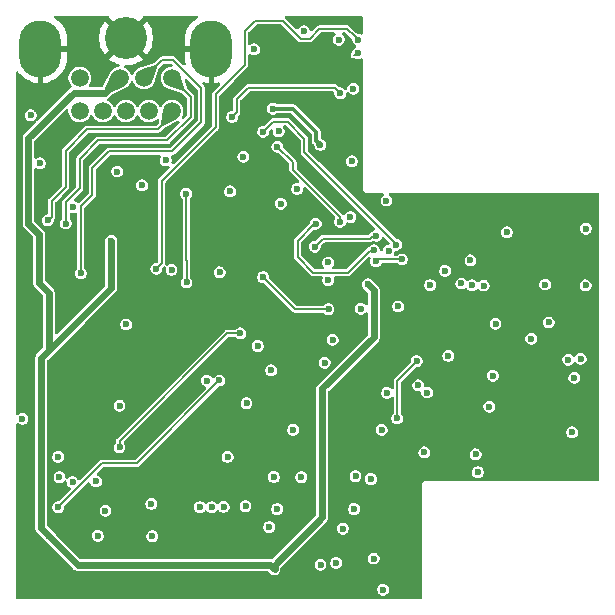
<source format=gbr>
%TF.GenerationSoftware,KiCad,Pcbnew,9.0.0*%
%TF.CreationDate,2025-11-21T18:56:48-08:00*%
%TF.ProjectId,MegaAV_CE_VA0,4d656761-4156-45f4-9345-5f5641302e6b,rev?*%
%TF.SameCoordinates,Original*%
%TF.FileFunction,Copper,L3,Inr*%
%TF.FilePolarity,Positive*%
%FSLAX46Y46*%
G04 Gerber Fmt 4.6, Leading zero omitted, Abs format (unit mm)*
G04 Created by KiCad (PCBNEW 9.0.0) date 2025-11-21 18:56:48*
%MOMM*%
%LPD*%
G01*
G04 APERTURE LIST*
%TA.AperFunction,ComponentPad*%
%ADD10C,1.508000*%
%TD*%
%TA.AperFunction,ComponentPad*%
%ADD11O,3.556000X4.826000*%
%TD*%
%TA.AperFunction,ComponentPad*%
%ADD12C,3.556000*%
%TD*%
%TA.AperFunction,ViaPad*%
%ADD13C,0.600000*%
%TD*%
%TA.AperFunction,Conductor*%
%ADD14C,0.600000*%
%TD*%
%TA.AperFunction,Conductor*%
%ADD15C,0.200000*%
%TD*%
%TA.AperFunction,Conductor*%
%ADD16C,0.350000*%
%TD*%
G04 APERTURE END LIST*
D10*
%TO.N,/B-OUT*%
%TO.C,CN1*%
X180453000Y-99929200D03*
%TO.N,+5V*%
X178421000Y-99929200D03*
%TO.N,/G-OUT*%
X182840600Y-99929200D03*
%TO.N,/CV-OUT*%
X180884800Y-102723200D03*
%TO.N,/CSync*%
X178929000Y-102723200D03*
%TO.N,/AUD-M*%
X175017400Y-99929200D03*
%TO.N,/R-OUT*%
X182840600Y-102723200D03*
%TO.N,/AUD-L*%
X176973200Y-102723200D03*
%TO.N,/AUD-R*%
X175017400Y-102723200D03*
D11*
%TO.N,GND*%
X171690000Y-97440000D03*
D12*
X178929000Y-96551000D03*
D11*
X186168000Y-97440000D03*
%TD*%
D13*
%TO.N,+5V*%
X191510000Y-141500000D03*
X195550000Y-132025000D03*
X187742485Y-109517739D03*
X185773858Y-125547964D03*
X177691303Y-113704907D03*
X199402812Y-117399522D03*
X187537768Y-132006155D03*
X191454700Y-133700982D03*
X172375000Y-138675000D03*
X171775000Y-136300000D03*
%TO.N,/B-IN*%
X176391012Y-134075382D03*
X185193582Y-136247138D03*
%TO.N,GND*%
X177094344Y-130752519D03*
X173301516Y-119592818D03*
X181625317Y-100588160D03*
X194613953Y-129136020D03*
X202425000Y-110850000D03*
X197901106Y-125938898D03*
X194275000Y-135800000D03*
X209825000Y-130475000D03*
X214953331Y-113562060D03*
X201275000Y-138650000D03*
X196365169Y-128995877D03*
X193025000Y-141100000D03*
X201750000Y-142825000D03*
X207073590Y-116534601D03*
X170762501Y-130142693D03*
X201250000Y-136625000D03*
X193379673Y-110595193D03*
X188892261Y-110656019D03*
X193250000Y-138050000D03*
X173500000Y-138525000D03*
X173774230Y-130761461D03*
X209775000Y-126525000D03*
X212973019Y-122926510D03*
X215116769Y-118010582D03*
X189488912Y-105477346D03*
X204675000Y-110575000D03*
X200204630Y-125602951D03*
X213250000Y-120950000D03*
X206831150Y-132295475D03*
X193969937Y-95108534D03*
X205997309Y-119949388D03*
X190550000Y-137200000D03*
X199925000Y-135800000D03*
X193542948Y-97634681D03*
X177600000Y-138900000D03*
X215195558Y-127202509D03*
X202286242Y-116695378D03*
X204719468Y-118402952D03*
X198700000Y-139375000D03*
X186470026Y-105469509D03*
X214588528Y-119483156D03*
X197325000Y-142900000D03*
X176700463Y-106048485D03*
X180490139Y-110082523D03*
X209900000Y-133225000D03*
X203125000Y-141075000D03*
X180203577Y-107588219D03*
X217575000Y-129875000D03*
X180049265Y-136049265D03*
X202525000Y-138700000D03*
X199525000Y-143025000D03*
%TO.N,/PSG*%
X177190000Y-136570000D03*
X209700000Y-127750000D03*
X199675000Y-133875000D03*
%TO.N,/32X_L*%
X208538235Y-131788235D03*
X195400000Y-141130000D03*
X181160000Y-138720000D03*
%TO.N,/32X_R*%
X196725000Y-140975000D03*
X191725000Y-136425000D03*
X193775000Y-133709136D03*
X210000000Y-125125000D03*
%TO.N,/FM_R*%
X198239513Y-136415852D03*
X197300000Y-138075000D03*
%TO.N,/FM_L*%
X191050000Y-137950000D03*
X181077179Y-135989320D03*
%TO.N,/G-IN*%
X186200000Y-136258982D03*
X174407745Y-134143738D03*
%TO.N,/R-OUT*%
X172303782Y-111986404D03*
%TO.N,/G-OUT*%
X173839579Y-112247059D03*
%TO.N,/B-OUT*%
X175116940Y-116452775D03*
%TO.N,/CSync*%
X170160091Y-128789494D03*
X173198549Y-136254603D03*
X186845655Y-125535239D03*
%TO.N,/R-IN*%
X173298838Y-133716967D03*
X187198275Y-136237971D03*
%TO.N,/CD_R*%
X176560000Y-138690000D03*
X199900000Y-140610000D03*
X209216282Y-117498666D03*
%TO.N,/CD_L*%
X200700000Y-143250000D03*
X208094712Y-115366674D03*
%TO.N,/AUD-R*%
X192042578Y-110569305D03*
%TO.N,/AUD-L*%
X188871111Y-106598357D03*
%TO.N,/AUD-M*%
X193427897Y-109313773D03*
%TO.N,Net-(C3-Pad2)*%
X190092677Y-122614522D03*
X198364656Y-133631002D03*
%TO.N,Net-(U3A-+)*%
X186862097Y-116379608D03*
X191212832Y-124673509D03*
%TO.N,Net-(U3B--)*%
X201034177Y-126580443D03*
X193076435Y-129712469D03*
%TO.N,Net-(SR3-Pin_1)*%
X213250000Y-122000000D03*
X203675000Y-125950000D03*
X204685996Y-117455215D03*
X196430689Y-122091530D03*
%TO.N,Net-(SL3-Pin_1)*%
X214725000Y-120625000D03*
X200584067Y-129709743D03*
X205950000Y-116250000D03*
%TO.N,Net-(U7A--)*%
X202290000Y-115289530D03*
X198827041Y-119458126D03*
X200096273Y-115430582D03*
%TO.N,/SR*%
X201167506Y-114545190D03*
X214425000Y-117410000D03*
X208222961Y-117470685D03*
%TO.N,/SL*%
X211185045Y-112983451D03*
X200981953Y-110299000D03*
X197925000Y-111700000D03*
%TO.N,/V_REF*%
X195386982Y-105595793D03*
X191368159Y-102522355D03*
X195757520Y-124028946D03*
X189135019Y-127456707D03*
X196050000Y-115543583D03*
X196050000Y-117028337D03*
%TO.N,/HP_R*%
X189775000Y-97500000D03*
X208724265Y-133299265D03*
%TO.N,Net-(HPR_SL2-Pin_1)*%
X216695092Y-129920666D03*
X201803224Y-114038833D03*
X190546398Y-104462119D03*
%TO.N,Net-(C42-Pad1)*%
X194991770Y-112262760D03*
X199925591Y-114517131D03*
%TO.N,Net-(HPL_SL2-Pin_1)*%
X197059666Y-112096792D03*
X191749616Y-105751282D03*
X216895710Y-125307108D03*
%TO.N,/HP_L*%
X204191072Y-131620256D03*
X198175793Y-100830125D03*
%TO.N,Net-(C49-Pad2)*%
X178186032Y-107845904D03*
X180285868Y-109012400D03*
%TO.N,Net-(MD1_PU1-A)*%
X178386652Y-131177421D03*
X173192889Y-131995307D03*
X188611412Y-121543364D03*
%TO.N,Net-(U7C--)*%
X194921571Y-114204640D03*
X200137134Y-113274203D03*
%TO.N,Net-(FMR_1-C)*%
X207328986Y-117322028D03*
X196080116Y-119496794D03*
X210221193Y-120729900D03*
X190531994Y-116773797D03*
X201964981Y-119264912D03*
%TO.N,Net-(FML_2-C)*%
X201880624Y-128750269D03*
X203548650Y-123885916D03*
%TO.N,Net-(FMR_2-C)*%
X204434383Y-126558380D03*
X206226000Y-123459000D03*
%TO.N,Net-(HPL_RES2-C)*%
X198057403Y-106977201D03*
X217875000Y-112675000D03*
X191860629Y-104445152D03*
X216375000Y-123775000D03*
%TO.N,Net-(HPR_RES2-C)*%
X187922100Y-103220440D03*
X197077945Y-101227358D03*
X217425000Y-123700000D03*
X217850000Y-117475000D03*
%TO.N,Net-(C1-Pad2)*%
X170860799Y-103077144D03*
X178387143Y-127660828D03*
%TO.N,Net-(C46-Pad1)*%
X182297752Y-106885737D03*
X174472952Y-110850351D03*
%TO.N,Net-(C47-Pad1)*%
X193987863Y-95965567D03*
X196948268Y-96682714D03*
%TO.N,Net-(IC1-VREF)*%
X184055069Y-117228083D03*
X184019708Y-109713613D03*
%TO.N,Net-(IC1-COUT)*%
X198572452Y-97834544D03*
X182787931Y-116171888D03*
%TO.N,Net-(IC1-YOUT)*%
X181496020Y-116081905D03*
X198598268Y-96682714D03*
%TO.N,/REGION*%
X171641264Y-107141486D03*
X178937308Y-120790781D03*
X189053494Y-136168479D03*
%TD*%
D14*
%TO.N,+5V*%
X170674000Y-109533786D02*
X170670768Y-109530554D01*
X171580000Y-113170000D02*
X170674000Y-112264000D01*
X171749000Y-133425000D02*
X171749000Y-126625000D01*
X199917703Y-121844898D02*
X199917703Y-117914413D01*
X171749000Y-138049000D02*
X171749000Y-133425000D01*
X195550000Y-126212601D02*
X199917703Y-121844898D01*
X172400000Y-118125000D02*
X171575000Y-117300000D01*
X177691303Y-117691483D02*
X177691303Y-113704907D01*
X171749000Y-123633786D02*
X171749000Y-126625000D01*
X171575000Y-117300000D02*
X171580000Y-117295000D01*
X191160000Y-141150000D02*
X174850000Y-141150000D01*
X172400000Y-122982786D02*
X171749000Y-123633786D01*
X170670768Y-105010993D02*
X174497561Y-101184200D01*
X174497561Y-101184200D02*
X177166000Y-101184200D01*
X199917703Y-117914413D02*
X199402812Y-117399522D01*
X191510000Y-141500000D02*
X191160000Y-141150000D01*
X174850000Y-141150000D02*
X171749000Y-138049000D01*
X170670768Y-109530554D02*
X170670768Y-105010993D01*
X170674000Y-112264000D02*
X170674000Y-109533786D01*
X172400000Y-122982786D02*
X172400000Y-118125000D01*
X177166000Y-101184200D02*
X178421000Y-99929200D01*
X195550000Y-137100000D02*
X195550000Y-132025000D01*
X191510000Y-141500000D02*
X191510000Y-141140000D01*
X191510000Y-141140000D02*
X195550000Y-137100000D01*
X171580000Y-117295000D02*
X171580000Y-113170000D01*
X172400000Y-122982786D02*
X177691303Y-117691483D01*
X195550000Y-132025000D02*
X195550000Y-126212601D01*
D15*
%TO.N,/R-OUT*%
X175640786Y-104256409D02*
X181631845Y-104256409D01*
X181631845Y-104256409D02*
X182840600Y-103047654D01*
X173813405Y-109131838D02*
X173813405Y-106083790D01*
X172303782Y-111986404D02*
X172628956Y-111661229D01*
X172628956Y-111661229D02*
X172628956Y-110316287D01*
X172628956Y-110316287D02*
X173813405Y-109131838D01*
X173813405Y-106083790D02*
X175640786Y-104256409D01*
X182840600Y-103047654D02*
X182840600Y-102723200D01*
%TO.N,/G-OUT*%
X173852457Y-112234181D02*
X173839579Y-112247059D01*
X176599265Y-105196457D02*
X174998671Y-106797051D01*
X184398989Y-101508290D02*
X184398989Y-103235524D01*
X182840600Y-99949901D02*
X184398989Y-101508290D01*
X174998671Y-106797051D02*
X174998671Y-109267229D01*
X174998671Y-109267229D02*
X173852457Y-110413443D01*
X182840600Y-99929200D02*
X182840600Y-99949901D01*
X173852457Y-110413443D02*
X173852457Y-112234181D01*
X184398989Y-103235524D02*
X182438056Y-105196457D01*
X182438056Y-105196457D02*
X176599265Y-105196457D01*
%TO.N,/B-OUT*%
X182921991Y-98400374D02*
X181981826Y-98400374D01*
X177476230Y-106145062D02*
X182837152Y-106145062D01*
X181981826Y-98400374D02*
X180453000Y-99929200D01*
X185304370Y-103677844D02*
X185304370Y-100782753D01*
X176080893Y-109801836D02*
X176080893Y-107540399D01*
X175085603Y-115609188D02*
X175085603Y-110797126D01*
X185304370Y-100782753D02*
X182921991Y-98400374D01*
X182837152Y-106145062D02*
X185304370Y-103677844D01*
X175116940Y-116452775D02*
X175107702Y-116443537D01*
X175107702Y-115631287D02*
X175085603Y-115609188D01*
X175107702Y-116443537D02*
X175107702Y-115631287D01*
X176080893Y-107540399D02*
X177476230Y-106145062D01*
X175085603Y-110797126D02*
X176080893Y-109801836D01*
%TO.N,/CSync*%
X186845655Y-125535239D02*
X179837418Y-132543476D01*
X179837418Y-132543476D02*
X176909676Y-132543476D01*
X176909676Y-132543476D02*
X173198549Y-136254603D01*
%TO.N,Net-(U7A--)*%
X202290000Y-115289530D02*
X200237325Y-115289530D01*
X200237325Y-115289530D02*
X200096273Y-115430582D01*
D16*
%TO.N,/V_REF*%
X195035732Y-105244543D02*
X195035732Y-104485992D01*
X195386982Y-105595793D02*
X195035732Y-105244543D01*
X194706902Y-104168372D02*
X193060885Y-102522355D01*
X194718112Y-104168372D02*
X194706902Y-104168372D01*
X195035732Y-104485992D02*
X194718112Y-104168372D01*
X193060885Y-102522355D02*
X191368159Y-102522355D01*
D15*
%TO.N,Net-(HPR_SL2-Pin_1)*%
X201810608Y-114022052D02*
X201828788Y-114003872D01*
X191370341Y-103638176D02*
X190546398Y-104462119D01*
X201828788Y-114003872D02*
X201828788Y-114003788D01*
X192613176Y-103638176D02*
X191370341Y-103638176D01*
X201810608Y-114031449D02*
X201810608Y-114022052D01*
X194025000Y-105050000D02*
X192613176Y-103638176D01*
X201828788Y-114003788D02*
X194025000Y-106200000D01*
X201803224Y-114038833D02*
X201810608Y-114031449D01*
X194025000Y-106200000D02*
X194025000Y-105050000D01*
%TO.N,Net-(C42-Pad1)*%
X194879668Y-112262760D02*
X194991770Y-112262760D01*
X193455985Y-113686443D02*
X194879668Y-112262760D01*
X199897532Y-114545190D02*
X199556370Y-114545190D01*
X193455985Y-115086253D02*
X193455985Y-113686443D01*
X194776494Y-116406762D02*
X193455985Y-115086253D01*
X199556370Y-114545190D02*
X197694798Y-116406762D01*
X199925591Y-114517131D02*
X199897532Y-114545190D01*
X197694798Y-116406762D02*
X194776494Y-116406762D01*
%TO.N,Net-(HPL_SL2-Pin_1)*%
X197059666Y-111684609D02*
X193072100Y-107697043D01*
X197059666Y-112096792D02*
X197059666Y-111684609D01*
X193072100Y-107073766D02*
X191749616Y-105751282D01*
X193072100Y-107697043D02*
X193072100Y-107073766D01*
%TO.N,Net-(MD1_PU1-A)*%
X187480811Y-121543364D02*
X188611412Y-121543364D01*
X178386652Y-130637523D02*
X187480811Y-121543364D01*
X178386652Y-131177421D02*
X178386652Y-130637523D01*
%TO.N,Net-(U7C--)*%
X199561308Y-113526635D02*
X195599576Y-113526635D01*
X199813740Y-113274203D02*
X199561308Y-113526635D01*
X195599576Y-113526635D02*
X194921571Y-114204640D01*
X200137134Y-113274203D02*
X199813740Y-113274203D01*
%TO.N,Net-(FMR_1-C)*%
X190531994Y-116773797D02*
X193254991Y-119496794D01*
X193254991Y-119496794D02*
X196080116Y-119496794D01*
%TO.N,Net-(FML_2-C)*%
X201913841Y-128666193D02*
X201913841Y-125557257D01*
X203548650Y-123922448D02*
X203548650Y-123885916D01*
X201880624Y-128699410D02*
X201913841Y-128666193D01*
X201913841Y-125557257D02*
X203548650Y-123922448D01*
X201880624Y-128750269D02*
X201880624Y-128699410D01*
%TO.N,Net-(HPR_RES2-C)*%
X188300000Y-101701704D02*
X189264205Y-100737499D01*
X188300000Y-102842540D02*
X188300000Y-101701704D01*
X196588086Y-100737499D02*
X197077945Y-101227358D01*
X189264205Y-100737499D02*
X196588086Y-100737499D01*
X187922100Y-103220440D02*
X188300000Y-102842540D01*
%TO.N,Net-(IC1-VREF)*%
X184019708Y-115325809D02*
X184019708Y-109713613D01*
X184055069Y-117228083D02*
X184055069Y-115361170D01*
X184055069Y-115361170D02*
X184019708Y-115325809D01*
%TO.N,Net-(IC1-COUT)*%
X198572452Y-97834544D02*
X198452402Y-97954594D01*
X198452402Y-97954594D02*
X198257452Y-97954594D01*
%TO.N,Net-(IC1-YOUT)*%
X189852006Y-95070375D02*
X188971821Y-95950560D01*
X186537482Y-104037281D02*
X181958663Y-108616100D01*
X192206044Y-95070375D02*
X189852006Y-95070375D01*
X186537482Y-101260896D02*
X186537482Y-104037281D01*
X181958663Y-108616100D02*
X181958663Y-115619262D01*
X188971821Y-98826557D02*
X186537482Y-101260896D01*
X195294598Y-95767439D02*
X194479997Y-96582040D01*
X198598268Y-96682714D02*
X198310506Y-96394952D01*
X198283268Y-96394952D02*
X197655755Y-95767439D01*
X181958663Y-115619262D02*
X181496020Y-116081905D01*
X197655755Y-95767439D02*
X195294598Y-95767439D01*
X193717709Y-96582040D02*
X192206044Y-95070375D01*
X188971821Y-95950560D02*
X188971821Y-98826557D01*
X194479997Y-96582040D02*
X193717709Y-96582040D01*
X198310506Y-96394952D02*
X198283268Y-96394952D01*
%TD*%
%TA.AperFunction,Conductor*%
%TO.N,/B-OUT*%
G36*
X181440396Y-98805342D02*
G01*
X181443518Y-98807574D01*
X181574625Y-98938681D01*
X181578052Y-98946954D01*
X181577423Y-98950740D01*
X181195820Y-100066621D01*
X181189900Y-100073340D01*
X181182479Y-100074313D01*
X180459980Y-99931427D01*
X180452529Y-99926460D01*
X180450773Y-99922221D01*
X180307886Y-99199719D01*
X180309643Y-99190939D01*
X180315578Y-99186379D01*
X181431462Y-98804776D01*
X181440396Y-98805342D01*
G37*
%TD.AperFunction*%
%TD*%
%TA.AperFunction,Conductor*%
%TO.N,+5V*%
G36*
X177803838Y-99516906D02*
G01*
X177805029Y-99517601D01*
X177811693Y-99522041D01*
X178419759Y-99927195D01*
X178423006Y-99930442D01*
X178832598Y-100545170D01*
X178834333Y-100553955D01*
X178829349Y-100561395D01*
X178828158Y-100562090D01*
X177584627Y-101193560D01*
X177575699Y-101194250D01*
X177571057Y-101191401D01*
X177158798Y-100779142D01*
X177155371Y-100770869D01*
X177156639Y-100765572D01*
X177260321Y-100561395D01*
X177788110Y-99522039D01*
X177794910Y-99516216D01*
X177803838Y-99516906D01*
G37*
%TD.AperFunction*%
%TD*%
%TA.AperFunction,Conductor*%
%TO.N,/R-OUT*%
G36*
X182112987Y-102578455D02*
G01*
X182836536Y-102721549D01*
X182843987Y-102726516D01*
X182844003Y-102726539D01*
X183252291Y-103339308D01*
X183254026Y-103348093D01*
X183249042Y-103355533D01*
X183247983Y-103356160D01*
X182049198Y-103984105D01*
X182040279Y-103984908D01*
X182035496Y-103982014D01*
X181904370Y-103850888D01*
X181900943Y-103842615D01*
X181901085Y-103840801D01*
X182099189Y-102588107D01*
X182103865Y-102580474D01*
X182112572Y-102578382D01*
X182112987Y-102578455D01*
G37*
%TD.AperFunction*%
%TD*%
%TA.AperFunction,Conductor*%
%TO.N,GND*%
G36*
X177381026Y-94635886D02*
G01*
X177448050Y-94655615D01*
X177493770Y-94708450D01*
X177504676Y-94767994D01*
X177504360Y-94772806D01*
X178224556Y-95493002D01*
X178101651Y-95582298D01*
X177960298Y-95723651D01*
X177871002Y-95846556D01*
X177150807Y-95126361D01*
X177150806Y-95126361D01*
X177030851Y-95282690D01*
X176881541Y-95541301D01*
X176881534Y-95541315D01*
X176767267Y-95817182D01*
X176689976Y-96105634D01*
X176651001Y-96401681D01*
X176651000Y-96401698D01*
X176651000Y-96700301D01*
X176651001Y-96700318D01*
X176689976Y-96996365D01*
X176767267Y-97284817D01*
X176881534Y-97560684D01*
X176881541Y-97560698D01*
X177030844Y-97819298D01*
X177030849Y-97819305D01*
X177150807Y-97975637D01*
X177871001Y-97255443D01*
X177960298Y-97378349D01*
X178101651Y-97519702D01*
X178224555Y-97608997D01*
X177504361Y-98329191D01*
X177660694Y-98449150D01*
X177660701Y-98449155D01*
X177919301Y-98598458D01*
X177919315Y-98598465D01*
X178195182Y-98712732D01*
X178298778Y-98740491D01*
X178358438Y-98776856D01*
X178388967Y-98839703D01*
X178380672Y-98909079D01*
X178336187Y-98962957D01*
X178290875Y-98981883D01*
X178142590Y-99011379D01*
X178142578Y-99011382D01*
X177968881Y-99083329D01*
X177968868Y-99083336D01*
X177812542Y-99187791D01*
X177812538Y-99187794D01*
X177679598Y-99320735D01*
X177679595Y-99320737D01*
X177623388Y-99404855D01*
X177623387Y-99404854D01*
X177620713Y-99408854D01*
X177604881Y-99428994D01*
X177597355Y-99443812D01*
X177593241Y-99449969D01*
X177593242Y-99449969D01*
X177575133Y-99477073D01*
X177553368Y-99529616D01*
X177549370Y-99538305D01*
X177002193Y-100615844D01*
X176954288Y-100666705D01*
X176891631Y-100683700D01*
X175893214Y-100683700D01*
X175826175Y-100664015D01*
X175780420Y-100611211D01*
X175770476Y-100542053D01*
X175790112Y-100490809D01*
X175863263Y-100381331D01*
X175863263Y-100381330D01*
X175863267Y-100381325D01*
X175935219Y-100207617D01*
X175971900Y-100023210D01*
X175971900Y-99835190D01*
X175971900Y-99835187D01*
X175971899Y-99835185D01*
X175963182Y-99791361D01*
X175935219Y-99650783D01*
X175905987Y-99580211D01*
X175863270Y-99477081D01*
X175863263Y-99477068D01*
X175758808Y-99320742D01*
X175758805Y-99320738D01*
X175625861Y-99187794D01*
X175625857Y-99187791D01*
X175469531Y-99083336D01*
X175469518Y-99083329D01*
X175295821Y-99011382D01*
X175295809Y-99011379D01*
X175111413Y-98974700D01*
X175111410Y-98974700D01*
X174923390Y-98974700D01*
X174923387Y-98974700D01*
X174738990Y-99011379D01*
X174738978Y-99011382D01*
X174565281Y-99083329D01*
X174565268Y-99083336D01*
X174408942Y-99187791D01*
X174408938Y-99187794D01*
X174275994Y-99320738D01*
X174275991Y-99320742D01*
X174171536Y-99477068D01*
X174171529Y-99477081D01*
X174099582Y-99650778D01*
X174099579Y-99650790D01*
X174062900Y-99835185D01*
X174062900Y-100023214D01*
X174099579Y-100207609D01*
X174099582Y-100207621D01*
X174171529Y-100381318D01*
X174171536Y-100381331D01*
X174275991Y-100537657D01*
X174275994Y-100537661D01*
X174286322Y-100547989D01*
X174319807Y-100609312D01*
X174314823Y-100679004D01*
X174272951Y-100734937D01*
X174260642Y-100743057D01*
X174190247Y-100783700D01*
X174190244Y-100783702D01*
X171478987Y-103494959D01*
X171417664Y-103528444D01*
X171347972Y-103523460D01*
X171292039Y-103481588D01*
X171267622Y-103416124D01*
X171282474Y-103347851D01*
X171283920Y-103345277D01*
X171288309Y-103337676D01*
X171327191Y-103270330D01*
X171361299Y-103143036D01*
X171361299Y-103011252D01*
X171327191Y-102883958D01*
X171326119Y-102882102D01*
X171295847Y-102829669D01*
X171261299Y-102769830D01*
X171168113Y-102676644D01*
X171111049Y-102643698D01*
X171053986Y-102610752D01*
X170969994Y-102588247D01*
X170926691Y-102576644D01*
X170794907Y-102576644D01*
X170667611Y-102610752D01*
X170553485Y-102676644D01*
X170553482Y-102676646D01*
X170460301Y-102769827D01*
X170460299Y-102769830D01*
X170394407Y-102883956D01*
X170374426Y-102958529D01*
X170360299Y-103011252D01*
X170360299Y-103143036D01*
X170368951Y-103175325D01*
X170394407Y-103270331D01*
X170422919Y-103319714D01*
X170460299Y-103384458D01*
X170553485Y-103477644D01*
X170641473Y-103528444D01*
X170667609Y-103543534D01*
X170667613Y-103543536D01*
X170794907Y-103577644D01*
X170794909Y-103577644D01*
X170926689Y-103577644D01*
X170926691Y-103577644D01*
X171053985Y-103543536D01*
X171128932Y-103500264D01*
X171196832Y-103483791D01*
X171262859Y-103506643D01*
X171306050Y-103561563D01*
X171312692Y-103631117D01*
X171280677Y-103693220D01*
X171278614Y-103695332D01*
X170363454Y-104610493D01*
X170270270Y-104703676D01*
X170270268Y-104703679D01*
X170204376Y-104817805D01*
X170170268Y-104945101D01*
X170170268Y-109596444D01*
X170171329Y-109604502D01*
X170170832Y-109604567D01*
X170173500Y-109624832D01*
X170173500Y-112329891D01*
X170207608Y-112457187D01*
X170230763Y-112497291D01*
X170273500Y-112571314D01*
X170273502Y-112571316D01*
X171043181Y-113340995D01*
X171076666Y-113402318D01*
X171079500Y-113428676D01*
X171079500Y-117199124D01*
X171075276Y-117231209D01*
X171074500Y-117234108D01*
X171074500Y-117365892D01*
X171080778Y-117389323D01*
X171108608Y-117493187D01*
X171136151Y-117540892D01*
X171174500Y-117607314D01*
X171532244Y-117965058D01*
X171863181Y-118295994D01*
X171896666Y-118357317D01*
X171899500Y-118383675D01*
X171899500Y-122724110D01*
X171879815Y-122791149D01*
X171863181Y-122811791D01*
X171348502Y-123326469D01*
X171348500Y-123326472D01*
X171282608Y-123440598D01*
X171260022Y-123524892D01*
X171248500Y-123567894D01*
X171248500Y-126559108D01*
X171248500Y-133359108D01*
X171248500Y-137983108D01*
X171248500Y-138114892D01*
X171255467Y-138140892D01*
X171282608Y-138242187D01*
X171309925Y-138289500D01*
X171348500Y-138356314D01*
X171348501Y-138356315D01*
X171348502Y-138356316D01*
X174445159Y-141452972D01*
X174445169Y-141452983D01*
X174449499Y-141457313D01*
X174449500Y-141457314D01*
X174542686Y-141550500D01*
X174542688Y-141550501D01*
X174542689Y-141550502D01*
X174639494Y-141606392D01*
X174639495Y-141606392D01*
X174656814Y-141616392D01*
X174784107Y-141650500D01*
X174784108Y-141650500D01*
X190901324Y-141650500D01*
X190968363Y-141670185D01*
X190989005Y-141686819D01*
X191109500Y-141807314D01*
X191202686Y-141900500D01*
X191316814Y-141966392D01*
X191444108Y-142000500D01*
X191444110Y-142000500D01*
X191575891Y-142000500D01*
X191575892Y-142000500D01*
X191575893Y-142000500D01*
X191703186Y-141966392D01*
X191817314Y-141900500D01*
X191910500Y-141807314D01*
X191976392Y-141693186D01*
X192010500Y-141565893D01*
X192010500Y-141434108D01*
X192010500Y-141398676D01*
X192030185Y-141331637D01*
X192046819Y-141310995D01*
X192293706Y-141064108D01*
X194899500Y-141064108D01*
X194899500Y-141195891D01*
X194933608Y-141323187D01*
X194938487Y-141331637D01*
X194999500Y-141437314D01*
X195092686Y-141530500D01*
X195206814Y-141596392D01*
X195334108Y-141630500D01*
X195334110Y-141630500D01*
X195465890Y-141630500D01*
X195465892Y-141630500D01*
X195593186Y-141596392D01*
X195707314Y-141530500D01*
X195800500Y-141437314D01*
X195866392Y-141323186D01*
X195900500Y-141195892D01*
X195900500Y-141064108D01*
X195866392Y-140936814D01*
X195850396Y-140909108D01*
X196224500Y-140909108D01*
X196224500Y-141040891D01*
X196258608Y-141168187D01*
X196274604Y-141195892D01*
X196324500Y-141282314D01*
X196417686Y-141375500D01*
X196531814Y-141441392D01*
X196659108Y-141475500D01*
X196659110Y-141475500D01*
X196790890Y-141475500D01*
X196790892Y-141475500D01*
X196918186Y-141441392D01*
X197032314Y-141375500D01*
X197125500Y-141282314D01*
X197191392Y-141168186D01*
X197225500Y-141040892D01*
X197225500Y-140909108D01*
X197191392Y-140781814D01*
X197125500Y-140667686D01*
X197032314Y-140574500D01*
X196979674Y-140544108D01*
X199399500Y-140544108D01*
X199399500Y-140675891D01*
X199433608Y-140803187D01*
X199444866Y-140822686D01*
X199499500Y-140917314D01*
X199592686Y-141010500D01*
X199706814Y-141076392D01*
X199834108Y-141110500D01*
X199834110Y-141110500D01*
X199965890Y-141110500D01*
X199965892Y-141110500D01*
X200093186Y-141076392D01*
X200207314Y-141010500D01*
X200300500Y-140917314D01*
X200366392Y-140803186D01*
X200400500Y-140675892D01*
X200400500Y-140544108D01*
X200366392Y-140416814D01*
X200300500Y-140302686D01*
X200207314Y-140209500D01*
X200150250Y-140176554D01*
X200093187Y-140143608D01*
X200029539Y-140126554D01*
X199965892Y-140109500D01*
X199834108Y-140109500D01*
X199706812Y-140143608D01*
X199592686Y-140209500D01*
X199592683Y-140209502D01*
X199499502Y-140302683D01*
X199499500Y-140302686D01*
X199433608Y-140416812D01*
X199399500Y-140544108D01*
X196979674Y-140544108D01*
X196975250Y-140541554D01*
X196918187Y-140508608D01*
X196854539Y-140491554D01*
X196790892Y-140474500D01*
X196659108Y-140474500D01*
X196531812Y-140508608D01*
X196417686Y-140574500D01*
X196417683Y-140574502D01*
X196324502Y-140667683D01*
X196324500Y-140667686D01*
X196258608Y-140781812D01*
X196224500Y-140909108D01*
X195850396Y-140909108D01*
X195800500Y-140822686D01*
X195707314Y-140729500D01*
X195650250Y-140696554D01*
X195593187Y-140663608D01*
X195529539Y-140646554D01*
X195465892Y-140629500D01*
X195334108Y-140629500D01*
X195206812Y-140663608D01*
X195092686Y-140729500D01*
X195092683Y-140729502D01*
X194999502Y-140822683D01*
X194999500Y-140822686D01*
X194933608Y-140936812D01*
X194899500Y-141064108D01*
X192293706Y-141064108D01*
X195348706Y-138009108D01*
X196799500Y-138009108D01*
X196799500Y-138140891D01*
X196833608Y-138268187D01*
X196863234Y-138319500D01*
X196899500Y-138382314D01*
X196992686Y-138475500D01*
X197106814Y-138541392D01*
X197234108Y-138575500D01*
X197234110Y-138575500D01*
X197365890Y-138575500D01*
X197365892Y-138575500D01*
X197493186Y-138541392D01*
X197607314Y-138475500D01*
X197700500Y-138382314D01*
X197766392Y-138268186D01*
X197800500Y-138140892D01*
X197800500Y-138009108D01*
X197766392Y-137881814D01*
X197700500Y-137767686D01*
X197607314Y-137674500D01*
X197550250Y-137641554D01*
X197493187Y-137608608D01*
X197429539Y-137591554D01*
X197365892Y-137574500D01*
X197234108Y-137574500D01*
X197106812Y-137608608D01*
X196992686Y-137674500D01*
X196992683Y-137674502D01*
X196899502Y-137767683D01*
X196899500Y-137767686D01*
X196833608Y-137881812D01*
X196799500Y-138009108D01*
X195348706Y-138009108D01*
X195444514Y-137913300D01*
X195683314Y-137674500D01*
X195950500Y-137407314D01*
X196016392Y-137293186D01*
X196050500Y-137165892D01*
X196050500Y-137034107D01*
X196050500Y-136349960D01*
X197739013Y-136349960D01*
X197739013Y-136481744D01*
X197755206Y-136542176D01*
X197773121Y-136609039D01*
X197790114Y-136638471D01*
X197839013Y-136723166D01*
X197932199Y-136816352D01*
X198046327Y-136882244D01*
X198173621Y-136916352D01*
X198173623Y-136916352D01*
X198305403Y-136916352D01*
X198305405Y-136916352D01*
X198432699Y-136882244D01*
X198546827Y-136816352D01*
X198640013Y-136723166D01*
X198705905Y-136609038D01*
X198740013Y-136481744D01*
X198740013Y-136349960D01*
X198705905Y-136222666D01*
X198640013Y-136108538D01*
X198546827Y-136015352D01*
X198477443Y-135975293D01*
X198432700Y-135949460D01*
X198369052Y-135932406D01*
X198305405Y-135915352D01*
X198173621Y-135915352D01*
X198046325Y-135949460D01*
X197932199Y-136015352D01*
X197932196Y-136015354D01*
X197839015Y-136108535D01*
X197839013Y-136108538D01*
X197773121Y-136222664D01*
X197746908Y-136320494D01*
X197739013Y-136349960D01*
X196050500Y-136349960D01*
X196050500Y-133565110D01*
X197864156Y-133565110D01*
X197864156Y-133696894D01*
X197876574Y-133743238D01*
X197898264Y-133824189D01*
X197922482Y-133866135D01*
X197964156Y-133938316D01*
X198057342Y-134031502D01*
X198171470Y-134097394D01*
X198298764Y-134131502D01*
X198298766Y-134131502D01*
X198430546Y-134131502D01*
X198430548Y-134131502D01*
X198557842Y-134097394D01*
X198671970Y-134031502D01*
X198765156Y-133938316D01*
X198831048Y-133824188D01*
X198835089Y-133809108D01*
X199174500Y-133809108D01*
X199174500Y-133940892D01*
X199177455Y-133951921D01*
X199208608Y-134068187D01*
X199232539Y-134109636D01*
X199274500Y-134182314D01*
X199367686Y-134275500D01*
X199481814Y-134341392D01*
X199609108Y-134375500D01*
X199609110Y-134375500D01*
X199740890Y-134375500D01*
X199740892Y-134375500D01*
X199868186Y-134341392D01*
X199982314Y-134275500D01*
X200075500Y-134182314D01*
X200141392Y-134068186D01*
X200175500Y-133940892D01*
X200175500Y-133809108D01*
X200141392Y-133681814D01*
X200138812Y-133677346D01*
X200123645Y-133651075D01*
X200075500Y-133567686D01*
X199982314Y-133474500D01*
X199904211Y-133429407D01*
X199868187Y-133408608D01*
X199800755Y-133390540D01*
X199740892Y-133374500D01*
X199609108Y-133374500D01*
X199481812Y-133408608D01*
X199367686Y-133474500D01*
X199367683Y-133474502D01*
X199274502Y-133567683D01*
X199274500Y-133567686D01*
X199208608Y-133681812D01*
X199181533Y-133782859D01*
X199174500Y-133809108D01*
X198835089Y-133809108D01*
X198865156Y-133696894D01*
X198865156Y-133565110D01*
X198831048Y-133437816D01*
X198765156Y-133323688D01*
X198674841Y-133233373D01*
X208223765Y-133233373D01*
X208223765Y-133365157D01*
X208233589Y-133401822D01*
X208257873Y-133492452D01*
X208261528Y-133498782D01*
X208323765Y-133606579D01*
X208416951Y-133699765D01*
X208531079Y-133765657D01*
X208658373Y-133799765D01*
X208658375Y-133799765D01*
X208790155Y-133799765D01*
X208790157Y-133799765D01*
X208917451Y-133765657D01*
X209031579Y-133699765D01*
X209124765Y-133606579D01*
X209190657Y-133492451D01*
X209224765Y-133365157D01*
X209224765Y-133233373D01*
X209190657Y-133106079D01*
X209124765Y-132991951D01*
X209031579Y-132898765D01*
X208941591Y-132846810D01*
X208917452Y-132832873D01*
X208853804Y-132815819D01*
X208790157Y-132798765D01*
X208658373Y-132798765D01*
X208531077Y-132832873D01*
X208416951Y-132898765D01*
X208416948Y-132898767D01*
X208323767Y-132991948D01*
X208323765Y-132991951D01*
X208257873Y-133106077D01*
X208251329Y-133130502D01*
X208223765Y-133233373D01*
X198674841Y-133233373D01*
X198671970Y-133230502D01*
X198614906Y-133197556D01*
X198557843Y-133164610D01*
X198494195Y-133147556D01*
X198430548Y-133130502D01*
X198298764Y-133130502D01*
X198171468Y-133164610D01*
X198057342Y-133230502D01*
X198057339Y-133230504D01*
X197964158Y-133323685D01*
X197964156Y-133323688D01*
X197898264Y-133437814D01*
X197875230Y-133523781D01*
X197864156Y-133565110D01*
X196050500Y-133565110D01*
X196050500Y-131959108D01*
X196050500Y-131554364D01*
X203690572Y-131554364D01*
X203690572Y-131686148D01*
X203693972Y-131698838D01*
X203724680Y-131813443D01*
X203757626Y-131870506D01*
X203790572Y-131927570D01*
X203883758Y-132020756D01*
X203997886Y-132086648D01*
X204125180Y-132120756D01*
X204125182Y-132120756D01*
X204256962Y-132120756D01*
X204256964Y-132120756D01*
X204384258Y-132086648D01*
X204498386Y-132020756D01*
X204591572Y-131927570D01*
X204657464Y-131813442D01*
X204681874Y-131722343D01*
X208037735Y-131722343D01*
X208037735Y-131854126D01*
X208071843Y-131981422D01*
X208094553Y-132020756D01*
X208137735Y-132095549D01*
X208230921Y-132188735D01*
X208345049Y-132254627D01*
X208472343Y-132288735D01*
X208472345Y-132288735D01*
X208604125Y-132288735D01*
X208604127Y-132288735D01*
X208731421Y-132254627D01*
X208845549Y-132188735D01*
X208938735Y-132095549D01*
X209004627Y-131981421D01*
X209038735Y-131854127D01*
X209038735Y-131722343D01*
X209004627Y-131595049D01*
X209004488Y-131594809D01*
X208994736Y-131577918D01*
X208938735Y-131480921D01*
X208845549Y-131387735D01*
X208788485Y-131354789D01*
X208731422Y-131321843D01*
X208667774Y-131304789D01*
X208604127Y-131287735D01*
X208472343Y-131287735D01*
X208345047Y-131321843D01*
X208230921Y-131387735D01*
X208230918Y-131387737D01*
X208137737Y-131480918D01*
X208137735Y-131480921D01*
X208071843Y-131595047D01*
X208037735Y-131722343D01*
X204681874Y-131722343D01*
X204691572Y-131686148D01*
X204691572Y-131554364D01*
X204657464Y-131427070D01*
X204591572Y-131312942D01*
X204498386Y-131219756D01*
X204441322Y-131186810D01*
X204384259Y-131153864D01*
X204320611Y-131136810D01*
X204256964Y-131119756D01*
X204125180Y-131119756D01*
X203997884Y-131153864D01*
X203883758Y-131219756D01*
X203883755Y-131219758D01*
X203790574Y-131312939D01*
X203790572Y-131312942D01*
X203724680Y-131427068D01*
X203709229Y-131484734D01*
X203690572Y-131554364D01*
X196050500Y-131554364D01*
X196050500Y-129643851D01*
X200083567Y-129643851D01*
X200083567Y-129775635D01*
X200093995Y-129814553D01*
X200117675Y-129902930D01*
X200119249Y-129905656D01*
X200183567Y-130017057D01*
X200276753Y-130110243D01*
X200390881Y-130176135D01*
X200518175Y-130210243D01*
X200518177Y-130210243D01*
X200649957Y-130210243D01*
X200649959Y-130210243D01*
X200777253Y-130176135D01*
X200891381Y-130110243D01*
X200984567Y-130017057D01*
X201050459Y-129902929D01*
X201063362Y-129854774D01*
X216194592Y-129854774D01*
X216194592Y-129986557D01*
X216228700Y-130113853D01*
X216261646Y-130170916D01*
X216294592Y-130227980D01*
X216387778Y-130321166D01*
X216501906Y-130387058D01*
X216629200Y-130421166D01*
X216629202Y-130421166D01*
X216760982Y-130421166D01*
X216760984Y-130421166D01*
X216888278Y-130387058D01*
X217002406Y-130321166D01*
X217095592Y-130227980D01*
X217161484Y-130113852D01*
X217195592Y-129986558D01*
X217195592Y-129854774D01*
X217161484Y-129727480D01*
X217095592Y-129613352D01*
X217002406Y-129520166D01*
X216945342Y-129487220D01*
X216888279Y-129454274D01*
X216824631Y-129437220D01*
X216760984Y-129420166D01*
X216629200Y-129420166D01*
X216501904Y-129454274D01*
X216387778Y-129520166D01*
X216387775Y-129520168D01*
X216294594Y-129613349D01*
X216294592Y-129613352D01*
X216228700Y-129727478D01*
X216194592Y-129854774D01*
X201063362Y-129854774D01*
X201084567Y-129775635D01*
X201084567Y-129643851D01*
X201050459Y-129516557D01*
X200984567Y-129402429D01*
X200891381Y-129309243D01*
X200834317Y-129276297D01*
X200777254Y-129243351D01*
X200713606Y-129226297D01*
X200649959Y-129209243D01*
X200518175Y-129209243D01*
X200390879Y-129243351D01*
X200276753Y-129309243D01*
X200276750Y-129309245D01*
X200183569Y-129402426D01*
X200183567Y-129402429D01*
X200117675Y-129516555D01*
X200116707Y-129520168D01*
X200083567Y-129643851D01*
X196050500Y-129643851D01*
X196050500Y-126514551D01*
X200533677Y-126514551D01*
X200533677Y-126646334D01*
X200567785Y-126773630D01*
X200600731Y-126830693D01*
X200633677Y-126887757D01*
X200726863Y-126980943D01*
X200840991Y-127046835D01*
X200968285Y-127080943D01*
X200968287Y-127080943D01*
X201100067Y-127080943D01*
X201100069Y-127080943D01*
X201227363Y-127046835D01*
X201341491Y-126980943D01*
X201401660Y-126920774D01*
X201462983Y-126887289D01*
X201532675Y-126892273D01*
X201588608Y-126934145D01*
X201613025Y-126999609D01*
X201613341Y-127008455D01*
X201613341Y-128258376D01*
X201593656Y-128325415D01*
X201577022Y-128346057D01*
X201480126Y-128442952D01*
X201480124Y-128442955D01*
X201414232Y-128557081D01*
X201380124Y-128684377D01*
X201380124Y-128816160D01*
X201414232Y-128943456D01*
X201436879Y-128982681D01*
X201480124Y-129057583D01*
X201573310Y-129150769D01*
X201687438Y-129216661D01*
X201814732Y-129250769D01*
X201814734Y-129250769D01*
X201946514Y-129250769D01*
X201946516Y-129250769D01*
X202073810Y-129216661D01*
X202187938Y-129150769D01*
X202281124Y-129057583D01*
X202347016Y-128943455D01*
X202381124Y-128816161D01*
X202381124Y-128684377D01*
X202347016Y-128557083D01*
X202281124Y-128442955D01*
X202250660Y-128412491D01*
X202217175Y-128351168D01*
X202214341Y-128324810D01*
X202214341Y-127684108D01*
X209199500Y-127684108D01*
X209199500Y-127815892D01*
X209210570Y-127857206D01*
X209233608Y-127943187D01*
X209266554Y-128000250D01*
X209299500Y-128057314D01*
X209392686Y-128150500D01*
X209506814Y-128216392D01*
X209634108Y-128250500D01*
X209634110Y-128250500D01*
X209765890Y-128250500D01*
X209765892Y-128250500D01*
X209893186Y-128216392D01*
X210007314Y-128150500D01*
X210100500Y-128057314D01*
X210166392Y-127943186D01*
X210200500Y-127815892D01*
X210200500Y-127684108D01*
X210166392Y-127556814D01*
X210100500Y-127442686D01*
X210007314Y-127349500D01*
X209950250Y-127316554D01*
X209893187Y-127283608D01*
X209829539Y-127266554D01*
X209765892Y-127249500D01*
X209634108Y-127249500D01*
X209506812Y-127283608D01*
X209392686Y-127349500D01*
X209392683Y-127349502D01*
X209299502Y-127442683D01*
X209299500Y-127442686D01*
X209233608Y-127556812D01*
X209199500Y-127684108D01*
X202214341Y-127684108D01*
X202214341Y-125884108D01*
X203174500Y-125884108D01*
X203174500Y-126015892D01*
X203191554Y-126079539D01*
X203208608Y-126143187D01*
X203229830Y-126179943D01*
X203274500Y-126257314D01*
X203367686Y-126350500D01*
X203481814Y-126416392D01*
X203609108Y-126450500D01*
X203609110Y-126450500D01*
X203740890Y-126450500D01*
X203740892Y-126450500D01*
X203777790Y-126440613D01*
X203847637Y-126442274D01*
X203905501Y-126481436D01*
X203933006Y-126545664D01*
X203933883Y-126560387D01*
X203933883Y-126624272D01*
X203939795Y-126646335D01*
X203967991Y-126751567D01*
X204000937Y-126808630D01*
X204033883Y-126865694D01*
X204127069Y-126958880D01*
X204241197Y-127024772D01*
X204368491Y-127058880D01*
X204368493Y-127058880D01*
X204500273Y-127058880D01*
X204500275Y-127058880D01*
X204627569Y-127024772D01*
X204741697Y-126958880D01*
X204834883Y-126865694D01*
X204900775Y-126751566D01*
X204934883Y-126624272D01*
X204934883Y-126492488D01*
X204900775Y-126365194D01*
X204834883Y-126251066D01*
X204741697Y-126157880D01*
X204665783Y-126114051D01*
X204627570Y-126091988D01*
X204563922Y-126074934D01*
X204500275Y-126057880D01*
X204368491Y-126057880D01*
X204331591Y-126067766D01*
X204261743Y-126066104D01*
X204203881Y-126026941D01*
X204176377Y-125962713D01*
X204175500Y-125947992D01*
X204175500Y-125884110D01*
X204175500Y-125884108D01*
X204141392Y-125756814D01*
X204075500Y-125642686D01*
X203982314Y-125549500D01*
X203897087Y-125500294D01*
X203868187Y-125483608D01*
X203804539Y-125466554D01*
X203740892Y-125449500D01*
X203609108Y-125449500D01*
X203481812Y-125483608D01*
X203367686Y-125549500D01*
X203367683Y-125549502D01*
X203274502Y-125642683D01*
X203274500Y-125642686D01*
X203208608Y-125756812D01*
X203185634Y-125842555D01*
X203174500Y-125884108D01*
X202214341Y-125884108D01*
X202214341Y-125733090D01*
X202234026Y-125666051D01*
X202250660Y-125645409D01*
X202836961Y-125059108D01*
X209499500Y-125059108D01*
X209499500Y-125190892D01*
X209512984Y-125241216D01*
X209533608Y-125318187D01*
X209548651Y-125344242D01*
X209599500Y-125432314D01*
X209692686Y-125525500D01*
X209806814Y-125591392D01*
X209934108Y-125625500D01*
X209934110Y-125625500D01*
X210065890Y-125625500D01*
X210065892Y-125625500D01*
X210193186Y-125591392D01*
X210307314Y-125525500D01*
X210400500Y-125432314D01*
X210466392Y-125318186D01*
X210487016Y-125241216D01*
X216395210Y-125241216D01*
X216395210Y-125372999D01*
X216429318Y-125500295D01*
X216457727Y-125549500D01*
X216495210Y-125614422D01*
X216588396Y-125707608D01*
X216702524Y-125773500D01*
X216829818Y-125807608D01*
X216829820Y-125807608D01*
X216961600Y-125807608D01*
X216961602Y-125807608D01*
X217088896Y-125773500D01*
X217203024Y-125707608D01*
X217296210Y-125614422D01*
X217362102Y-125500294D01*
X217396210Y-125373000D01*
X217396210Y-125241216D01*
X217362102Y-125113922D01*
X217296210Y-124999794D01*
X217203024Y-124906608D01*
X217133893Y-124866695D01*
X217088897Y-124840716D01*
X217002935Y-124817683D01*
X216961602Y-124806608D01*
X216829818Y-124806608D01*
X216702522Y-124840716D01*
X216588396Y-124906608D01*
X216588393Y-124906610D01*
X216495212Y-124999791D01*
X216495210Y-124999794D01*
X216429318Y-125113920D01*
X216395210Y-125241216D01*
X210487016Y-125241216D01*
X210500500Y-125190892D01*
X210500500Y-125059108D01*
X210466392Y-124931814D01*
X210400500Y-124817686D01*
X210307314Y-124724500D01*
X210250250Y-124691554D01*
X210193187Y-124658608D01*
X210129539Y-124641554D01*
X210065892Y-124624500D01*
X209934108Y-124624500D01*
X209806812Y-124658608D01*
X209692686Y-124724500D01*
X209692683Y-124724502D01*
X209599502Y-124817683D01*
X209599500Y-124817686D01*
X209533608Y-124931812D01*
X209502620Y-125047464D01*
X209499500Y-125059108D01*
X202836961Y-125059108D01*
X203473334Y-124422735D01*
X203534657Y-124389250D01*
X203561015Y-124386416D01*
X203614540Y-124386416D01*
X203614542Y-124386416D01*
X203741836Y-124352308D01*
X203855964Y-124286416D01*
X203949150Y-124193230D01*
X204015042Y-124079102D01*
X204049150Y-123951808D01*
X204049150Y-123820024D01*
X204015042Y-123692730D01*
X203949150Y-123578602D01*
X203855964Y-123485416D01*
X203778341Y-123440600D01*
X203741837Y-123419524D01*
X203678189Y-123402470D01*
X203643249Y-123393108D01*
X205725500Y-123393108D01*
X205725500Y-123524892D01*
X205737022Y-123567894D01*
X205759608Y-123652187D01*
X205783015Y-123692728D01*
X205825500Y-123766314D01*
X205918686Y-123859500D01*
X206032814Y-123925392D01*
X206160108Y-123959500D01*
X206160110Y-123959500D01*
X206291890Y-123959500D01*
X206291892Y-123959500D01*
X206419186Y-123925392D01*
X206533314Y-123859500D01*
X206626500Y-123766314D01*
X206659528Y-123709108D01*
X215874500Y-123709108D01*
X215874500Y-123840891D01*
X215908608Y-123968187D01*
X215931199Y-124007315D01*
X215974500Y-124082314D01*
X216067686Y-124175500D01*
X216181814Y-124241392D01*
X216309108Y-124275500D01*
X216309110Y-124275500D01*
X216440890Y-124275500D01*
X216440892Y-124275500D01*
X216568186Y-124241392D01*
X216682314Y-124175500D01*
X216775500Y-124082314D01*
X216814332Y-124015055D01*
X216864896Y-123966842D01*
X216933503Y-123953618D01*
X216998368Y-123979586D01*
X217020091Y-124001568D01*
X217024499Y-124007312D01*
X217024500Y-124007314D01*
X217117686Y-124100500D01*
X217231814Y-124166392D01*
X217359108Y-124200500D01*
X217359110Y-124200500D01*
X217490890Y-124200500D01*
X217490892Y-124200500D01*
X217618186Y-124166392D01*
X217732314Y-124100500D01*
X217825500Y-124007314D01*
X217891392Y-123893186D01*
X217925500Y-123765892D01*
X217925500Y-123634108D01*
X217891392Y-123506814D01*
X217825500Y-123392686D01*
X217732314Y-123299500D01*
X217673965Y-123265812D01*
X217618187Y-123233608D01*
X217554539Y-123216554D01*
X217490892Y-123199500D01*
X217359108Y-123199500D01*
X217231812Y-123233608D01*
X217117686Y-123299500D01*
X217117683Y-123299502D01*
X217024502Y-123392683D01*
X217024500Y-123392686D01*
X216985669Y-123459943D01*
X216935101Y-123508158D01*
X216866494Y-123521380D01*
X216801630Y-123495412D01*
X216779907Y-123473430D01*
X216775502Y-123467689D01*
X216775500Y-123467686D01*
X216682314Y-123374500D01*
X216625250Y-123341554D01*
X216568187Y-123308608D01*
X216504539Y-123291554D01*
X216440892Y-123274500D01*
X216309108Y-123274500D01*
X216181812Y-123308608D01*
X216067686Y-123374500D01*
X216067683Y-123374502D01*
X215974502Y-123467683D01*
X215974500Y-123467686D01*
X215908608Y-123581812D01*
X215874500Y-123709108D01*
X206659528Y-123709108D01*
X206692392Y-123652186D01*
X206726500Y-123524892D01*
X206726500Y-123393108D01*
X206692392Y-123265814D01*
X206626500Y-123151686D01*
X206533314Y-123058500D01*
X206458008Y-123015022D01*
X206419187Y-122992608D01*
X206355539Y-122975554D01*
X206291892Y-122958500D01*
X206160108Y-122958500D01*
X206032812Y-122992608D01*
X205918686Y-123058500D01*
X205918683Y-123058502D01*
X205825502Y-123151683D01*
X205825500Y-123151686D01*
X205759608Y-123265812D01*
X205743355Y-123326472D01*
X205725500Y-123393108D01*
X203643249Y-123393108D01*
X203614542Y-123385416D01*
X203482758Y-123385416D01*
X203355462Y-123419524D01*
X203241336Y-123485416D01*
X203241333Y-123485418D01*
X203148152Y-123578599D01*
X203148150Y-123578602D01*
X203082258Y-123692728D01*
X203048150Y-123820024D01*
X203048150Y-123946614D01*
X203028465Y-124013653D01*
X203011831Y-124034295D01*
X201729330Y-125316797D01*
X201673382Y-125372744D01*
X201673376Y-125372752D01*
X201633823Y-125441261D01*
X201633820Y-125441266D01*
X201622886Y-125482072D01*
X201618004Y-125500295D01*
X201613341Y-125517696D01*
X201613341Y-126152431D01*
X201593656Y-126219470D01*
X201540852Y-126265225D01*
X201471694Y-126275169D01*
X201408138Y-126246144D01*
X201401660Y-126240112D01*
X201341493Y-126179945D01*
X201341491Y-126179943D01*
X201277826Y-126143186D01*
X201227364Y-126114051D01*
X201145022Y-126091988D01*
X201100069Y-126079943D01*
X200968285Y-126079943D01*
X200840989Y-126114051D01*
X200726863Y-126179943D01*
X200726860Y-126179945D01*
X200633679Y-126273126D01*
X200633677Y-126273129D01*
X200567785Y-126387255D01*
X200533677Y-126514551D01*
X196050500Y-126514551D01*
X196050500Y-126471277D01*
X196070185Y-126404238D01*
X196086819Y-126383596D01*
X198197406Y-124273009D01*
X200318203Y-122152212D01*
X200384095Y-122038084D01*
X200411955Y-121934108D01*
X212749500Y-121934108D01*
X212749500Y-122065891D01*
X212783608Y-122193187D01*
X212816554Y-122250250D01*
X212849500Y-122307314D01*
X212942686Y-122400500D01*
X213056814Y-122466392D01*
X213184108Y-122500500D01*
X213184110Y-122500500D01*
X213315890Y-122500500D01*
X213315892Y-122500500D01*
X213443186Y-122466392D01*
X213557314Y-122400500D01*
X213650500Y-122307314D01*
X213716392Y-122193186D01*
X213750500Y-122065892D01*
X213750500Y-121934108D01*
X213716392Y-121806814D01*
X213650500Y-121692686D01*
X213557314Y-121599500D01*
X213493732Y-121562791D01*
X213443187Y-121533608D01*
X213379539Y-121516554D01*
X213315892Y-121499500D01*
X213184108Y-121499500D01*
X213056812Y-121533608D01*
X212942686Y-121599500D01*
X212942683Y-121599502D01*
X212849502Y-121692683D01*
X212849500Y-121692686D01*
X212783608Y-121806812D01*
X212749500Y-121934108D01*
X200411955Y-121934108D01*
X200418203Y-121910790D01*
X200418203Y-121779005D01*
X200418203Y-120664008D01*
X209720693Y-120664008D01*
X209720693Y-120795792D01*
X209726694Y-120818187D01*
X209754801Y-120923087D01*
X209787747Y-120980150D01*
X209820693Y-121037214D01*
X209913879Y-121130400D01*
X210012714Y-121187463D01*
X210019322Y-121191278D01*
X210028007Y-121196292D01*
X210155301Y-121230400D01*
X210155303Y-121230400D01*
X210287083Y-121230400D01*
X210287085Y-121230400D01*
X210414379Y-121196292D01*
X210528507Y-121130400D01*
X210621693Y-121037214D01*
X210687585Y-120923086D01*
X210721693Y-120795792D01*
X210721693Y-120664008D01*
X210693585Y-120559108D01*
X214224500Y-120559108D01*
X214224500Y-120690892D01*
X214233610Y-120724891D01*
X214258608Y-120818187D01*
X214291554Y-120875250D01*
X214324500Y-120932314D01*
X214417686Y-121025500D01*
X214531814Y-121091392D01*
X214659108Y-121125500D01*
X214659110Y-121125500D01*
X214790890Y-121125500D01*
X214790892Y-121125500D01*
X214918186Y-121091392D01*
X215032314Y-121025500D01*
X215125500Y-120932314D01*
X215191392Y-120818186D01*
X215225500Y-120690892D01*
X215225500Y-120559108D01*
X215191392Y-120431814D01*
X215186062Y-120422583D01*
X215167413Y-120390281D01*
X215125500Y-120317686D01*
X215032314Y-120224500D01*
X214975250Y-120191554D01*
X214918187Y-120158608D01*
X214854539Y-120141554D01*
X214790892Y-120124500D01*
X214659108Y-120124500D01*
X214531812Y-120158608D01*
X214417686Y-120224500D01*
X214417683Y-120224502D01*
X214324502Y-120317683D01*
X214324500Y-120317686D01*
X214258608Y-120431812D01*
X214230501Y-120536712D01*
X214224500Y-120559108D01*
X210693585Y-120559108D01*
X210687585Y-120536714D01*
X210621693Y-120422586D01*
X210528507Y-120329400D01*
X210460751Y-120290281D01*
X210414380Y-120263508D01*
X210350732Y-120246454D01*
X210287085Y-120229400D01*
X210155301Y-120229400D01*
X210028005Y-120263508D01*
X209913879Y-120329400D01*
X209913876Y-120329402D01*
X209820695Y-120422583D01*
X209820693Y-120422586D01*
X209754801Y-120536712D01*
X209720693Y-120664008D01*
X200418203Y-120664008D01*
X200418203Y-119199020D01*
X201464481Y-119199020D01*
X201464481Y-119330803D01*
X201498589Y-119458099D01*
X201531535Y-119515162D01*
X201564481Y-119572226D01*
X201657667Y-119665412D01*
X201771795Y-119731304D01*
X201899089Y-119765412D01*
X201899091Y-119765412D01*
X202030871Y-119765412D01*
X202030873Y-119765412D01*
X202158167Y-119731304D01*
X202272295Y-119665412D01*
X202365481Y-119572226D01*
X202431373Y-119458098D01*
X202465481Y-119330804D01*
X202465481Y-119199020D01*
X202431373Y-119071726D01*
X202423233Y-119057628D01*
X202413698Y-119041112D01*
X202365481Y-118957598D01*
X202272295Y-118864412D01*
X202215231Y-118831466D01*
X202158168Y-118798520D01*
X202094520Y-118781466D01*
X202030873Y-118764412D01*
X201899089Y-118764412D01*
X201771793Y-118798520D01*
X201657667Y-118864412D01*
X201657664Y-118864414D01*
X201564483Y-118957595D01*
X201564481Y-118957598D01*
X201498589Y-119071724D01*
X201464481Y-119199020D01*
X200418203Y-119199020D01*
X200418203Y-117848521D01*
X200384095Y-117721227D01*
X200383478Y-117720159D01*
X200353472Y-117668187D01*
X200318203Y-117607099D01*
X200225017Y-117513913D01*
X200100427Y-117389323D01*
X204185496Y-117389323D01*
X204185496Y-117521107D01*
X204197138Y-117564556D01*
X204219604Y-117648402D01*
X204244691Y-117691853D01*
X204285496Y-117762529D01*
X204378682Y-117855715D01*
X204492810Y-117921607D01*
X204620104Y-117955715D01*
X204620106Y-117955715D01*
X204751886Y-117955715D01*
X204751888Y-117955715D01*
X204879182Y-117921607D01*
X204993310Y-117855715D01*
X205086496Y-117762529D01*
X205152388Y-117648401D01*
X205186496Y-117521107D01*
X205186496Y-117389323D01*
X205152388Y-117262029D01*
X205148986Y-117256136D01*
X206828486Y-117256136D01*
X206828486Y-117387920D01*
X206840505Y-117432776D01*
X206862594Y-117515215D01*
X206877419Y-117540892D01*
X206928486Y-117629342D01*
X207021672Y-117722528D01*
X207135800Y-117788420D01*
X207263094Y-117822528D01*
X207263096Y-117822528D01*
X207394876Y-117822528D01*
X207394878Y-117822528D01*
X207522172Y-117788420D01*
X207636300Y-117722528D01*
X207636301Y-117722526D01*
X207643338Y-117718464D01*
X207644943Y-117721244D01*
X207696003Y-117701456D01*
X207764459Y-117715437D01*
X207813809Y-117763014D01*
X207822461Y-117777999D01*
X207915647Y-117871185D01*
X208029775Y-117937077D01*
X208157069Y-117971185D01*
X208157071Y-117971185D01*
X208288851Y-117971185D01*
X208288853Y-117971185D01*
X208416147Y-117937077D01*
X208530275Y-117871185D01*
X208620880Y-117780579D01*
X208682199Y-117747097D01*
X208751891Y-117752081D01*
X208807825Y-117793952D01*
X208815611Y-117805757D01*
X208815780Y-117805977D01*
X208815782Y-117805980D01*
X208908968Y-117899166D01*
X209023096Y-117965058D01*
X209150390Y-117999166D01*
X209150392Y-117999166D01*
X209282172Y-117999166D01*
X209282174Y-117999166D01*
X209409468Y-117965058D01*
X209523596Y-117899166D01*
X209616782Y-117805980D01*
X209682674Y-117691852D01*
X209716782Y-117564558D01*
X209716782Y-117432774D01*
X209693024Y-117344108D01*
X213924500Y-117344108D01*
X213924500Y-117475892D01*
X213936449Y-117520488D01*
X213958608Y-117603187D01*
X213991554Y-117660250D01*
X214024500Y-117717314D01*
X214117686Y-117810500D01*
X214216521Y-117867563D01*
X214222793Y-117871184D01*
X214231814Y-117876392D01*
X214359108Y-117910500D01*
X214359110Y-117910500D01*
X214490890Y-117910500D01*
X214490892Y-117910500D01*
X214618186Y-117876392D01*
X214732314Y-117810500D01*
X214825500Y-117717314D01*
X214891392Y-117603186D01*
X214925500Y-117475892D01*
X214925500Y-117409108D01*
X217349500Y-117409108D01*
X217349500Y-117540891D01*
X217383608Y-117668187D01*
X217411972Y-117717314D01*
X217449500Y-117782314D01*
X217542686Y-117875500D01*
X217656814Y-117941392D01*
X217784108Y-117975500D01*
X217784110Y-117975500D01*
X217915890Y-117975500D01*
X217915892Y-117975500D01*
X218043186Y-117941392D01*
X218157314Y-117875500D01*
X218250500Y-117782314D01*
X218316392Y-117668186D01*
X218350500Y-117540892D01*
X218350500Y-117409108D01*
X218316392Y-117281814D01*
X218312051Y-117274296D01*
X218304969Y-117262029D01*
X218250500Y-117167686D01*
X218157314Y-117074500D01*
X218088720Y-117034897D01*
X218043187Y-117008608D01*
X217969347Y-116988823D01*
X217915892Y-116974500D01*
X217784108Y-116974500D01*
X217656812Y-117008608D01*
X217542686Y-117074500D01*
X217542683Y-117074502D01*
X217449502Y-117167683D01*
X217449500Y-117167686D01*
X217383608Y-117281812D01*
X217349500Y-117409108D01*
X214925500Y-117409108D01*
X214925500Y-117344108D01*
X214891392Y-117216814D01*
X214825500Y-117102686D01*
X214732314Y-117009500D01*
X214664219Y-116970185D01*
X214618187Y-116943608D01*
X214535789Y-116921530D01*
X214490892Y-116909500D01*
X214359108Y-116909500D01*
X214231812Y-116943608D01*
X214117686Y-117009500D01*
X214117683Y-117009502D01*
X214024502Y-117102683D01*
X214024500Y-117102686D01*
X213958608Y-117216812D01*
X213934850Y-117305480D01*
X213924500Y-117344108D01*
X209693024Y-117344108D01*
X209682674Y-117305480D01*
X209616782Y-117191352D01*
X209523596Y-117098166D01*
X209466532Y-117065220D01*
X209409469Y-117032274D01*
X209305040Y-117004293D01*
X209282174Y-116998166D01*
X209150390Y-116998166D01*
X209023094Y-117032274D01*
X208908968Y-117098166D01*
X208818365Y-117188769D01*
X208757041Y-117222253D01*
X208687350Y-117217269D01*
X208631417Y-117175397D01*
X208623631Y-117163593D01*
X208623463Y-117163374D01*
X208623461Y-117163371D01*
X208530275Y-117070185D01*
X208469151Y-117034895D01*
X208416148Y-117004293D01*
X208352500Y-116987239D01*
X208288853Y-116970185D01*
X208157069Y-116970185D01*
X208029773Y-117004293D01*
X207976767Y-117034897D01*
X207915647Y-117070185D01*
X207915645Y-117070186D01*
X207908609Y-117074249D01*
X207907013Y-117071485D01*
X207855817Y-117091267D01*
X207787374Y-117077216D01*
X207738135Y-117029695D01*
X207729486Y-117014714D01*
X207636300Y-116921528D01*
X207535542Y-116863355D01*
X207522173Y-116855636D01*
X207458525Y-116838582D01*
X207394878Y-116821528D01*
X207263094Y-116821528D01*
X207135798Y-116855636D01*
X207021672Y-116921528D01*
X207021669Y-116921530D01*
X206928488Y-117014711D01*
X206928486Y-117014714D01*
X206862594Y-117128840D01*
X206843762Y-117199124D01*
X206828486Y-117256136D01*
X205148986Y-117256136D01*
X205086496Y-117147901D01*
X204993310Y-117054715D01*
X204936246Y-117021769D01*
X204879183Y-116988823D01*
X204780744Y-116962447D01*
X204751888Y-116954715D01*
X204620104Y-116954715D01*
X204492808Y-116988823D01*
X204378682Y-117054715D01*
X204378679Y-117054717D01*
X204285498Y-117147898D01*
X204285496Y-117147901D01*
X204219604Y-117262027D01*
X204191774Y-117365892D01*
X204185496Y-117389323D01*
X200100427Y-117389323D01*
X199710126Y-116999022D01*
X199653062Y-116966076D01*
X199595999Y-116933130D01*
X199532351Y-116916076D01*
X199468704Y-116899022D01*
X199336920Y-116899022D01*
X199209624Y-116933130D01*
X199095498Y-116999022D01*
X199095495Y-116999024D01*
X199002314Y-117092205D01*
X199002312Y-117092208D01*
X198936420Y-117206334D01*
X198902312Y-117333630D01*
X198902312Y-117465414D01*
X198917235Y-117521107D01*
X198936420Y-117592709D01*
X198957572Y-117629344D01*
X199002312Y-117706836D01*
X199002314Y-117706838D01*
X199380884Y-118085408D01*
X199414369Y-118146731D01*
X199417203Y-118173089D01*
X199417203Y-119041112D01*
X199397518Y-119108151D01*
X199344714Y-119153906D01*
X199275556Y-119163850D01*
X199212000Y-119134825D01*
X199205522Y-119128793D01*
X199134357Y-119057628D01*
X199134355Y-119057626D01*
X199077291Y-119024680D01*
X199020228Y-118991734D01*
X198956580Y-118974680D01*
X198892933Y-118957626D01*
X198761149Y-118957626D01*
X198633853Y-118991734D01*
X198519727Y-119057626D01*
X198519724Y-119057628D01*
X198426543Y-119150809D01*
X198426541Y-119150812D01*
X198360649Y-119264938D01*
X198350288Y-119303608D01*
X198326541Y-119392234D01*
X198326541Y-119524018D01*
X198336902Y-119562685D01*
X198360649Y-119651313D01*
X198393595Y-119708376D01*
X198426541Y-119765440D01*
X198519727Y-119858626D01*
X198633855Y-119924518D01*
X198761149Y-119958626D01*
X198761151Y-119958626D01*
X198892931Y-119958626D01*
X198892933Y-119958626D01*
X199020227Y-119924518D01*
X199134355Y-119858626D01*
X199205522Y-119787459D01*
X199266845Y-119753974D01*
X199336537Y-119758958D01*
X199392470Y-119800830D01*
X199416887Y-119866294D01*
X199417203Y-119875140D01*
X199417203Y-121586222D01*
X199397518Y-121653261D01*
X199380884Y-121673903D01*
X195149502Y-125905284D01*
X195149500Y-125905287D01*
X195083608Y-126019413D01*
X195049500Y-126146709D01*
X195049500Y-136841323D01*
X195029815Y-136908362D01*
X195013181Y-136929004D01*
X191328154Y-140614030D01*
X191266831Y-140647515D01*
X191234019Y-140648884D01*
X191234019Y-140649500D01*
X175108675Y-140649500D01*
X175041636Y-140629815D01*
X175020994Y-140613181D01*
X173111476Y-138703662D01*
X173031922Y-138624108D01*
X176059500Y-138624108D01*
X176059500Y-138755892D01*
X176076554Y-138819539D01*
X176093608Y-138883187D01*
X176110929Y-138913187D01*
X176159500Y-138997314D01*
X176252686Y-139090500D01*
X176366814Y-139156392D01*
X176494108Y-139190500D01*
X176494110Y-139190500D01*
X176625890Y-139190500D01*
X176625892Y-139190500D01*
X176753186Y-139156392D01*
X176867314Y-139090500D01*
X176960500Y-138997314D01*
X177026392Y-138883186D01*
X177060500Y-138755892D01*
X177060500Y-138654108D01*
X180659500Y-138654108D01*
X180659500Y-138785891D01*
X180693608Y-138913187D01*
X180726554Y-138970250D01*
X180759500Y-139027314D01*
X180852686Y-139120500D01*
X180966814Y-139186392D01*
X181094108Y-139220500D01*
X181094110Y-139220500D01*
X181225890Y-139220500D01*
X181225892Y-139220500D01*
X181353186Y-139186392D01*
X181467314Y-139120500D01*
X181560500Y-139027314D01*
X181626392Y-138913186D01*
X181660500Y-138785892D01*
X181660500Y-138654108D01*
X181626392Y-138526814D01*
X181560500Y-138412686D01*
X181467314Y-138319500D01*
X181378436Y-138268186D01*
X181353187Y-138253608D01*
X181241223Y-138223608D01*
X181225892Y-138219500D01*
X181094108Y-138219500D01*
X180966812Y-138253608D01*
X180852686Y-138319500D01*
X180852683Y-138319502D01*
X180759502Y-138412683D01*
X180759500Y-138412686D01*
X180693608Y-138526812D01*
X180659500Y-138654108D01*
X177060500Y-138654108D01*
X177060500Y-138624108D01*
X177026392Y-138496814D01*
X176960500Y-138382686D01*
X176867314Y-138289500D01*
X176785364Y-138242186D01*
X176753187Y-138223608D01*
X176689539Y-138206554D01*
X176625892Y-138189500D01*
X176494108Y-138189500D01*
X176366812Y-138223608D01*
X176252686Y-138289500D01*
X176252683Y-138289502D01*
X176159502Y-138382683D01*
X176159500Y-138382686D01*
X176093608Y-138496812D01*
X176072524Y-138575500D01*
X176059500Y-138624108D01*
X173031922Y-138624108D01*
X172291922Y-137884108D01*
X190549500Y-137884108D01*
X190549500Y-138015891D01*
X190583608Y-138143187D01*
X190610347Y-138189500D01*
X190649500Y-138257314D01*
X190742686Y-138350500D01*
X190856814Y-138416392D01*
X190984108Y-138450500D01*
X190984110Y-138450500D01*
X191115890Y-138450500D01*
X191115892Y-138450500D01*
X191243186Y-138416392D01*
X191357314Y-138350500D01*
X191450500Y-138257314D01*
X191516392Y-138143186D01*
X191550500Y-138015892D01*
X191550500Y-137884108D01*
X191516392Y-137756814D01*
X191450500Y-137642686D01*
X191357314Y-137549500D01*
X191300250Y-137516554D01*
X191243187Y-137483608D01*
X191179539Y-137466554D01*
X191115892Y-137449500D01*
X190984108Y-137449500D01*
X190856812Y-137483608D01*
X190742686Y-137549500D01*
X190742683Y-137549502D01*
X190649502Y-137642683D01*
X190649500Y-137642686D01*
X190583608Y-137756812D01*
X190549500Y-137884108D01*
X172291922Y-137884108D01*
X172285819Y-137878005D01*
X172252334Y-137816682D01*
X172249500Y-137790324D01*
X172249500Y-136479250D01*
X172253725Y-136447157D01*
X172258012Y-136431157D01*
X172275500Y-136365892D01*
X172275500Y-136234108D01*
X172263336Y-136188711D01*
X172698049Y-136188711D01*
X172698049Y-136320495D01*
X172715103Y-136384142D01*
X172732157Y-136447790D01*
X172764673Y-136504108D01*
X172798049Y-136561917D01*
X172891235Y-136655103D01*
X173005363Y-136720995D01*
X173132657Y-136755103D01*
X173132659Y-136755103D01*
X173264439Y-136755103D01*
X173264441Y-136755103D01*
X173391735Y-136720995D01*
X173505863Y-136655103D01*
X173599049Y-136561917D01*
X173632425Y-136504108D01*
X176689500Y-136504108D01*
X176689500Y-136635892D01*
X176694647Y-136655100D01*
X176723608Y-136763187D01*
X176754302Y-136816349D01*
X176789500Y-136877314D01*
X176882686Y-136970500D01*
X176996814Y-137036392D01*
X177124108Y-137070500D01*
X177124110Y-137070500D01*
X177255890Y-137070500D01*
X177255892Y-137070500D01*
X177383186Y-137036392D01*
X177497314Y-136970500D01*
X177590500Y-136877314D01*
X177656392Y-136763186D01*
X177690500Y-136635892D01*
X177690500Y-136504108D01*
X177656392Y-136376814D01*
X177590500Y-136262686D01*
X177497314Y-136169500D01*
X177422928Y-136126553D01*
X177383187Y-136103608D01*
X177319539Y-136086554D01*
X177255892Y-136069500D01*
X177124108Y-136069500D01*
X176996812Y-136103608D01*
X176882686Y-136169500D01*
X176882683Y-136169502D01*
X176789502Y-136262683D01*
X176789500Y-136262686D01*
X176723608Y-136376812D01*
X176697087Y-136475792D01*
X176689500Y-136504108D01*
X173632425Y-136504108D01*
X173664941Y-136447789D01*
X173699049Y-136320495D01*
X173699049Y-136230435D01*
X173718734Y-136163396D01*
X173735368Y-136142754D01*
X173954694Y-135923428D01*
X180576679Y-135923428D01*
X180576679Y-136055212D01*
X180589373Y-136102587D01*
X180610787Y-136182507D01*
X180640581Y-136234110D01*
X180676679Y-136296634D01*
X180769865Y-136389820D01*
X180857340Y-136440324D01*
X180877854Y-136452168D01*
X180883993Y-136455712D01*
X181011287Y-136489820D01*
X181011289Y-136489820D01*
X181143069Y-136489820D01*
X181143071Y-136489820D01*
X181270365Y-136455712D01*
X181384493Y-136389820D01*
X181477679Y-136296634D01*
X181543571Y-136182506D01*
X181543909Y-136181246D01*
X184693082Y-136181246D01*
X184693082Y-136313030D01*
X184705429Y-136359110D01*
X184727190Y-136440325D01*
X184760136Y-136497388D01*
X184793082Y-136554452D01*
X184886268Y-136647638D01*
X185000396Y-136713530D01*
X185127690Y-136747638D01*
X185127692Y-136747638D01*
X185259472Y-136747638D01*
X185259474Y-136747638D01*
X185386768Y-136713530D01*
X185500896Y-136647638D01*
X185594082Y-136554452D01*
X185594087Y-136554441D01*
X185594424Y-136554005D01*
X185594813Y-136553720D01*
X185599829Y-136548705D01*
X185600611Y-136549487D01*
X185650851Y-136512801D01*
X185720597Y-136508644D01*
X185781518Y-136542855D01*
X185794453Y-136559922D01*
X185794552Y-136559847D01*
X185799498Y-136566293D01*
X185799500Y-136566296D01*
X185892686Y-136659482D01*
X185970422Y-136704363D01*
X186002989Y-136723166D01*
X186006814Y-136725374D01*
X186134108Y-136759482D01*
X186134110Y-136759482D01*
X186265890Y-136759482D01*
X186265892Y-136759482D01*
X186393186Y-136725374D01*
X186507314Y-136659482D01*
X186600500Y-136566296D01*
X186600504Y-136566288D01*
X186605448Y-136559847D01*
X186606863Y-136560933D01*
X186650154Y-136519647D01*
X186718760Y-136506417D01*
X186783627Y-136532379D01*
X186794666Y-136542176D01*
X186797774Y-136545284D01*
X186797775Y-136545285D01*
X186890961Y-136638471D01*
X187005089Y-136704363D01*
X187132383Y-136738471D01*
X187132385Y-136738471D01*
X187264165Y-136738471D01*
X187264167Y-136738471D01*
X187391461Y-136704363D01*
X187505589Y-136638471D01*
X187598775Y-136545285D01*
X187664667Y-136431157D01*
X187698775Y-136303863D01*
X187698775Y-136172079D01*
X187680155Y-136102587D01*
X188552994Y-136102587D01*
X188552994Y-136234370D01*
X188587102Y-136361666D01*
X188603357Y-136389820D01*
X188652994Y-136475793D01*
X188746180Y-136568979D01*
X188860308Y-136634871D01*
X188987602Y-136668979D01*
X188987604Y-136668979D01*
X189119384Y-136668979D01*
X189119386Y-136668979D01*
X189246680Y-136634871D01*
X189360808Y-136568979D01*
X189453994Y-136475793D01*
X189519886Y-136361665D01*
X189520571Y-136359108D01*
X191224500Y-136359108D01*
X191224500Y-136490892D01*
X191232205Y-136519647D01*
X191258608Y-136618187D01*
X191282450Y-136659481D01*
X191324500Y-136732314D01*
X191417686Y-136825500D01*
X191531814Y-136891392D01*
X191659108Y-136925500D01*
X191659110Y-136925500D01*
X191790890Y-136925500D01*
X191790892Y-136925500D01*
X191918186Y-136891392D01*
X192032314Y-136825500D01*
X192125500Y-136732314D01*
X192191392Y-136618186D01*
X192225500Y-136490892D01*
X192225500Y-136359108D01*
X192191392Y-136231814D01*
X192125500Y-136117686D01*
X192032314Y-136024500D01*
X191950591Y-135977317D01*
X191918187Y-135958608D01*
X191848071Y-135939821D01*
X191790892Y-135924500D01*
X191659108Y-135924500D01*
X191531812Y-135958608D01*
X191417686Y-136024500D01*
X191417683Y-136024502D01*
X191324502Y-136117683D01*
X191324500Y-136117686D01*
X191258608Y-136231812D01*
X191236847Y-136313029D01*
X191224500Y-136359108D01*
X189520571Y-136359108D01*
X189553994Y-136234371D01*
X189553994Y-136102587D01*
X189519886Y-135975293D01*
X189453994Y-135861165D01*
X189360808Y-135767979D01*
X189273868Y-135717784D01*
X189246681Y-135702087D01*
X189171725Y-135682003D01*
X189119386Y-135667979D01*
X188987602Y-135667979D01*
X188860306Y-135702087D01*
X188746180Y-135767979D01*
X188746177Y-135767981D01*
X188652996Y-135861162D01*
X188652994Y-135861165D01*
X188587102Y-135975291D01*
X188552994Y-136102587D01*
X187680155Y-136102587D01*
X187664667Y-136044785D01*
X187598775Y-135930657D01*
X187505589Y-135837471D01*
X187448525Y-135804525D01*
X187391462Y-135771579D01*
X187298379Y-135746638D01*
X187264167Y-135737471D01*
X187132383Y-135737471D01*
X187005087Y-135771579D01*
X186890961Y-135837471D01*
X186890958Y-135837473D01*
X186797777Y-135930654D01*
X186792827Y-135937106D01*
X186791415Y-135936022D01*
X186748096Y-135977317D01*
X186679488Y-135990532D01*
X186614626Y-135964557D01*
X186603608Y-135954776D01*
X186507316Y-135858484D01*
X186507314Y-135858482D01*
X186450250Y-135825536D01*
X186393187Y-135792590D01*
X186301343Y-135767981D01*
X186265892Y-135758482D01*
X186134108Y-135758482D01*
X186006812Y-135792590D01*
X185892686Y-135858482D01*
X185892683Y-135858484D01*
X185799494Y-135951673D01*
X185799144Y-135952130D01*
X185798751Y-135952416D01*
X185793753Y-135957415D01*
X185792972Y-135956634D01*
X185742711Y-135993325D01*
X185672964Y-135997470D01*
X185612049Y-135963249D01*
X185599127Y-135946197D01*
X185599030Y-135946273D01*
X185594084Y-135939827D01*
X185594082Y-135939824D01*
X185500896Y-135846638D01*
X185413421Y-135796134D01*
X185386769Y-135780746D01*
X185303677Y-135758482D01*
X185259474Y-135746638D01*
X185127690Y-135746638D01*
X185000394Y-135780746D01*
X184886268Y-135846638D01*
X184886265Y-135846640D01*
X184793084Y-135939821D01*
X184793082Y-135939824D01*
X184727190Y-136053950D01*
X184709292Y-136120748D01*
X184693082Y-136181246D01*
X181543909Y-136181246D01*
X181577679Y-136055212D01*
X181577679Y-135923428D01*
X181543571Y-135796134D01*
X181477679Y-135682006D01*
X181384493Y-135588820D01*
X181327429Y-135555874D01*
X181270366Y-135522928D01*
X181206718Y-135505874D01*
X181143071Y-135488820D01*
X181011287Y-135488820D01*
X180883991Y-135522928D01*
X180769865Y-135588820D01*
X180769862Y-135588822D01*
X180676681Y-135682003D01*
X180676679Y-135682006D01*
X180610787Y-135796132D01*
X180593363Y-135861162D01*
X180576679Y-135923428D01*
X173954694Y-135923428D01*
X174050502Y-135827620D01*
X174389302Y-135488820D01*
X175706172Y-134171949D01*
X175767493Y-134138466D01*
X175837185Y-134143450D01*
X175893118Y-134185322D01*
X175913625Y-134227537D01*
X175924619Y-134268566D01*
X175924619Y-134268567D01*
X175928622Y-134275500D01*
X175990512Y-134382696D01*
X176083698Y-134475882D01*
X176197826Y-134541774D01*
X176325120Y-134575882D01*
X176325122Y-134575882D01*
X176456902Y-134575882D01*
X176456904Y-134575882D01*
X176584198Y-134541774D01*
X176698326Y-134475882D01*
X176791512Y-134382696D01*
X176857404Y-134268568D01*
X176891512Y-134141274D01*
X176891512Y-134009490D01*
X176857404Y-133882196D01*
X176791512Y-133768068D01*
X176698326Y-133674882D01*
X176629404Y-133635090D01*
X190954200Y-133635090D01*
X190954200Y-133766874D01*
X190965517Y-133809110D01*
X190988308Y-133894169D01*
X191015283Y-133940890D01*
X191054200Y-134008296D01*
X191147386Y-134101482D01*
X191216306Y-134141273D01*
X191258245Y-134165487D01*
X191261514Y-134167374D01*
X191388808Y-134201482D01*
X191388810Y-134201482D01*
X191520590Y-134201482D01*
X191520592Y-134201482D01*
X191647886Y-134167374D01*
X191762014Y-134101482D01*
X191855200Y-134008296D01*
X191921092Y-133894168D01*
X191955200Y-133766874D01*
X191955200Y-133643244D01*
X193274500Y-133643244D01*
X193274500Y-133775028D01*
X193281128Y-133799764D01*
X193308608Y-133902323D01*
X193329389Y-133938316D01*
X193374500Y-134016450D01*
X193467686Y-134109636D01*
X193581814Y-134175528D01*
X193709108Y-134209636D01*
X193709110Y-134209636D01*
X193840890Y-134209636D01*
X193840892Y-134209636D01*
X193968186Y-134175528D01*
X194082314Y-134109636D01*
X194175500Y-134016450D01*
X194241392Y-133902322D01*
X194275500Y-133775028D01*
X194275500Y-133643244D01*
X194241392Y-133515950D01*
X194175500Y-133401822D01*
X194082314Y-133308636D01*
X193981750Y-133250575D01*
X193968187Y-133242744D01*
X193904539Y-133225690D01*
X193840892Y-133208636D01*
X193709108Y-133208636D01*
X193581812Y-133242744D01*
X193467686Y-133308636D01*
X193467683Y-133308638D01*
X193374502Y-133401819D01*
X193374500Y-133401822D01*
X193308608Y-133515948D01*
X193283678Y-133608990D01*
X193274500Y-133643244D01*
X191955200Y-133643244D01*
X191955200Y-133635090D01*
X191921092Y-133507796D01*
X191855200Y-133393668D01*
X191762014Y-133300482D01*
X191675573Y-133250575D01*
X191647887Y-133234590D01*
X191551023Y-133208636D01*
X191520592Y-133200482D01*
X191388808Y-133200482D01*
X191261512Y-133234590D01*
X191147386Y-133300482D01*
X191147383Y-133300484D01*
X191054202Y-133393665D01*
X191054200Y-133393668D01*
X190988308Y-133507794D01*
X190968187Y-133582890D01*
X190954200Y-133635090D01*
X176629404Y-133635090D01*
X176584197Y-133608989D01*
X176543167Y-133597995D01*
X176483507Y-133561630D01*
X176452979Y-133498782D01*
X176461274Y-133429407D01*
X176487578Y-133390543D01*
X176997828Y-132880295D01*
X177059151Y-132846810D01*
X177085509Y-132843976D01*
X179876978Y-132843976D01*
X179876980Y-132843976D01*
X179953407Y-132823497D01*
X180021929Y-132783936D01*
X180077878Y-132727987D01*
X180865602Y-131940263D01*
X187037268Y-131940263D01*
X187037268Y-132072046D01*
X187071376Y-132199342D01*
X187096569Y-132242976D01*
X187137268Y-132313469D01*
X187230454Y-132406655D01*
X187344582Y-132472547D01*
X187471876Y-132506655D01*
X187471878Y-132506655D01*
X187603658Y-132506655D01*
X187603660Y-132506655D01*
X187730954Y-132472547D01*
X187845082Y-132406655D01*
X187938268Y-132313469D01*
X188004160Y-132199341D01*
X188038268Y-132072047D01*
X188038268Y-131940263D01*
X188004160Y-131812969D01*
X187938268Y-131698841D01*
X187845082Y-131605655D01*
X187788018Y-131572709D01*
X187730955Y-131539763D01*
X187667307Y-131522709D01*
X187603660Y-131505655D01*
X187471876Y-131505655D01*
X187344580Y-131539763D01*
X187230454Y-131605655D01*
X187230451Y-131605657D01*
X187137270Y-131698838D01*
X187137268Y-131698841D01*
X187071376Y-131812967D01*
X187037268Y-131940263D01*
X180865602Y-131940263D01*
X183159287Y-129646577D01*
X192575935Y-129646577D01*
X192575935Y-129778360D01*
X192610043Y-129905656D01*
X192642989Y-129962719D01*
X192675935Y-130019783D01*
X192769121Y-130112969D01*
X192883249Y-130178861D01*
X193010543Y-130212969D01*
X193010545Y-130212969D01*
X193142325Y-130212969D01*
X193142327Y-130212969D01*
X193269621Y-130178861D01*
X193383749Y-130112969D01*
X193476935Y-130019783D01*
X193542827Y-129905655D01*
X193576935Y-129778361D01*
X193576935Y-129646577D01*
X193542827Y-129519283D01*
X193476935Y-129405155D01*
X193383749Y-129311969D01*
X193286611Y-129255886D01*
X193269622Y-129246077D01*
X193205974Y-129229023D01*
X193142327Y-129211969D01*
X193010543Y-129211969D01*
X192883247Y-129246077D01*
X192769121Y-129311969D01*
X192769118Y-129311971D01*
X192675937Y-129405152D01*
X192675935Y-129405155D01*
X192610043Y-129519281D01*
X192575935Y-129646577D01*
X183159287Y-129646577D01*
X185415048Y-127390815D01*
X188634519Y-127390815D01*
X188634519Y-127522598D01*
X188668627Y-127649894D01*
X188688381Y-127684108D01*
X188734519Y-127764021D01*
X188827705Y-127857207D01*
X188941833Y-127923099D01*
X189069127Y-127957207D01*
X189069129Y-127957207D01*
X189200909Y-127957207D01*
X189200911Y-127957207D01*
X189328205Y-127923099D01*
X189442333Y-127857207D01*
X189535519Y-127764021D01*
X189601411Y-127649893D01*
X189635519Y-127522599D01*
X189635519Y-127390815D01*
X189601411Y-127263521D01*
X189535519Y-127149393D01*
X189442333Y-127056207D01*
X189385269Y-127023261D01*
X189328206Y-126990315D01*
X189264558Y-126973261D01*
X189200911Y-126956207D01*
X189069127Y-126956207D01*
X188941831Y-126990315D01*
X188827705Y-127056207D01*
X188827702Y-127056209D01*
X188734521Y-127149390D01*
X188734519Y-127149393D01*
X188668627Y-127263519D01*
X188634519Y-127390815D01*
X185415048Y-127390815D01*
X186733806Y-126072057D01*
X186795129Y-126038573D01*
X186821487Y-126035739D01*
X186911545Y-126035739D01*
X186911547Y-126035739D01*
X187038841Y-126001631D01*
X187152969Y-125935739D01*
X187246155Y-125842553D01*
X187312047Y-125728425D01*
X187346155Y-125601131D01*
X187346155Y-125469347D01*
X187312047Y-125342053D01*
X187246155Y-125227925D01*
X187152969Y-125134739D01*
X187095905Y-125101793D01*
X187038842Y-125068847D01*
X186959038Y-125047464D01*
X186911547Y-125034739D01*
X186779763Y-125034739D01*
X186652467Y-125068847D01*
X186538341Y-125134739D01*
X186538338Y-125134741D01*
X186445157Y-125227922D01*
X186445155Y-125227925D01*
X186413470Y-125282805D01*
X186362902Y-125331020D01*
X186294295Y-125344242D01*
X186229431Y-125318274D01*
X186198696Y-125282805D01*
X186174358Y-125240650D01*
X186081172Y-125147464D01*
X186023072Y-125113920D01*
X185967045Y-125081572D01*
X185883206Y-125059108D01*
X185839750Y-125047464D01*
X185707966Y-125047464D01*
X185580670Y-125081572D01*
X185466544Y-125147464D01*
X185466541Y-125147466D01*
X185373360Y-125240647D01*
X185373358Y-125240650D01*
X185307466Y-125354776D01*
X185276768Y-125469347D01*
X185273358Y-125482072D01*
X185273358Y-125613856D01*
X185290412Y-125677503D01*
X185307466Y-125741151D01*
X185326143Y-125773499D01*
X185373358Y-125855278D01*
X185466544Y-125948464D01*
X185580672Y-126014356D01*
X185657845Y-126035034D01*
X185717504Y-126071397D01*
X185748034Y-126134244D01*
X185739740Y-126203620D01*
X185713432Y-126242489D01*
X179749266Y-132206657D01*
X179687943Y-132240142D01*
X179661585Y-132242976D01*
X176870114Y-132242976D01*
X176831900Y-132253215D01*
X176793685Y-132263455D01*
X176766933Y-132278901D01*
X176753557Y-132286624D01*
X176749901Y-132288735D01*
X176725165Y-132303015D01*
X175062888Y-133965292D01*
X175001565Y-133998777D01*
X174931873Y-133993793D01*
X174875940Y-133951921D01*
X174867820Y-133939611D01*
X174808245Y-133836424D01*
X174715059Y-133743238D01*
X174634789Y-133696894D01*
X174600932Y-133677346D01*
X174537284Y-133660292D01*
X174473637Y-133643238D01*
X174341853Y-133643238D01*
X174214557Y-133677346D01*
X174100431Y-133743238D01*
X174100428Y-133743240D01*
X174011019Y-133832650D01*
X173949696Y-133866135D01*
X173880004Y-133861151D01*
X173824071Y-133819279D01*
X173799654Y-133753815D01*
X173799338Y-133744969D01*
X173799338Y-133651077D01*
X173799338Y-133651075D01*
X173765230Y-133523781D01*
X173699338Y-133409653D01*
X173606152Y-133316467D01*
X173549088Y-133283521D01*
X173492025Y-133250575D01*
X173417110Y-133230502D01*
X173364730Y-133216467D01*
X173232946Y-133216467D01*
X173105650Y-133250575D01*
X172991524Y-133316467D01*
X172991521Y-133316469D01*
X172898340Y-133409650D01*
X172898338Y-133409653D01*
X172832446Y-133523779D01*
X172798338Y-133651075D01*
X172798338Y-133782858D01*
X172832446Y-133910154D01*
X172850193Y-133940892D01*
X172898338Y-134024281D01*
X172991524Y-134117467D01*
X173105652Y-134183359D01*
X173232946Y-134217467D01*
X173232948Y-134217467D01*
X173364728Y-134217467D01*
X173364730Y-134217467D01*
X173492024Y-134183359D01*
X173606152Y-134117467D01*
X173695564Y-134028055D01*
X173756887Y-133994570D01*
X173826579Y-133999554D01*
X173882512Y-134041426D01*
X173906929Y-134106890D01*
X173907245Y-134115736D01*
X173907245Y-134209630D01*
X173907247Y-134209636D01*
X173941353Y-134336925D01*
X173967781Y-134382698D01*
X174007245Y-134451052D01*
X174100431Y-134544238D01*
X174180490Y-134590460D01*
X174203618Y-134603813D01*
X174251834Y-134654380D01*
X174265057Y-134722987D01*
X174239089Y-134787852D01*
X174229299Y-134798881D01*
X173310396Y-135717784D01*
X173249073Y-135751269D01*
X173222715Y-135754103D01*
X173132657Y-135754103D01*
X173005361Y-135788211D01*
X172891235Y-135854103D01*
X172891232Y-135854105D01*
X172798051Y-135947286D01*
X172798049Y-135947289D01*
X172732157Y-136061415D01*
X172703196Y-136169502D01*
X172698049Y-136188711D01*
X172263336Y-136188711D01*
X172253725Y-136152840D01*
X172249500Y-136120748D01*
X172249500Y-131929415D01*
X172692389Y-131929415D01*
X172692389Y-132061199D01*
X172695296Y-132072047D01*
X172726497Y-132188494D01*
X172736984Y-132206657D01*
X172792389Y-132302621D01*
X172885575Y-132395807D01*
X172999703Y-132461699D01*
X173126997Y-132495807D01*
X173126999Y-132495807D01*
X173258779Y-132495807D01*
X173258781Y-132495807D01*
X173386075Y-132461699D01*
X173500203Y-132395807D01*
X173593389Y-132302621D01*
X173659281Y-132188493D01*
X173693389Y-132061199D01*
X173693389Y-131929415D01*
X173659281Y-131802121D01*
X173593389Y-131687993D01*
X173500203Y-131594807D01*
X173443139Y-131561861D01*
X173386076Y-131528915D01*
X173322428Y-131511861D01*
X173258781Y-131494807D01*
X173126997Y-131494807D01*
X172999701Y-131528915D01*
X172885575Y-131594807D01*
X172885572Y-131594809D01*
X172792391Y-131687990D01*
X172792389Y-131687993D01*
X172726497Y-131802119D01*
X172712562Y-131854126D01*
X172692389Y-131929415D01*
X172249500Y-131929415D01*
X172249500Y-131111529D01*
X177886152Y-131111529D01*
X177886152Y-131243312D01*
X177920260Y-131370608D01*
X177930150Y-131387737D01*
X177986152Y-131484735D01*
X178079338Y-131577921D01*
X178193466Y-131643813D01*
X178320760Y-131677921D01*
X178320762Y-131677921D01*
X178452542Y-131677921D01*
X178452544Y-131677921D01*
X178579838Y-131643813D01*
X178693966Y-131577921D01*
X178787152Y-131484735D01*
X178853044Y-131370607D01*
X178887152Y-131243313D01*
X178887152Y-131111529D01*
X178853044Y-130984235D01*
X178787152Y-130870107D01*
X178770776Y-130853731D01*
X178737291Y-130792408D01*
X178742275Y-130722716D01*
X178770774Y-130678371D01*
X184841529Y-124607617D01*
X190712332Y-124607617D01*
X190712332Y-124739400D01*
X190746440Y-124866696D01*
X190769484Y-124906608D01*
X190812332Y-124980823D01*
X190905518Y-125074009D01*
X191019646Y-125139901D01*
X191146940Y-125174009D01*
X191146942Y-125174009D01*
X191278722Y-125174009D01*
X191278724Y-125174009D01*
X191406018Y-125139901D01*
X191520146Y-125074009D01*
X191613332Y-124980823D01*
X191679224Y-124866695D01*
X191713332Y-124739401D01*
X191713332Y-124607617D01*
X191679224Y-124480323D01*
X191613332Y-124366195D01*
X191520146Y-124273009D01*
X191463082Y-124240063D01*
X191406019Y-124207117D01*
X191342371Y-124190063D01*
X191278724Y-124173009D01*
X191146940Y-124173009D01*
X191019644Y-124207117D01*
X190905518Y-124273009D01*
X190905515Y-124273011D01*
X190812334Y-124366192D01*
X190812332Y-124366195D01*
X190746440Y-124480321D01*
X190712332Y-124607617D01*
X184841529Y-124607617D01*
X185486092Y-123963054D01*
X195257020Y-123963054D01*
X195257020Y-124094838D01*
X195258537Y-124100499D01*
X195291128Y-124222133D01*
X195321940Y-124275500D01*
X195357020Y-124336260D01*
X195450206Y-124429446D01*
X195564334Y-124495338D01*
X195691628Y-124529446D01*
X195691630Y-124529446D01*
X195823410Y-124529446D01*
X195823412Y-124529446D01*
X195950706Y-124495338D01*
X196064834Y-124429446D01*
X196158020Y-124336260D01*
X196223912Y-124222132D01*
X196258020Y-124094838D01*
X196258020Y-123963054D01*
X196223912Y-123835760D01*
X196158020Y-123721632D01*
X196064834Y-123628446D01*
X196007770Y-123595500D01*
X195950707Y-123562554D01*
X195887059Y-123545500D01*
X195823412Y-123528446D01*
X195691628Y-123528446D01*
X195564332Y-123562554D01*
X195450206Y-123628446D01*
X195450203Y-123628448D01*
X195357022Y-123721629D01*
X195357020Y-123721632D01*
X195291128Y-123835758D01*
X195267112Y-123925391D01*
X195257020Y-123963054D01*
X185486092Y-123963054D01*
X186900516Y-122548630D01*
X189592177Y-122548630D01*
X189592177Y-122680413D01*
X189626285Y-122807709D01*
X189628642Y-122811791D01*
X189692177Y-122921836D01*
X189785363Y-123015022D01*
X189899491Y-123080914D01*
X190026785Y-123115022D01*
X190026787Y-123115022D01*
X190158567Y-123115022D01*
X190158569Y-123115022D01*
X190285863Y-123080914D01*
X190399991Y-123015022D01*
X190493177Y-122921836D01*
X190559069Y-122807708D01*
X190593177Y-122680414D01*
X190593177Y-122548630D01*
X190559069Y-122421336D01*
X190493177Y-122307208D01*
X190399991Y-122214022D01*
X190342927Y-122181076D01*
X190285864Y-122148130D01*
X190267923Y-122143323D01*
X190158569Y-122114022D01*
X190026785Y-122114022D01*
X189899489Y-122148130D01*
X189785363Y-122214022D01*
X189785360Y-122214024D01*
X189692179Y-122307205D01*
X189692177Y-122307208D01*
X189626285Y-122421334D01*
X189592177Y-122548630D01*
X186900516Y-122548630D01*
X187568963Y-121880183D01*
X187630286Y-121846698D01*
X187656644Y-121843864D01*
X188152736Y-121843864D01*
X188219775Y-121863549D01*
X188240417Y-121880183D01*
X188304098Y-121943864D01*
X188418226Y-122009756D01*
X188545520Y-122043864D01*
X188545522Y-122043864D01*
X188677302Y-122043864D01*
X188677304Y-122043864D01*
X188745325Y-122025638D01*
X195930189Y-122025638D01*
X195930189Y-122157421D01*
X195964297Y-122284717D01*
X195977343Y-122307313D01*
X196030189Y-122398844D01*
X196123375Y-122492030D01*
X196237503Y-122557922D01*
X196364797Y-122592030D01*
X196364799Y-122592030D01*
X196496579Y-122592030D01*
X196496581Y-122592030D01*
X196623875Y-122557922D01*
X196738003Y-122492030D01*
X196831189Y-122398844D01*
X196897081Y-122284716D01*
X196931189Y-122157422D01*
X196931189Y-122025638D01*
X196897081Y-121898344D01*
X196831189Y-121784216D01*
X196738003Y-121691030D01*
X196672585Y-121653261D01*
X196623876Y-121625138D01*
X196528199Y-121599502D01*
X196496581Y-121591030D01*
X196364797Y-121591030D01*
X196237501Y-121625138D01*
X196123375Y-121691030D01*
X196123372Y-121691032D01*
X196030191Y-121784213D01*
X196030189Y-121784216D01*
X195964297Y-121898342D01*
X195930189Y-122025638D01*
X188745325Y-122025638D01*
X188804598Y-122009756D01*
X188918726Y-121943864D01*
X189011912Y-121850678D01*
X189077804Y-121736550D01*
X189111912Y-121609256D01*
X189111912Y-121477472D01*
X189077804Y-121350178D01*
X189011912Y-121236050D01*
X188918726Y-121142864D01*
X188861662Y-121109918D01*
X188804599Y-121076972D01*
X188740951Y-121059918D01*
X188677304Y-121042864D01*
X188545520Y-121042864D01*
X188418224Y-121076972D01*
X188304098Y-121142864D01*
X188304095Y-121142866D01*
X188240417Y-121206545D01*
X188179094Y-121240030D01*
X188152736Y-121242864D01*
X187441249Y-121242864D01*
X187410678Y-121251055D01*
X187364819Y-121263343D01*
X187364818Y-121263344D01*
X187316433Y-121291280D01*
X187316432Y-121291280D01*
X187296306Y-121302899D01*
X187296298Y-121302905D01*
X178146193Y-130453010D01*
X178146187Y-130453018D01*
X178106634Y-130521527D01*
X178106631Y-130521532D01*
X178086152Y-130597962D01*
X178086152Y-130718744D01*
X178066467Y-130785783D01*
X178049834Y-130806425D01*
X177986152Y-130870107D01*
X177920260Y-130984233D01*
X177886152Y-131111529D01*
X172249500Y-131111529D01*
X172249500Y-127594936D01*
X177886643Y-127594936D01*
X177886643Y-127726720D01*
X177896638Y-127764021D01*
X177920751Y-127854015D01*
X177922594Y-127857207D01*
X177986643Y-127968142D01*
X178079829Y-128061328D01*
X178193957Y-128127220D01*
X178321251Y-128161328D01*
X178321253Y-128161328D01*
X178453033Y-128161328D01*
X178453035Y-128161328D01*
X178580329Y-128127220D01*
X178694457Y-128061328D01*
X178787643Y-127968142D01*
X178853535Y-127854014D01*
X178887643Y-127726720D01*
X178887643Y-127594936D01*
X178853535Y-127467642D01*
X178787643Y-127353514D01*
X178694457Y-127260328D01*
X178637393Y-127227382D01*
X178580330Y-127194436D01*
X178516682Y-127177382D01*
X178453035Y-127160328D01*
X178321251Y-127160328D01*
X178193955Y-127194436D01*
X178079829Y-127260328D01*
X178079826Y-127260330D01*
X177986645Y-127353511D01*
X177986643Y-127353514D01*
X177920751Y-127467640D01*
X177906025Y-127522599D01*
X177886643Y-127594936D01*
X172249500Y-127594936D01*
X172249500Y-123892462D01*
X172269185Y-123825423D01*
X172285819Y-123804781D01*
X172800500Y-123290100D01*
X175365712Y-120724889D01*
X178436808Y-120724889D01*
X178436808Y-120856672D01*
X178470916Y-120983968D01*
X178494895Y-121025500D01*
X178536808Y-121098095D01*
X178629994Y-121191281D01*
X178744122Y-121257173D01*
X178871416Y-121291281D01*
X178871418Y-121291281D01*
X179003198Y-121291281D01*
X179003200Y-121291281D01*
X179130494Y-121257173D01*
X179244622Y-121191281D01*
X179337808Y-121098095D01*
X179403700Y-120983967D01*
X179437808Y-120856673D01*
X179437808Y-120724889D01*
X179403700Y-120597595D01*
X179337808Y-120483467D01*
X179244622Y-120390281D01*
X179187558Y-120357335D01*
X179130495Y-120324389D01*
X179066847Y-120307335D01*
X179003200Y-120290281D01*
X178871416Y-120290281D01*
X178744120Y-120324389D01*
X178629994Y-120390281D01*
X178629991Y-120390283D01*
X178536810Y-120483464D01*
X178536808Y-120483467D01*
X178470916Y-120597593D01*
X178436808Y-120724889D01*
X175365712Y-120724889D01*
X175461520Y-120629081D01*
X178091800Y-117998800D01*
X178091802Y-117998798D01*
X178102479Y-117980306D01*
X178157695Y-117884669D01*
X178173608Y-117825280D01*
X178191803Y-117757376D01*
X178191803Y-117625591D01*
X178191803Y-113639015D01*
X178157695Y-113511721D01*
X178091803Y-113397593D01*
X177998617Y-113304407D01*
X177941553Y-113271461D01*
X177884490Y-113238515D01*
X177820842Y-113221461D01*
X177757195Y-113204407D01*
X177625411Y-113204407D01*
X177498115Y-113238515D01*
X177383989Y-113304407D01*
X177383986Y-113304409D01*
X177290805Y-113397590D01*
X177290803Y-113397593D01*
X177224911Y-113511719D01*
X177190803Y-113639015D01*
X177190803Y-117432807D01*
X177171118Y-117499846D01*
X177154484Y-117520488D01*
X173112181Y-121562791D01*
X173050858Y-121596276D01*
X172981166Y-121591292D01*
X172925233Y-121549420D01*
X172900816Y-121483956D01*
X172900500Y-121475110D01*
X172900500Y-118059110D01*
X172900500Y-118059108D01*
X172866392Y-117931814D01*
X172800500Y-117817686D01*
X172707314Y-117724500D01*
X172707313Y-117724499D01*
X172702983Y-117720169D01*
X172702972Y-117720159D01*
X172116819Y-117134005D01*
X172083334Y-117072682D01*
X172080500Y-117046324D01*
X172080500Y-113104109D01*
X172080500Y-113104108D01*
X172076637Y-113089692D01*
X172046392Y-112976814D01*
X172029519Y-112947589D01*
X171980500Y-112862686D01*
X171887314Y-112769500D01*
X171210819Y-112093005D01*
X171177334Y-112031682D01*
X171174500Y-112005324D01*
X171174500Y-109467895D01*
X171173439Y-109459835D01*
X171173935Y-109459769D01*
X171171268Y-109439506D01*
X171171268Y-107662835D01*
X171190953Y-107595796D01*
X171243757Y-107550041D01*
X171312915Y-107540097D01*
X171357269Y-107555449D01*
X171448072Y-107607875D01*
X171448073Y-107607875D01*
X171448078Y-107607878D01*
X171575372Y-107641986D01*
X171575374Y-107641986D01*
X171707154Y-107641986D01*
X171707156Y-107641986D01*
X171834450Y-107607878D01*
X171948578Y-107541986D01*
X172041764Y-107448800D01*
X172107656Y-107334672D01*
X172141764Y-107207378D01*
X172141764Y-107075594D01*
X172107656Y-106948300D01*
X172041764Y-106834172D01*
X171948578Y-106740986D01*
X171891514Y-106708040D01*
X171834451Y-106675094D01*
X171770803Y-106658040D01*
X171707156Y-106640986D01*
X171575372Y-106640986D01*
X171448078Y-106675094D01*
X171448077Y-106675094D01*
X171448075Y-106675095D01*
X171448074Y-106675095D01*
X171357268Y-106727523D01*
X171289368Y-106743996D01*
X171223341Y-106721144D01*
X171180151Y-106666223D01*
X171171268Y-106620136D01*
X171171268Y-105269669D01*
X171190953Y-105202630D01*
X171207587Y-105181988D01*
X173851219Y-102538356D01*
X173912542Y-102504871D01*
X173982234Y-102509855D01*
X174038167Y-102551727D01*
X174062584Y-102617191D01*
X174062900Y-102626037D01*
X174062900Y-102817214D01*
X174099579Y-103001609D01*
X174099582Y-103001621D01*
X174171529Y-103175318D01*
X174171536Y-103175331D01*
X174275991Y-103331657D01*
X174275994Y-103331661D01*
X174408938Y-103464605D01*
X174408942Y-103464608D01*
X174565268Y-103569063D01*
X174565281Y-103569070D01*
X174706299Y-103627481D01*
X174738983Y-103641019D01*
X174923385Y-103677699D01*
X174923388Y-103677700D01*
X174923390Y-103677700D01*
X175111412Y-103677700D01*
X175111413Y-103677699D01*
X175295817Y-103641019D01*
X175448821Y-103577643D01*
X175469518Y-103569070D01*
X175469518Y-103569069D01*
X175469525Y-103569067D01*
X175625858Y-103464608D01*
X175758808Y-103331658D01*
X175863267Y-103175325D01*
X175880739Y-103133141D01*
X175924579Y-103078741D01*
X175990873Y-103056675D01*
X176058572Y-103073954D01*
X176106183Y-103125090D01*
X176109852Y-103133123D01*
X176115755Y-103147372D01*
X176127334Y-103175327D01*
X176127336Y-103175331D01*
X176231791Y-103331657D01*
X176231794Y-103331661D01*
X176364738Y-103464605D01*
X176364742Y-103464608D01*
X176521068Y-103569063D01*
X176521081Y-103569070D01*
X176662099Y-103627481D01*
X176694783Y-103641019D01*
X176879185Y-103677699D01*
X176879188Y-103677700D01*
X176879190Y-103677700D01*
X177067212Y-103677700D01*
X177067213Y-103677699D01*
X177251617Y-103641019D01*
X177404621Y-103577643D01*
X177425318Y-103569070D01*
X177425318Y-103569069D01*
X177425325Y-103569067D01*
X177581658Y-103464608D01*
X177714608Y-103331658D01*
X177819067Y-103175325D01*
X177836539Y-103133141D01*
X177880379Y-103078741D01*
X177946673Y-103056675D01*
X178014372Y-103073954D01*
X178061983Y-103125090D01*
X178065652Y-103133123D01*
X178071555Y-103147372D01*
X178083134Y-103175327D01*
X178083136Y-103175331D01*
X178187591Y-103331657D01*
X178187594Y-103331661D01*
X178320538Y-103464605D01*
X178320542Y-103464608D01*
X178476868Y-103569063D01*
X178476881Y-103569070D01*
X178617899Y-103627481D01*
X178650583Y-103641019D01*
X178834985Y-103677699D01*
X178834988Y-103677700D01*
X178834990Y-103677700D01*
X179023012Y-103677700D01*
X179023013Y-103677699D01*
X179207417Y-103641019D01*
X179360421Y-103577643D01*
X179381118Y-103569070D01*
X179381118Y-103569069D01*
X179381125Y-103569067D01*
X179537458Y-103464608D01*
X179670408Y-103331658D01*
X179774867Y-103175325D01*
X179792339Y-103133141D01*
X179836179Y-103078741D01*
X179902473Y-103056675D01*
X179970172Y-103073954D01*
X180017783Y-103125090D01*
X180021452Y-103133123D01*
X180027355Y-103147372D01*
X180038934Y-103175327D01*
X180038936Y-103175331D01*
X180143391Y-103331657D01*
X180143394Y-103331661D01*
X180276338Y-103464605D01*
X180276342Y-103464608D01*
X180432668Y-103569063D01*
X180432681Y-103569070D01*
X180573699Y-103627481D01*
X180606383Y-103641019D01*
X180790785Y-103677699D01*
X180790788Y-103677700D01*
X180790790Y-103677700D01*
X180978812Y-103677700D01*
X180978813Y-103677699D01*
X181163217Y-103641019D01*
X181316221Y-103577643D01*
X181336918Y-103569070D01*
X181336918Y-103569069D01*
X181336925Y-103569067D01*
X181493258Y-103464608D01*
X181531477Y-103426389D01*
X181559145Y-103411280D01*
X181585899Y-103394613D01*
X181589573Y-103394664D01*
X181592799Y-103392903D01*
X181624238Y-103395151D01*
X181655761Y-103395594D01*
X181658825Y-103397624D01*
X181662491Y-103397887D01*
X181687722Y-103416774D01*
X181714003Y-103434190D01*
X181715482Y-103437554D01*
X181718425Y-103439757D01*
X181729441Y-103469291D01*
X181742133Y-103498148D01*
X181742062Y-103503129D01*
X181742843Y-103505221D01*
X181741637Y-103533438D01*
X181712578Y-103717188D01*
X181682663Y-103780330D01*
X181677782Y-103785500D01*
X181543691Y-103919591D01*
X181482371Y-103953075D01*
X181456012Y-103955909D01*
X175601224Y-103955909D01*
X175563010Y-103966148D01*
X175524795Y-103976388D01*
X175524790Y-103976391D01*
X175456281Y-104015944D01*
X175456273Y-104015950D01*
X173572946Y-105899277D01*
X173572940Y-105899285D01*
X173533387Y-105967794D01*
X173533384Y-105967799D01*
X173525749Y-105996293D01*
X173518281Y-106024167D01*
X173512905Y-106044229D01*
X173512905Y-108956005D01*
X173493220Y-109023044D01*
X173476586Y-109043686D01*
X172388497Y-110131774D01*
X172388491Y-110131782D01*
X172348938Y-110200291D01*
X172348935Y-110200296D01*
X172328456Y-110276726D01*
X172328456Y-111366488D01*
X172308771Y-111433527D01*
X172255967Y-111479282D01*
X172236549Y-111486263D01*
X172110596Y-111520012D01*
X172110594Y-111520012D01*
X172110594Y-111520013D01*
X171996468Y-111585904D01*
X171996465Y-111585906D01*
X171903284Y-111679087D01*
X171903282Y-111679090D01*
X171837390Y-111793216D01*
X171818890Y-111862260D01*
X171803282Y-111920512D01*
X171803282Y-112052296D01*
X171807911Y-112069572D01*
X171837390Y-112179591D01*
X171864293Y-112226187D01*
X171903282Y-112293718D01*
X171996468Y-112386904D01*
X172110596Y-112452796D01*
X172237890Y-112486904D01*
X172237892Y-112486904D01*
X172369672Y-112486904D01*
X172369674Y-112486904D01*
X172496968Y-112452796D01*
X172611096Y-112386904D01*
X172704282Y-112293718D01*
X172770174Y-112179590D01*
X172804282Y-112052296D01*
X172804282Y-111962236D01*
X172823967Y-111895197D01*
X172829012Y-111887930D01*
X172834329Y-111880826D01*
X172869416Y-111845740D01*
X172895479Y-111800597D01*
X172908977Y-111777218D01*
X172929456Y-111700791D01*
X172929456Y-110492120D01*
X172949141Y-110425081D01*
X172965775Y-110404439D01*
X173488327Y-109881887D01*
X174053865Y-109316349D01*
X174081993Y-109267629D01*
X174093426Y-109247827D01*
X174113905Y-109171400D01*
X174113905Y-106259623D01*
X174133590Y-106192584D01*
X174150224Y-106171942D01*
X175728938Y-104593228D01*
X175790261Y-104559743D01*
X175816619Y-104556909D01*
X181671405Y-104556909D01*
X181671407Y-104556909D01*
X181747834Y-104536430D01*
X181816356Y-104496869D01*
X181872305Y-104440920D01*
X182136486Y-104176737D01*
X182166619Y-104154583D01*
X183248072Y-103588098D01*
X183253333Y-103585501D01*
X183255678Y-103584411D01*
X183292725Y-103569067D01*
X183301885Y-103562945D01*
X183310564Y-103558914D01*
X183336017Y-103555085D01*
X183360577Y-103547392D01*
X183369997Y-103549974D01*
X183379657Y-103548522D01*
X183403137Y-103559061D01*
X183427960Y-103565868D01*
X183434488Y-103573134D01*
X183443399Y-103577134D01*
X183457454Y-103598694D01*
X183474657Y-103617841D01*
X183476220Y-103627481D01*
X183481555Y-103635665D01*
X183481721Y-103661403D01*
X183485842Y-103686809D01*
X183481944Y-103695765D01*
X183482008Y-103705534D01*
X183468233Y-103727277D01*
X183457965Y-103750876D01*
X183450488Y-103759053D01*
X182349904Y-104859638D01*
X182288581Y-104893123D01*
X182262223Y-104895957D01*
X176559703Y-104895957D01*
X176483275Y-104916435D01*
X176414754Y-104955997D01*
X176414751Y-104955999D01*
X174758212Y-106612538D01*
X174758206Y-106612546D01*
X174718653Y-106681055D01*
X174718650Y-106681060D01*
X174698171Y-106757490D01*
X174698171Y-109091396D01*
X174678486Y-109158435D01*
X174661852Y-109179077D01*
X173611998Y-110228930D01*
X173611992Y-110228938D01*
X173572439Y-110297447D01*
X173572436Y-110297452D01*
X173551957Y-110373882D01*
X173551957Y-111775505D01*
X173532272Y-111842544D01*
X173515638Y-111863186D01*
X173439081Y-111939742D01*
X173439079Y-111939745D01*
X173373187Y-112053871D01*
X173346286Y-112154269D01*
X173339079Y-112181167D01*
X173339079Y-112312951D01*
X173343286Y-112328651D01*
X173373187Y-112440246D01*
X173382968Y-112457186D01*
X173439079Y-112554373D01*
X173532265Y-112647559D01*
X173646393Y-112713451D01*
X173773687Y-112747559D01*
X173773689Y-112747559D01*
X173905469Y-112747559D01*
X173905471Y-112747559D01*
X174032765Y-112713451D01*
X174146893Y-112647559D01*
X174240079Y-112554373D01*
X174305971Y-112440245D01*
X174340079Y-112312951D01*
X174340079Y-112181167D01*
X174305971Y-112053873D01*
X174305059Y-112052294D01*
X174279090Y-112007314D01*
X174240079Y-111939745D01*
X174189276Y-111888942D01*
X174155791Y-111827619D01*
X174152957Y-111801261D01*
X174152957Y-111444364D01*
X174172642Y-111377325D01*
X174225446Y-111331570D01*
X174294604Y-111321626D01*
X174309041Y-111324587D01*
X174407060Y-111350851D01*
X174407062Y-111350851D01*
X174538841Y-111350851D01*
X174538844Y-111350851D01*
X174629014Y-111326690D01*
X174698859Y-111328353D01*
X174756721Y-111367515D01*
X174784226Y-111431743D01*
X174785103Y-111446465D01*
X174785103Y-115648750D01*
X174801256Y-115709032D01*
X174802977Y-115715454D01*
X174807202Y-115747548D01*
X174807202Y-116003337D01*
X174787517Y-116070376D01*
X174770883Y-116091018D01*
X174716442Y-116145458D01*
X174716440Y-116145461D01*
X174650548Y-116259587D01*
X174616440Y-116386883D01*
X174616440Y-116518666D01*
X174650548Y-116645962D01*
X174674117Y-116686784D01*
X174716440Y-116760089D01*
X174809626Y-116853275D01*
X174923754Y-116919167D01*
X175051048Y-116953275D01*
X175051050Y-116953275D01*
X175182830Y-116953275D01*
X175182832Y-116953275D01*
X175310126Y-116919167D01*
X175424254Y-116853275D01*
X175517440Y-116760089D01*
X175583332Y-116645961D01*
X175617440Y-116518667D01*
X175617440Y-116386883D01*
X175583332Y-116259589D01*
X175517440Y-116145461D01*
X175444520Y-116072541D01*
X175411036Y-116011217D01*
X175408202Y-115984860D01*
X175408202Y-115591728D01*
X175408202Y-115591725D01*
X175404980Y-115579700D01*
X175390328Y-115525017D01*
X175386103Y-115492924D01*
X175386103Y-110972959D01*
X175405788Y-110905920D01*
X175422422Y-110885278D01*
X175866942Y-110440758D01*
X176321353Y-109986347D01*
X176360915Y-109917824D01*
X176381393Y-109841398D01*
X176381393Y-109762274D01*
X176381393Y-108946508D01*
X179785368Y-108946508D01*
X179785368Y-109078291D01*
X179819476Y-109205587D01*
X179835758Y-109233787D01*
X179885368Y-109319714D01*
X179978554Y-109412900D01*
X180092682Y-109478792D01*
X180219976Y-109512900D01*
X180219978Y-109512900D01*
X180351758Y-109512900D01*
X180351760Y-109512900D01*
X180479054Y-109478792D01*
X180593182Y-109412900D01*
X180686368Y-109319714D01*
X180752260Y-109205586D01*
X180786368Y-109078292D01*
X180786368Y-108946508D01*
X180752260Y-108819214D01*
X180686368Y-108705086D01*
X180593182Y-108611900D01*
X180531933Y-108576538D01*
X180479055Y-108546008D01*
X180415407Y-108528954D01*
X180351760Y-108511900D01*
X180219976Y-108511900D01*
X180092680Y-108546008D01*
X179978554Y-108611900D01*
X179978551Y-108611902D01*
X179885370Y-108705083D01*
X179885368Y-108705086D01*
X179819476Y-108819212D01*
X179785368Y-108946508D01*
X176381393Y-108946508D01*
X176381393Y-107780012D01*
X177685532Y-107780012D01*
X177685532Y-107911795D01*
X177719640Y-108039091D01*
X177752586Y-108096154D01*
X177785532Y-108153218D01*
X177878718Y-108246404D01*
X177992846Y-108312296D01*
X178120140Y-108346404D01*
X178120142Y-108346404D01*
X178251922Y-108346404D01*
X178251924Y-108346404D01*
X178379218Y-108312296D01*
X178493346Y-108246404D01*
X178586532Y-108153218D01*
X178652424Y-108039090D01*
X178686532Y-107911796D01*
X178686532Y-107780012D01*
X178652424Y-107652718D01*
X178586532Y-107538590D01*
X178493346Y-107445404D01*
X178436282Y-107412458D01*
X178379219Y-107379512D01*
X178305028Y-107359633D01*
X178251924Y-107345404D01*
X178120140Y-107345404D01*
X177992844Y-107379512D01*
X177878718Y-107445404D01*
X177878715Y-107445406D01*
X177785534Y-107538587D01*
X177785532Y-107538590D01*
X177719640Y-107652716D01*
X177685532Y-107780012D01*
X176381393Y-107780012D01*
X176381393Y-107716232D01*
X176401078Y-107649193D01*
X176417712Y-107628551D01*
X177564382Y-106481881D01*
X177625705Y-106448396D01*
X177652063Y-106445562D01*
X181759185Y-106445562D01*
X181826224Y-106465247D01*
X181871979Y-106518051D01*
X181881923Y-106587209D01*
X181866572Y-106631563D01*
X181831360Y-106692549D01*
X181804835Y-106791543D01*
X181797252Y-106819845D01*
X181797252Y-106951629D01*
X181799964Y-106961750D01*
X181831360Y-107078924D01*
X181842868Y-107098856D01*
X181897252Y-107193051D01*
X181990438Y-107286237D01*
X182104566Y-107352129D01*
X182231860Y-107386237D01*
X182231862Y-107386237D01*
X182363641Y-107386237D01*
X182363644Y-107386237D01*
X182462931Y-107359633D01*
X182532777Y-107361296D01*
X182590639Y-107400458D01*
X182618144Y-107464686D01*
X182606558Y-107533589D01*
X182582702Y-107567089D01*
X181774152Y-108375640D01*
X181718204Y-108431587D01*
X181718198Y-108431595D01*
X181678645Y-108500104D01*
X181678642Y-108500109D01*
X181658163Y-108576539D01*
X181658163Y-115443427D01*
X181649518Y-115472867D01*
X181642995Y-115502854D01*
X181639240Y-115507869D01*
X181638478Y-115510466D01*
X181621844Y-115531108D01*
X181607866Y-115545086D01*
X181546543Y-115578571D01*
X181520185Y-115581405D01*
X181430128Y-115581405D01*
X181302832Y-115615513D01*
X181188706Y-115681405D01*
X181188703Y-115681407D01*
X181095522Y-115774588D01*
X181095520Y-115774591D01*
X181029628Y-115888717D01*
X181005408Y-115979110D01*
X180995520Y-116016013D01*
X180995520Y-116147797D01*
X181012574Y-116211444D01*
X181029628Y-116275092D01*
X181062574Y-116332155D01*
X181095520Y-116389219D01*
X181188706Y-116482405D01*
X181302834Y-116548297D01*
X181430128Y-116582405D01*
X181430130Y-116582405D01*
X181561910Y-116582405D01*
X181561912Y-116582405D01*
X181689206Y-116548297D01*
X181803334Y-116482405D01*
X181896520Y-116389219D01*
X181962412Y-116275091D01*
X181996520Y-116147797D01*
X181996520Y-116057737D01*
X182005164Y-116028296D01*
X182011688Y-115998310D01*
X182015442Y-115993294D01*
X182016205Y-115990698D01*
X182032839Y-115970056D01*
X182089774Y-115913121D01*
X182103146Y-115899749D01*
X182164468Y-115866265D01*
X182234160Y-115871249D01*
X182290093Y-115913121D01*
X182314510Y-115978585D01*
X182310601Y-116019523D01*
X182306783Y-116033773D01*
X182287431Y-116105996D01*
X182287431Y-116237779D01*
X182321539Y-116365075D01*
X182335479Y-116389219D01*
X182387431Y-116479202D01*
X182480617Y-116572388D01*
X182594745Y-116638280D01*
X182722039Y-116672388D01*
X182722041Y-116672388D01*
X182853821Y-116672388D01*
X182853823Y-116672388D01*
X182981117Y-116638280D01*
X183095245Y-116572388D01*
X183188431Y-116479202D01*
X183254323Y-116365074D01*
X183288431Y-116237780D01*
X183288431Y-116105996D01*
X183254323Y-115978702D01*
X183254255Y-115978585D01*
X183245494Y-115963409D01*
X183188431Y-115864574D01*
X183095245Y-115771388D01*
X183020064Y-115727982D01*
X182981118Y-115705496D01*
X182917470Y-115688442D01*
X182853823Y-115671388D01*
X182722039Y-115671388D01*
X182594743Y-115705496D01*
X182480617Y-115771388D01*
X182480613Y-115771391D01*
X182464132Y-115787872D01*
X182402808Y-115821356D01*
X182333117Y-115816370D01*
X182277184Y-115774497D01*
X182252769Y-115709032D01*
X182256679Y-115668093D01*
X182259163Y-115658824D01*
X182259163Y-109647721D01*
X183519208Y-109647721D01*
X183519208Y-109779505D01*
X183531413Y-109825055D01*
X183553316Y-109906800D01*
X183586262Y-109963863D01*
X183619208Y-110020927D01*
X183619210Y-110020929D01*
X183682889Y-110084608D01*
X183716374Y-110145931D01*
X183719208Y-110172289D01*
X183719208Y-115365371D01*
X183729447Y-115403584D01*
X183739687Y-115441800D01*
X183742798Y-115449309D01*
X183740971Y-115450065D01*
X183754569Y-115500800D01*
X183754569Y-116769406D01*
X183734884Y-116836445D01*
X183718251Y-116857087D01*
X183654569Y-116920769D01*
X183588677Y-117034895D01*
X183570514Y-117102683D01*
X183554569Y-117162191D01*
X183554569Y-117293975D01*
X183568002Y-117344108D01*
X183588677Y-117421270D01*
X183614164Y-117465414D01*
X183654569Y-117535397D01*
X183747755Y-117628583D01*
X183816351Y-117668187D01*
X183857341Y-117691853D01*
X183861883Y-117694475D01*
X183989177Y-117728583D01*
X183989179Y-117728583D01*
X184120959Y-117728583D01*
X184120961Y-117728583D01*
X184248255Y-117694475D01*
X184362383Y-117628583D01*
X184455569Y-117535397D01*
X184521461Y-117421269D01*
X184555569Y-117293975D01*
X184555569Y-117162191D01*
X184521461Y-117034897D01*
X184455569Y-116920769D01*
X184391887Y-116857087D01*
X184358403Y-116795763D01*
X184355569Y-116769406D01*
X184355569Y-116313716D01*
X186361597Y-116313716D01*
X186361597Y-116445500D01*
X186370627Y-116479201D01*
X186395705Y-116572795D01*
X186428651Y-116629858D01*
X186461597Y-116686922D01*
X186554783Y-116780108D01*
X186668911Y-116846000D01*
X186796205Y-116880108D01*
X186796207Y-116880108D01*
X186927987Y-116880108D01*
X186927989Y-116880108D01*
X187055283Y-116846000D01*
X187169411Y-116780108D01*
X187241614Y-116707905D01*
X190031494Y-116707905D01*
X190031494Y-116839689D01*
X190035767Y-116855636D01*
X190065602Y-116966984D01*
X190098548Y-117024047D01*
X190131494Y-117081111D01*
X190224680Y-117174297D01*
X190338808Y-117240189D01*
X190466102Y-117274297D01*
X190466104Y-117274297D01*
X190556161Y-117274297D01*
X190623200Y-117293982D01*
X190643842Y-117310616D01*
X193014531Y-119681305D01*
X193070480Y-119737254D01*
X193070482Y-119737255D01*
X193070486Y-119737258D01*
X193119251Y-119765412D01*
X193139002Y-119776815D01*
X193215429Y-119797294D01*
X195621440Y-119797294D01*
X195688479Y-119816979D01*
X195709121Y-119833613D01*
X195772802Y-119897294D01*
X195886930Y-119963186D01*
X196014224Y-119997294D01*
X196014226Y-119997294D01*
X196146006Y-119997294D01*
X196146008Y-119997294D01*
X196273302Y-119963186D01*
X196387430Y-119897294D01*
X196480616Y-119804108D01*
X196546508Y-119689980D01*
X196580616Y-119562686D01*
X196580616Y-119430902D01*
X196546508Y-119303608D01*
X196480616Y-119189480D01*
X196387430Y-119096294D01*
X196320455Y-119057626D01*
X196273303Y-119030402D01*
X196209655Y-119013348D01*
X196146008Y-118996294D01*
X196014224Y-118996294D01*
X195886928Y-119030402D01*
X195772802Y-119096294D01*
X195772799Y-119096296D01*
X195709121Y-119159975D01*
X195647798Y-119193460D01*
X195621440Y-119196294D01*
X193430824Y-119196294D01*
X193363785Y-119176609D01*
X193343143Y-119159975D01*
X191068813Y-116885645D01*
X191035328Y-116824322D01*
X191032494Y-116797964D01*
X191032494Y-116707907D01*
X191032494Y-116707905D01*
X190998386Y-116580611D01*
X190993638Y-116572388D01*
X190979729Y-116548296D01*
X190932494Y-116466483D01*
X190839308Y-116373297D01*
X190782244Y-116340351D01*
X190725181Y-116307405D01*
X190661533Y-116290351D01*
X190597886Y-116273297D01*
X190466102Y-116273297D01*
X190338806Y-116307405D01*
X190224680Y-116373297D01*
X190224677Y-116373299D01*
X190131496Y-116466480D01*
X190131494Y-116466483D01*
X190065602Y-116580609D01*
X190037153Y-116686784D01*
X190031494Y-116707905D01*
X187241614Y-116707905D01*
X187262597Y-116686922D01*
X187328489Y-116572794D01*
X187362597Y-116445500D01*
X187362597Y-116313716D01*
X187328489Y-116186422D01*
X187262597Y-116072294D01*
X187169411Y-115979108D01*
X187108746Y-115944083D01*
X187055284Y-115913216D01*
X186991636Y-115896162D01*
X186927989Y-115879108D01*
X186796205Y-115879108D01*
X186668909Y-115913216D01*
X186554783Y-115979108D01*
X186554780Y-115979110D01*
X186461599Y-116072291D01*
X186461597Y-116072294D01*
X186395705Y-116186420D01*
X186376100Y-116259589D01*
X186361597Y-116313716D01*
X184355569Y-116313716D01*
X184355569Y-115321609D01*
X184349989Y-115300784D01*
X184335090Y-115245181D01*
X184335089Y-115245179D01*
X184331979Y-115237671D01*
X184333799Y-115236916D01*
X184320208Y-115186178D01*
X184320208Y-110503413D01*
X191542078Y-110503413D01*
X191542078Y-110635196D01*
X191576186Y-110762492D01*
X191597553Y-110799500D01*
X191642078Y-110876619D01*
X191735264Y-110969805D01*
X191849392Y-111035697D01*
X191976686Y-111069805D01*
X191976688Y-111069805D01*
X192108468Y-111069805D01*
X192108470Y-111069805D01*
X192235764Y-111035697D01*
X192349892Y-110969805D01*
X192443078Y-110876619D01*
X192508970Y-110762491D01*
X192543078Y-110635197D01*
X192543078Y-110503413D01*
X192508970Y-110376119D01*
X192507678Y-110373882D01*
X192493804Y-110349851D01*
X192443078Y-110261991D01*
X192349892Y-110168805D01*
X192292828Y-110135859D01*
X192235765Y-110102913D01*
X192167448Y-110084608D01*
X192108470Y-110068805D01*
X191976686Y-110068805D01*
X191849390Y-110102913D01*
X191735264Y-110168805D01*
X191735261Y-110168807D01*
X191642080Y-110261988D01*
X191642078Y-110261991D01*
X191576186Y-110376117D01*
X191542078Y-110503413D01*
X184320208Y-110503413D01*
X184320208Y-110172289D01*
X184339893Y-110105250D01*
X184356527Y-110084608D01*
X184372330Y-110068805D01*
X184420208Y-110020927D01*
X184486100Y-109906799D01*
X184520208Y-109779505D01*
X184520208Y-109647721D01*
X184486100Y-109520427D01*
X184486099Y-109520425D01*
X184486099Y-109520424D01*
X184477610Y-109505722D01*
X184477609Y-109505720D01*
X184462061Y-109478791D01*
X184446505Y-109451847D01*
X187241985Y-109451847D01*
X187241985Y-109583631D01*
X187257137Y-109640181D01*
X187276093Y-109710926D01*
X187283058Y-109722989D01*
X187341985Y-109825053D01*
X187435171Y-109918239D01*
X187549299Y-109984131D01*
X187676593Y-110018239D01*
X187676595Y-110018239D01*
X187808375Y-110018239D01*
X187808377Y-110018239D01*
X187935671Y-109984131D01*
X188049799Y-109918239D01*
X188142985Y-109825053D01*
X188208877Y-109710925D01*
X188242985Y-109583631D01*
X188242985Y-109451847D01*
X188208877Y-109324553D01*
X188142985Y-109210425D01*
X188049799Y-109117239D01*
X187982338Y-109078290D01*
X187935672Y-109051347D01*
X187872024Y-109034293D01*
X187808377Y-109017239D01*
X187676593Y-109017239D01*
X187549297Y-109051347D01*
X187435171Y-109117239D01*
X187435168Y-109117241D01*
X187341987Y-109210422D01*
X187341985Y-109210425D01*
X187276093Y-109324551D01*
X187252421Y-109412899D01*
X187241985Y-109451847D01*
X184446505Y-109451847D01*
X184420208Y-109406299D01*
X184327022Y-109313113D01*
X184248242Y-109267629D01*
X184212895Y-109247221D01*
X184149247Y-109230167D01*
X184085600Y-109213113D01*
X183953816Y-109213113D01*
X183826520Y-109247221D01*
X183712394Y-109313113D01*
X183712391Y-109313115D01*
X183619210Y-109406296D01*
X183619208Y-109406299D01*
X183553316Y-109520425D01*
X183523930Y-109630098D01*
X183519208Y-109647721D01*
X182259163Y-109647721D01*
X182259163Y-108791933D01*
X182278848Y-108724894D01*
X182295482Y-108704252D01*
X184467269Y-106532465D01*
X188370611Y-106532465D01*
X188370611Y-106664249D01*
X188385856Y-106721144D01*
X188404719Y-106791544D01*
X188421059Y-106819845D01*
X188470611Y-106905671D01*
X188563797Y-106998857D01*
X188677925Y-107064749D01*
X188805219Y-107098857D01*
X188805221Y-107098857D01*
X188937001Y-107098857D01*
X188937003Y-107098857D01*
X189064297Y-107064749D01*
X189178425Y-106998857D01*
X189271611Y-106905671D01*
X189337503Y-106791543D01*
X189371611Y-106664249D01*
X189371611Y-106532465D01*
X189337503Y-106405171D01*
X189271611Y-106291043D01*
X189178425Y-106197857D01*
X189098621Y-106151782D01*
X189064298Y-106131965D01*
X189000650Y-106114911D01*
X188937003Y-106097857D01*
X188805219Y-106097857D01*
X188677923Y-106131965D01*
X188563797Y-106197857D01*
X188563794Y-106197859D01*
X188470613Y-106291040D01*
X188470611Y-106291043D01*
X188404719Y-106405169D01*
X188379943Y-106497636D01*
X188370611Y-106532465D01*
X184467269Y-106532465D01*
X185314344Y-105685390D01*
X191249116Y-105685390D01*
X191249116Y-105817174D01*
X191256455Y-105844562D01*
X191283224Y-105944469D01*
X191313145Y-105996292D01*
X191349116Y-106058596D01*
X191442302Y-106151782D01*
X191556430Y-106217674D01*
X191683724Y-106251782D01*
X191683726Y-106251782D01*
X191773783Y-106251782D01*
X191840822Y-106271467D01*
X191861464Y-106288101D01*
X192735281Y-107161918D01*
X192768766Y-107223241D01*
X192771600Y-107249599D01*
X192771600Y-107736605D01*
X192783231Y-107780012D01*
X192792080Y-107813036D01*
X192792081Y-107813037D01*
X192808167Y-107840898D01*
X192808169Y-107840900D01*
X192831639Y-107881553D01*
X193551678Y-108601592D01*
X193585163Y-108662915D01*
X193580179Y-108732607D01*
X193538307Y-108788540D01*
X193472843Y-108812957D01*
X193463997Y-108813273D01*
X193362005Y-108813273D01*
X193234709Y-108847381D01*
X193120583Y-108913273D01*
X193120580Y-108913275D01*
X193027399Y-109006456D01*
X193027397Y-109006459D01*
X192961505Y-109120585D01*
X192937434Y-109210422D01*
X192927397Y-109247881D01*
X192927397Y-109379665D01*
X192936302Y-109412899D01*
X192961505Y-109506960D01*
X192993644Y-109562626D01*
X193027397Y-109621087D01*
X193120583Y-109714273D01*
X193234711Y-109780165D01*
X193362005Y-109814273D01*
X193362007Y-109814273D01*
X193493787Y-109814273D01*
X193493789Y-109814273D01*
X193621083Y-109780165D01*
X193735211Y-109714273D01*
X193828397Y-109621087D01*
X193894289Y-109506959D01*
X193928397Y-109379665D01*
X193928397Y-109277673D01*
X193948082Y-109210634D01*
X194000886Y-109164879D01*
X194070044Y-109154935D01*
X194133600Y-109183960D01*
X194140078Y-109189992D01*
X196621313Y-111671227D01*
X196654798Y-111732550D01*
X196649814Y-111802242D01*
X196641019Y-111820908D01*
X196593275Y-111903602D01*
X196593275Y-111903603D01*
X196593274Y-111903605D01*
X196593274Y-111903606D01*
X196559166Y-112030900D01*
X196559166Y-112162684D01*
X196569299Y-112200500D01*
X196593274Y-112289979D01*
X196616318Y-112329891D01*
X196659166Y-112404106D01*
X196752352Y-112497292D01*
X196866480Y-112563184D01*
X196993774Y-112597292D01*
X196993776Y-112597292D01*
X197125556Y-112597292D01*
X197125558Y-112597292D01*
X197252852Y-112563184D01*
X197366980Y-112497292D01*
X197460166Y-112404106D01*
X197526058Y-112289978D01*
X197540477Y-112236163D01*
X197576840Y-112176505D01*
X197639687Y-112145975D01*
X197709062Y-112154269D01*
X197722253Y-112160872D01*
X197731811Y-112166391D01*
X197731813Y-112166391D01*
X197731814Y-112166392D01*
X197859108Y-112200500D01*
X197859110Y-112200500D01*
X197990890Y-112200500D01*
X197990892Y-112200500D01*
X198118186Y-112166392D01*
X198232314Y-112100500D01*
X198325500Y-112007314D01*
X198391392Y-111893186D01*
X198425500Y-111765892D01*
X198425500Y-111634108D01*
X198391392Y-111506814D01*
X198325500Y-111392686D01*
X198232314Y-111299500D01*
X198126088Y-111238170D01*
X198118187Y-111233608D01*
X198054539Y-111216554D01*
X197990892Y-111199500D01*
X197859108Y-111199500D01*
X197731812Y-111233608D01*
X197617686Y-111299500D01*
X197617683Y-111299502D01*
X197524502Y-111392683D01*
X197524500Y-111392686D01*
X197483857Y-111463081D01*
X197433289Y-111511296D01*
X197364682Y-111524518D01*
X197299817Y-111498550D01*
X197288789Y-111488761D01*
X193408919Y-107608891D01*
X193375434Y-107547568D01*
X193372600Y-107521210D01*
X193372600Y-107034205D01*
X193372600Y-107034204D01*
X193352121Y-106957777D01*
X193352117Y-106957770D01*
X193312564Y-106889261D01*
X193312558Y-106889253D01*
X192286435Y-105863130D01*
X192252950Y-105801807D01*
X192250116Y-105775449D01*
X192250116Y-105685392D01*
X192250116Y-105685390D01*
X192216008Y-105558096D01*
X192150116Y-105443968D01*
X192056930Y-105350782D01*
X191999866Y-105317836D01*
X191942803Y-105284890D01*
X191879155Y-105267836D01*
X191815508Y-105250782D01*
X191683724Y-105250782D01*
X191556428Y-105284890D01*
X191442302Y-105350782D01*
X191442299Y-105350784D01*
X191349118Y-105443965D01*
X191349116Y-105443968D01*
X191283224Y-105558094D01*
X191255468Y-105661683D01*
X191249116Y-105685390D01*
X185314344Y-105685390D01*
X186603507Y-104396227D01*
X190045898Y-104396227D01*
X190045898Y-104528011D01*
X190062952Y-104591658D01*
X190080006Y-104655306D01*
X190101706Y-104692891D01*
X190145898Y-104769433D01*
X190239084Y-104862619D01*
X190353212Y-104928511D01*
X190480506Y-104962619D01*
X190480508Y-104962619D01*
X190612288Y-104962619D01*
X190612290Y-104962619D01*
X190739584Y-104928511D01*
X190853712Y-104862619D01*
X190946898Y-104769433D01*
X191012790Y-104655305D01*
X191046898Y-104528011D01*
X191046898Y-104437951D01*
X191055542Y-104408510D01*
X191062066Y-104378524D01*
X191065820Y-104373508D01*
X191066583Y-104370912D01*
X191083217Y-104350270D01*
X191148448Y-104285039D01*
X191209771Y-104251554D01*
X191279463Y-104256538D01*
X191335396Y-104298410D01*
X191359813Y-104363874D01*
X191360129Y-104372720D01*
X191360129Y-104511043D01*
X191394237Y-104638339D01*
X191410515Y-104666533D01*
X191460129Y-104752466D01*
X191553315Y-104845652D01*
X191667443Y-104911544D01*
X191794737Y-104945652D01*
X191794739Y-104945652D01*
X191926519Y-104945652D01*
X191926521Y-104945652D01*
X192053815Y-104911544D01*
X192167943Y-104845652D01*
X192261129Y-104752466D01*
X192327021Y-104638338D01*
X192361129Y-104511044D01*
X192361129Y-104379260D01*
X192327021Y-104251966D01*
X192261129Y-104137838D01*
X192261127Y-104137836D01*
X192257065Y-104130800D01*
X192258263Y-104130107D01*
X192256256Y-104124916D01*
X192246960Y-104114187D01*
X192243910Y-104092976D01*
X192236184Y-104072989D01*
X192239036Y-104059082D01*
X192237016Y-104045029D01*
X192245918Y-104025536D01*
X192250224Y-104004545D01*
X192260142Y-103994387D01*
X192266041Y-103981473D01*
X192284069Y-103969886D01*
X192299040Y-103954557D01*
X192314020Y-103950638D01*
X192324819Y-103943699D01*
X192359754Y-103938676D01*
X192437343Y-103938676D01*
X192504382Y-103958361D01*
X192525024Y-103974995D01*
X193688181Y-105138152D01*
X193721666Y-105199475D01*
X193724500Y-105225833D01*
X193724500Y-106239562D01*
X193733049Y-106271467D01*
X193744979Y-106315989D01*
X193752820Y-106329569D01*
X193752821Y-106329573D01*
X193784535Y-106384504D01*
X193784541Y-106384512D01*
X200000205Y-112600176D01*
X200033690Y-112661499D01*
X200028706Y-112731191D01*
X199986834Y-112787124D01*
X199951317Y-112804377D01*
X199951452Y-112804703D01*
X199946000Y-112806960D01*
X199944622Y-112807630D01*
X199943948Y-112807811D01*
X199943947Y-112807811D01*
X199943945Y-112807812D01*
X199829820Y-112873703D01*
X199829816Y-112873706D01*
X199734975Y-112968546D01*
X199704207Y-112989108D01*
X199704790Y-112990118D01*
X199697753Y-112994180D01*
X199697752Y-112994181D01*
X199658894Y-113016615D01*
X199629232Y-113033741D01*
X199629226Y-113033745D01*
X199473156Y-113189816D01*
X199411833Y-113223301D01*
X199385475Y-113226135D01*
X195560014Y-113226135D01*
X195521800Y-113236374D01*
X195483585Y-113246614D01*
X195483580Y-113246617D01*
X195415071Y-113286170D01*
X195415063Y-113286176D01*
X195033418Y-113667821D01*
X194972095Y-113701306D01*
X194945737Y-113704140D01*
X194855679Y-113704140D01*
X194728383Y-113738248D01*
X194614257Y-113804140D01*
X194614254Y-113804142D01*
X194521073Y-113897323D01*
X194521071Y-113897326D01*
X194455179Y-114011452D01*
X194421071Y-114138748D01*
X194421071Y-114270531D01*
X194455179Y-114397827D01*
X194479143Y-114439333D01*
X194521071Y-114511954D01*
X194614257Y-114605140D01*
X194728385Y-114671032D01*
X194855679Y-114705140D01*
X194855681Y-114705140D01*
X194987461Y-114705140D01*
X194987463Y-114705140D01*
X195114757Y-114671032D01*
X195228885Y-114605140D01*
X195322071Y-114511954D01*
X195387963Y-114397826D01*
X195422071Y-114270532D01*
X195422071Y-114180472D01*
X195441756Y-114113433D01*
X195458390Y-114092791D01*
X195687728Y-113863454D01*
X195749051Y-113829969D01*
X195775409Y-113827135D01*
X199600868Y-113827135D01*
X199600870Y-113827135D01*
X199677297Y-113806656D01*
X199745819Y-113767095D01*
X199767861Y-113745052D01*
X199829180Y-113711569D01*
X199898871Y-113716552D01*
X199917532Y-113725344D01*
X199943948Y-113740595D01*
X200071242Y-113774703D01*
X200071244Y-113774703D01*
X200203024Y-113774703D01*
X200203026Y-113774703D01*
X200330320Y-113740595D01*
X200444448Y-113674703D01*
X200537634Y-113581517D01*
X200603526Y-113467389D01*
X200603702Y-113466729D01*
X200604003Y-113466235D01*
X200606634Y-113459885D01*
X200607623Y-113460294D01*
X200640057Y-113407069D01*
X200702900Y-113376532D01*
X200772277Y-113384817D01*
X200811160Y-113411131D01*
X201233038Y-113833009D01*
X201266523Y-113894332D01*
X201261539Y-113964024D01*
X201219667Y-114019957D01*
X201154203Y-114044374D01*
X201145357Y-114044690D01*
X201101614Y-114044690D01*
X200974318Y-114078798D01*
X200860192Y-114144690D01*
X200860189Y-114144692D01*
X200767008Y-114237873D01*
X200767006Y-114237876D01*
X200701114Y-114352002D01*
X200669285Y-114470793D01*
X200632920Y-114530454D01*
X200570073Y-114560983D01*
X200500697Y-114552688D01*
X200446820Y-114508203D01*
X200426571Y-114454887D01*
X200426091Y-114451246D01*
X200426091Y-114451239D01*
X200391983Y-114323945D01*
X200326091Y-114209817D01*
X200232905Y-114116631D01*
X200175841Y-114083685D01*
X200118778Y-114050739D01*
X200055130Y-114033685D01*
X199991483Y-114016631D01*
X199859699Y-114016631D01*
X199732403Y-114050739D01*
X199618277Y-114116631D01*
X199525087Y-114209820D01*
X199520145Y-114216262D01*
X199517617Y-114214322D01*
X199477854Y-114252205D01*
X199472878Y-114254629D01*
X199463324Y-114259020D01*
X199440381Y-114265169D01*
X199407950Y-114283893D01*
X199402976Y-114286764D01*
X199402971Y-114286767D01*
X199371859Y-114304729D01*
X199371857Y-114304731D01*
X197606646Y-116069943D01*
X197545323Y-116103428D01*
X197518965Y-116106262D01*
X196494497Y-116106262D01*
X196427458Y-116086577D01*
X196381703Y-116033773D01*
X196371759Y-115964615D01*
X196400784Y-115901059D01*
X196406816Y-115894581D01*
X196422289Y-115879108D01*
X196450500Y-115850897D01*
X196516392Y-115736769D01*
X196550500Y-115609475D01*
X196550500Y-115477691D01*
X196516392Y-115350397D01*
X196450500Y-115236269D01*
X196357314Y-115143083D01*
X196299801Y-115109878D01*
X196243187Y-115077191D01*
X196176628Y-115059357D01*
X196115892Y-115043083D01*
X195984108Y-115043083D01*
X195856812Y-115077191D01*
X195742686Y-115143083D01*
X195742683Y-115143085D01*
X195649502Y-115236266D01*
X195649500Y-115236269D01*
X195583608Y-115350395D01*
X195561591Y-115432565D01*
X195549500Y-115477691D01*
X195549500Y-115609475D01*
X195566089Y-115671388D01*
X195583608Y-115736770D01*
X195613112Y-115787872D01*
X195649500Y-115850897D01*
X195649502Y-115850899D01*
X195693184Y-115894581D01*
X195726669Y-115955904D01*
X195721685Y-116025596D01*
X195679813Y-116081529D01*
X195614349Y-116105946D01*
X195605503Y-116106262D01*
X194952327Y-116106262D01*
X194885288Y-116086577D01*
X194864646Y-116069943D01*
X193792804Y-114998101D01*
X193759319Y-114936778D01*
X193756485Y-114910420D01*
X193756485Y-113862275D01*
X193776170Y-113795236D01*
X193792799Y-113774598D01*
X194779242Y-112788155D01*
X194840565Y-112754671D01*
X194899015Y-112756061D01*
X194925878Y-112763260D01*
X194925880Y-112763260D01*
X195057660Y-112763260D01*
X195057662Y-112763260D01*
X195184956Y-112729152D01*
X195299084Y-112663260D01*
X195392270Y-112570074D01*
X195458162Y-112455946D01*
X195492270Y-112328652D01*
X195492270Y-112196868D01*
X195458162Y-112069574D01*
X195392270Y-111955446D01*
X195299084Y-111862260D01*
X195239084Y-111827619D01*
X195184957Y-111796368D01*
X195113490Y-111777219D01*
X195057662Y-111762260D01*
X194925878Y-111762260D01*
X194798582Y-111796368D01*
X194684456Y-111862260D01*
X194684453Y-111862262D01*
X194591272Y-111955443D01*
X194591270Y-111955446D01*
X194525378Y-112069572D01*
X194517091Y-112100500D01*
X194495477Y-112181169D01*
X194489167Y-112204718D01*
X194485786Y-112203812D01*
X194463802Y-112253091D01*
X194457061Y-112260395D01*
X193271474Y-113445983D01*
X193215526Y-113501930D01*
X193215520Y-113501938D01*
X193175967Y-113570447D01*
X193175964Y-113570452D01*
X193172999Y-113581519D01*
X193155485Y-113646881D01*
X193155485Y-115125815D01*
X193160112Y-115143083D01*
X193175964Y-115202242D01*
X193211106Y-115263111D01*
X193215525Y-115270765D01*
X193909376Y-115964615D01*
X194591983Y-116647222D01*
X194635570Y-116672387D01*
X194660502Y-116686782D01*
X194660506Y-116686784D01*
X194736932Y-116707262D01*
X195456276Y-116707262D01*
X195523315Y-116726947D01*
X195569070Y-116779751D01*
X195579014Y-116848909D01*
X195576051Y-116863352D01*
X195549500Y-116962445D01*
X195549500Y-117094229D01*
X195560158Y-117134005D01*
X195583608Y-117221524D01*
X195606994Y-117262029D01*
X195649500Y-117335651D01*
X195742686Y-117428837D01*
X195856814Y-117494729D01*
X195984108Y-117528837D01*
X195984110Y-117528837D01*
X196115890Y-117528837D01*
X196115892Y-117528837D01*
X196243186Y-117494729D01*
X196357314Y-117428837D01*
X196450500Y-117335651D01*
X196516392Y-117221523D01*
X196550500Y-117094229D01*
X196550500Y-116962445D01*
X196523949Y-116863354D01*
X196525612Y-116793505D01*
X196564775Y-116735643D01*
X196629003Y-116708139D01*
X196643724Y-116707262D01*
X197734358Y-116707262D01*
X197734360Y-116707262D01*
X197810787Y-116686783D01*
X197879309Y-116647222D01*
X197935258Y-116591273D01*
X198342422Y-116184108D01*
X205449500Y-116184108D01*
X205449500Y-116315892D01*
X205464882Y-116373299D01*
X205483608Y-116443187D01*
X205506251Y-116482405D01*
X205549500Y-116557314D01*
X205642686Y-116650500D01*
X205756814Y-116716392D01*
X205884108Y-116750500D01*
X205884110Y-116750500D01*
X206015890Y-116750500D01*
X206015892Y-116750500D01*
X206143186Y-116716392D01*
X206257314Y-116650500D01*
X206350500Y-116557314D01*
X206416392Y-116443186D01*
X206450500Y-116315892D01*
X206450500Y-116184108D01*
X206416392Y-116056814D01*
X206413771Y-116052275D01*
X206398368Y-116025596D01*
X206350500Y-115942686D01*
X206257314Y-115849500D01*
X206178113Y-115803773D01*
X206143187Y-115783608D01*
X206039859Y-115755922D01*
X206015892Y-115749500D01*
X205884108Y-115749500D01*
X205756812Y-115783608D01*
X205642686Y-115849500D01*
X205642683Y-115849502D01*
X205549502Y-115942683D01*
X205549500Y-115942686D01*
X205483608Y-116056812D01*
X205459856Y-116145458D01*
X205449500Y-116184108D01*
X198342422Y-116184108D01*
X199430024Y-115096505D01*
X199491345Y-115063022D01*
X199561036Y-115068006D01*
X199616970Y-115109878D01*
X199641387Y-115175342D01*
X199632268Y-115231632D01*
X199629882Y-115237393D01*
X199629881Y-115237395D01*
X199629881Y-115237396D01*
X199595773Y-115364690D01*
X199595773Y-115496474D01*
X199598826Y-115507869D01*
X199629881Y-115623769D01*
X199655472Y-115668093D01*
X199695773Y-115737896D01*
X199788959Y-115831082D01*
X199903087Y-115896974D01*
X200030381Y-115931082D01*
X200030383Y-115931082D01*
X200162163Y-115931082D01*
X200162165Y-115931082D01*
X200289459Y-115896974D01*
X200403587Y-115831082D01*
X200496773Y-115737896D01*
X200546348Y-115652030D01*
X200596915Y-115603814D01*
X200653735Y-115590030D01*
X201831324Y-115590030D01*
X201898363Y-115609715D01*
X201919005Y-115626349D01*
X201982686Y-115690030D01*
X202096814Y-115755922D01*
X202224108Y-115790030D01*
X202224110Y-115790030D01*
X202355890Y-115790030D01*
X202355892Y-115790030D01*
X202483186Y-115755922D01*
X202597314Y-115690030D01*
X202690500Y-115596844D01*
X202756392Y-115482716D01*
X202790500Y-115355422D01*
X202790500Y-115300782D01*
X207594212Y-115300782D01*
X207594212Y-115432565D01*
X207628320Y-115559861D01*
X207646716Y-115591723D01*
X207694212Y-115673988D01*
X207787398Y-115767174D01*
X207872608Y-115816370D01*
X207898089Y-115831082D01*
X207901526Y-115833066D01*
X208028820Y-115867174D01*
X208028822Y-115867174D01*
X208160602Y-115867174D01*
X208160604Y-115867174D01*
X208287898Y-115833066D01*
X208402026Y-115767174D01*
X208495212Y-115673988D01*
X208561104Y-115559860D01*
X208595212Y-115432566D01*
X208595212Y-115300782D01*
X208561104Y-115173488D01*
X208495212Y-115059360D01*
X208402026Y-114966174D01*
X208344962Y-114933228D01*
X208287899Y-114900282D01*
X208224251Y-114883228D01*
X208160604Y-114866174D01*
X208028820Y-114866174D01*
X207901524Y-114900282D01*
X207787398Y-114966174D01*
X207787395Y-114966176D01*
X207694214Y-115059357D01*
X207694212Y-115059360D01*
X207628320Y-115173486D01*
X207594212Y-115300782D01*
X202790500Y-115300782D01*
X202790500Y-115223638D01*
X202756392Y-115096344D01*
X202690500Y-114982216D01*
X202597314Y-114889030D01*
X202534049Y-114852504D01*
X202483187Y-114823138D01*
X202408137Y-114803029D01*
X202355892Y-114789030D01*
X202224108Y-114789030D01*
X202096812Y-114823138D01*
X201982686Y-114889030D01*
X201982683Y-114889032D01*
X201919005Y-114952711D01*
X201892077Y-114967414D01*
X201866259Y-114984007D01*
X201860058Y-114984898D01*
X201857682Y-114986196D01*
X201831324Y-114989030D01*
X201703957Y-114989030D01*
X201636918Y-114969345D01*
X201591163Y-114916541D01*
X201581219Y-114847383D01*
X201596570Y-114803029D01*
X201604653Y-114789030D01*
X201633898Y-114738376D01*
X201662605Y-114631237D01*
X201698969Y-114571579D01*
X201761815Y-114541050D01*
X201782379Y-114539333D01*
X201869114Y-114539333D01*
X201869116Y-114539333D01*
X201996410Y-114505225D01*
X202110538Y-114439333D01*
X202203724Y-114346147D01*
X202269616Y-114232019D01*
X202303724Y-114104725D01*
X202303724Y-113972941D01*
X202269616Y-113845647D01*
X202203724Y-113731519D01*
X202110538Y-113638333D01*
X202012134Y-113581519D01*
X201996411Y-113572441D01*
X201932763Y-113555387D01*
X201869116Y-113538333D01*
X201869115Y-113538333D01*
X201839666Y-113538333D01*
X201772627Y-113518648D01*
X201751985Y-113502014D01*
X201167530Y-112917559D01*
X210684545Y-112917559D01*
X210684545Y-113049343D01*
X210691554Y-113075500D01*
X210718653Y-113176638D01*
X210747231Y-113226135D01*
X210784545Y-113290765D01*
X210877731Y-113383951D01*
X210991859Y-113449843D01*
X211119153Y-113483951D01*
X211119155Y-113483951D01*
X211250935Y-113483951D01*
X211250937Y-113483951D01*
X211378231Y-113449843D01*
X211492359Y-113383951D01*
X211585545Y-113290765D01*
X211651437Y-113176637D01*
X211685545Y-113049343D01*
X211685545Y-112917559D01*
X211651437Y-112790265D01*
X211650219Y-112788156D01*
X211630887Y-112754671D01*
X211585545Y-112676137D01*
X211518516Y-112609108D01*
X217374500Y-112609108D01*
X217374500Y-112740892D01*
X217383292Y-112773703D01*
X217408608Y-112868187D01*
X217437114Y-112917559D01*
X217474500Y-112982314D01*
X217567686Y-113075500D01*
X217681814Y-113141392D01*
X217809108Y-113175500D01*
X217809110Y-113175500D01*
X217940890Y-113175500D01*
X217940892Y-113175500D01*
X218068186Y-113141392D01*
X218182314Y-113075500D01*
X218275500Y-112982314D01*
X218341392Y-112868186D01*
X218375500Y-112740892D01*
X218375500Y-112609108D01*
X218341392Y-112481814D01*
X218275500Y-112367686D01*
X218182314Y-112274500D01*
X218098634Y-112226187D01*
X218068187Y-112208608D01*
X217965781Y-112181169D01*
X217940892Y-112174500D01*
X217809108Y-112174500D01*
X217681812Y-112208608D01*
X217567686Y-112274500D01*
X217567683Y-112274502D01*
X217474502Y-112367683D01*
X217474500Y-112367686D01*
X217408608Y-112481812D01*
X217386805Y-112563183D01*
X217374500Y-112609108D01*
X211518516Y-112609108D01*
X211492359Y-112582951D01*
X211435295Y-112550005D01*
X211378232Y-112517059D01*
X211304455Y-112497291D01*
X211250937Y-112482951D01*
X211119153Y-112482951D01*
X210991857Y-112517059D01*
X210877731Y-112582951D01*
X210877728Y-112582953D01*
X210784547Y-112676134D01*
X210784545Y-112676137D01*
X210718653Y-112790263D01*
X210713951Y-112807812D01*
X210684545Y-112917559D01*
X201167530Y-112917559D01*
X195161280Y-106911309D01*
X197556903Y-106911309D01*
X197556903Y-107043093D01*
X197562706Y-107064749D01*
X197591011Y-107170388D01*
X197612367Y-107207377D01*
X197656903Y-107284515D01*
X197750089Y-107377701D01*
X197864217Y-107443593D01*
X197991511Y-107477701D01*
X197991513Y-107477701D01*
X198123293Y-107477701D01*
X198123295Y-107477701D01*
X198250589Y-107443593D01*
X198364717Y-107377701D01*
X198457903Y-107284515D01*
X198523795Y-107170387D01*
X198557903Y-107043093D01*
X198557903Y-106911309D01*
X198523795Y-106784015D01*
X198457903Y-106669887D01*
X198364717Y-106576701D01*
X198288102Y-106532467D01*
X198250590Y-106510809D01*
X198142627Y-106481881D01*
X198123295Y-106476701D01*
X197991511Y-106476701D01*
X197864215Y-106510809D01*
X197750089Y-106576701D01*
X197750086Y-106576703D01*
X197656905Y-106669884D01*
X197656903Y-106669887D01*
X197591011Y-106784013D01*
X197563898Y-106885203D01*
X197556903Y-106911309D01*
X195161280Y-106911309D01*
X194361819Y-106111848D01*
X194328334Y-106050525D01*
X194325500Y-106024167D01*
X194325500Y-105010437D01*
X194324629Y-105007187D01*
X194324628Y-105007183D01*
X194305022Y-104934012D01*
X194265460Y-104865489D01*
X192797687Y-103397716D01*
X192762401Y-103377344D01*
X192762401Y-103377343D01*
X192762397Y-103377342D01*
X192735108Y-103361586D01*
X192729166Y-103358155D01*
X192729167Y-103358155D01*
X192690711Y-103347851D01*
X192652738Y-103337676D01*
X191330779Y-103337676D01*
X191279827Y-103351328D01*
X191254351Y-103358155D01*
X191228141Y-103373287D01*
X191221120Y-103377342D01*
X191221118Y-103377343D01*
X191221116Y-103377344D01*
X191185831Y-103397715D01*
X191185828Y-103397717D01*
X190658245Y-103925300D01*
X190596922Y-103958785D01*
X190570564Y-103961619D01*
X190480506Y-103961619D01*
X190353210Y-103995727D01*
X190239084Y-104061619D01*
X190239081Y-104061621D01*
X190145900Y-104154802D01*
X190145898Y-104154805D01*
X190080006Y-104268931D01*
X190071569Y-104300419D01*
X190045898Y-104396227D01*
X186603507Y-104396227D01*
X186699315Y-104300419D01*
X186730803Y-104268931D01*
X186777942Y-104221792D01*
X186780797Y-104216847D01*
X186817503Y-104153270D01*
X186837982Y-104076843D01*
X186837982Y-103154548D01*
X187421600Y-103154548D01*
X187421600Y-103286332D01*
X187437394Y-103345277D01*
X187455708Y-103413627D01*
X187487846Y-103469291D01*
X187521600Y-103527754D01*
X187614786Y-103620940D01*
X187728914Y-103686832D01*
X187856208Y-103720940D01*
X187856210Y-103720940D01*
X187987990Y-103720940D01*
X187987992Y-103720940D01*
X188115286Y-103686832D01*
X188229414Y-103620940D01*
X188322600Y-103527754D01*
X188388492Y-103413626D01*
X188422600Y-103286332D01*
X188422600Y-103196273D01*
X188442285Y-103129234D01*
X188458919Y-103108592D01*
X188493557Y-103073954D01*
X188540460Y-103027051D01*
X188542883Y-103022855D01*
X188580021Y-102958529D01*
X188600500Y-102882102D01*
X188600500Y-102456463D01*
X190867659Y-102456463D01*
X190867659Y-102588247D01*
X190877785Y-102626037D01*
X190901767Y-102715542D01*
X190905482Y-102721976D01*
X190967659Y-102829669D01*
X191060845Y-102922855D01*
X191174973Y-102988747D01*
X191302267Y-103022855D01*
X191302269Y-103022855D01*
X191434049Y-103022855D01*
X191434051Y-103022855D01*
X191561345Y-102988747D01*
X191675473Y-102922855D01*
X191675474Y-102922853D01*
X191682511Y-102918791D01*
X191683290Y-102920141D01*
X191739830Y-102898285D01*
X191750146Y-102897855D01*
X192853986Y-102897855D01*
X192921025Y-102917540D01*
X192941667Y-102934174D01*
X194476340Y-104468847D01*
X194476341Y-104468848D01*
X194476343Y-104468849D01*
X194488724Y-104475997D01*
X194514407Y-104495704D01*
X194623913Y-104605210D01*
X194657398Y-104666533D01*
X194660232Y-104692891D01*
X194660232Y-105293978D01*
X194683541Y-105380968D01*
X194685823Y-105389484D01*
X194721256Y-105450855D01*
X194735255Y-105475102D01*
X194735260Y-105475108D01*
X194805872Y-105545720D01*
X194809365Y-105550783D01*
X194812367Y-105552736D01*
X194831278Y-105582535D01*
X194911263Y-105760362D01*
X194917948Y-105779123D01*
X194920590Y-105788980D01*
X194933510Y-105811358D01*
X194939209Y-105822491D01*
X194944462Y-105834170D01*
X194944470Y-105834186D01*
X194951972Y-105849194D01*
X194951979Y-105849206D01*
X194952905Y-105850886D01*
X194955514Y-105855472D01*
X194959890Y-105861400D01*
X194959791Y-105861473D01*
X194971685Y-105877479D01*
X194984271Y-105899279D01*
X194986482Y-105903107D01*
X195079668Y-105996293D01*
X195193796Y-106062185D01*
X195321090Y-106096293D01*
X195321092Y-106096293D01*
X195452872Y-106096293D01*
X195452874Y-106096293D01*
X195580168Y-106062185D01*
X195694296Y-105996293D01*
X195787482Y-105903107D01*
X195853374Y-105788979D01*
X195887482Y-105661685D01*
X195887482Y-105529901D01*
X195853374Y-105402607D01*
X195787482Y-105288479D01*
X195694296Y-105195293D01*
X195694295Y-105195292D01*
X195694294Y-105195291D01*
X195673537Y-105183307D01*
X195671274Y-105181969D01*
X195661814Y-105176236D01*
X195646164Y-105162432D01*
X195471933Y-105061170D01*
X195470968Y-105060586D01*
X195448122Y-105035585D01*
X195424854Y-105011041D01*
X195424553Y-105009792D01*
X195423836Y-105009008D01*
X195422552Y-105001494D01*
X195411232Y-104954538D01*
X195411232Y-104436559D01*
X195411231Y-104436555D01*
X195401171Y-104399008D01*
X195385643Y-104341055D01*
X195336207Y-104255430D01*
X194948675Y-103867898D01*
X194948674Y-103867897D01*
X194931408Y-103857928D01*
X194926800Y-103854677D01*
X194924341Y-103851578D01*
X194910605Y-103841038D01*
X193291448Y-102221881D01*
X193291447Y-102221880D01*
X193205823Y-102172445D01*
X193158071Y-102159650D01*
X193158069Y-102159649D01*
X193158067Y-102159648D01*
X193110321Y-102146855D01*
X193110320Y-102146855D01*
X191750146Y-102146855D01*
X191683107Y-102127170D01*
X191675892Y-102122097D01*
X191561346Y-102055963D01*
X191497698Y-102038909D01*
X191434051Y-102021855D01*
X191302267Y-102021855D01*
X191174971Y-102055963D01*
X191060845Y-102121855D01*
X191060842Y-102121857D01*
X190967661Y-102215038D01*
X190967659Y-102215041D01*
X190901767Y-102329167D01*
X190890171Y-102372445D01*
X190867659Y-102456463D01*
X188600500Y-102456463D01*
X188600500Y-101877537D01*
X188620185Y-101810498D01*
X188636819Y-101789856D01*
X189352357Y-101074318D01*
X189413680Y-101040833D01*
X189440038Y-101037999D01*
X196412253Y-101037999D01*
X196441693Y-101046643D01*
X196471680Y-101053167D01*
X196476695Y-101056921D01*
X196479292Y-101057684D01*
X196499934Y-101074318D01*
X196541126Y-101115510D01*
X196574611Y-101176833D01*
X196577445Y-101203191D01*
X196577445Y-101293250D01*
X196585625Y-101323777D01*
X196611553Y-101420545D01*
X196620897Y-101436729D01*
X196677445Y-101534672D01*
X196770631Y-101627858D01*
X196884759Y-101693750D01*
X197012053Y-101727858D01*
X197012055Y-101727858D01*
X197143835Y-101727858D01*
X197143837Y-101727858D01*
X197271131Y-101693750D01*
X197385259Y-101627858D01*
X197478445Y-101534672D01*
X197544337Y-101420544D01*
X197578445Y-101293250D01*
X197578445Y-101239953D01*
X197598130Y-101172914D01*
X197650934Y-101127159D01*
X197720092Y-101117215D01*
X197783648Y-101146240D01*
X197790126Y-101152272D01*
X197868479Y-101230625D01*
X197982607Y-101296517D01*
X198109901Y-101330625D01*
X198109903Y-101330625D01*
X198241683Y-101330625D01*
X198241685Y-101330625D01*
X198368979Y-101296517D01*
X198483107Y-101230625D01*
X198576293Y-101137439D01*
X198642185Y-101023311D01*
X198676293Y-100896017D01*
X198676293Y-100764233D01*
X198642185Y-100636939D01*
X198576293Y-100522811D01*
X198483107Y-100429625D01*
X198399460Y-100381331D01*
X198368980Y-100363733D01*
X198305332Y-100346679D01*
X198241685Y-100329625D01*
X198109901Y-100329625D01*
X197982605Y-100363733D01*
X197868479Y-100429625D01*
X197868476Y-100429627D01*
X197775295Y-100522808D01*
X197775293Y-100522811D01*
X197709401Y-100636937D01*
X197675293Y-100764233D01*
X197675293Y-100817530D01*
X197655608Y-100884569D01*
X197602804Y-100930324D01*
X197533646Y-100940268D01*
X197470090Y-100911243D01*
X197463612Y-100905211D01*
X197385261Y-100826860D01*
X197385259Y-100826858D01*
X197310511Y-100783702D01*
X197271132Y-100760966D01*
X197204793Y-100743191D01*
X197143837Y-100726858D01*
X197053778Y-100726858D01*
X196986739Y-100707173D01*
X196966097Y-100690539D01*
X196772598Y-100497040D01*
X196772590Y-100497034D01*
X196704081Y-100457481D01*
X196704076Y-100457478D01*
X196678599Y-100450651D01*
X196627648Y-100436999D01*
X189303767Y-100436999D01*
X189224643Y-100436999D01*
X189148215Y-100457477D01*
X189079694Y-100497039D01*
X189079691Y-100497041D01*
X188059541Y-101517191D01*
X188059535Y-101517199D01*
X188019982Y-101585708D01*
X188019979Y-101585713D01*
X187999500Y-101662143D01*
X187999500Y-102595940D01*
X187979815Y-102662979D01*
X187927011Y-102708734D01*
X187875500Y-102719940D01*
X187856208Y-102719940D01*
X187728912Y-102754048D01*
X187614786Y-102819940D01*
X187614783Y-102819942D01*
X187521602Y-102913123D01*
X187521600Y-102913126D01*
X187455708Y-103027252D01*
X187443195Y-103073954D01*
X187421600Y-103154548D01*
X186837982Y-103154548D01*
X186837982Y-101436729D01*
X186857667Y-101369690D01*
X186874301Y-101349048D01*
X188035377Y-100187972D01*
X189212281Y-99011068D01*
X189242647Y-98958472D01*
X189251842Y-98942546D01*
X189272321Y-98866119D01*
X189272321Y-98002038D01*
X189292006Y-97934999D01*
X189344810Y-97889244D01*
X189413968Y-97879300D01*
X189459474Y-97898468D01*
X189460648Y-97896436D01*
X189467684Y-97900498D01*
X189467686Y-97900500D01*
X189581814Y-97966392D01*
X189709108Y-98000500D01*
X189709110Y-98000500D01*
X189840890Y-98000500D01*
X189840892Y-98000500D01*
X189968186Y-97966392D01*
X190082314Y-97900500D01*
X190175500Y-97807314D01*
X190241392Y-97693186D01*
X190275500Y-97565892D01*
X190275500Y-97434108D01*
X190241392Y-97306814D01*
X190175500Y-97192686D01*
X190082314Y-97099500D01*
X190011569Y-97058655D01*
X189968187Y-97033608D01*
X189904539Y-97016554D01*
X189840892Y-96999500D01*
X189709108Y-96999500D01*
X189581812Y-97033608D01*
X189538431Y-97058655D01*
X189467686Y-97099500D01*
X189467684Y-97099501D01*
X189460648Y-97103564D01*
X189459275Y-97101186D01*
X189406611Y-97121533D01*
X189338170Y-97107480D01*
X189288190Y-97058655D01*
X189272321Y-96997961D01*
X189272321Y-96126393D01*
X189292006Y-96059354D01*
X189308640Y-96038712D01*
X189940158Y-95407194D01*
X190001481Y-95373709D01*
X190027839Y-95370875D01*
X192030211Y-95370875D01*
X192097250Y-95390560D01*
X192117892Y-95407194D01*
X193477249Y-96766551D01*
X193533198Y-96822500D01*
X193533200Y-96822501D01*
X193533204Y-96822504D01*
X193578044Y-96848392D01*
X193601720Y-96862061D01*
X193678147Y-96882540D01*
X193678149Y-96882540D01*
X194519557Y-96882540D01*
X194519559Y-96882540D01*
X194595986Y-96862061D01*
X194664508Y-96822500D01*
X194720457Y-96766551D01*
X195382750Y-96104258D01*
X195444073Y-96070773D01*
X195470431Y-96067939D01*
X196555867Y-96067939D01*
X196622906Y-96087624D01*
X196668661Y-96140428D01*
X196678605Y-96209586D01*
X196649580Y-96273142D01*
X196643548Y-96279620D01*
X196547770Y-96375397D01*
X196547768Y-96375400D01*
X196481876Y-96489526D01*
X196447768Y-96616822D01*
X196447768Y-96748605D01*
X196481876Y-96875901D01*
X196498419Y-96904554D01*
X196547768Y-96990028D01*
X196640954Y-97083214D01*
X196755082Y-97149106D01*
X196882376Y-97183214D01*
X196882378Y-97183214D01*
X197014158Y-97183214D01*
X197014160Y-97183214D01*
X197141454Y-97149106D01*
X197255582Y-97083214D01*
X197348768Y-96990028D01*
X197414660Y-96875900D01*
X197448768Y-96748606D01*
X197448768Y-96616822D01*
X197414660Y-96489528D01*
X197348768Y-96375400D01*
X197255582Y-96282214D01*
X197252988Y-96279620D01*
X197242375Y-96260183D01*
X197227875Y-96243450D01*
X197225958Y-96230118D01*
X197219503Y-96218297D01*
X197221082Y-96196210D01*
X197217931Y-96174292D01*
X197223526Y-96162040D01*
X197224487Y-96148605D01*
X197237757Y-96130878D01*
X197246956Y-96110736D01*
X197258287Y-96103453D01*
X197266359Y-96092672D01*
X197287104Y-96084934D01*
X197305734Y-96072962D01*
X197327652Y-96069810D01*
X197331823Y-96068255D01*
X197340669Y-96067939D01*
X197479922Y-96067939D01*
X197546961Y-96087624D01*
X197567603Y-96104258D01*
X198061449Y-96598104D01*
X198094934Y-96659427D01*
X198097768Y-96685785D01*
X198097768Y-96748605D01*
X198131876Y-96875901D01*
X198148419Y-96904554D01*
X198197768Y-96990028D01*
X198290954Y-97083214D01*
X198386888Y-97138601D01*
X198397447Y-97144698D01*
X198445663Y-97195265D01*
X198458885Y-97263872D01*
X198432917Y-97328737D01*
X198386296Y-97364073D01*
X198386305Y-97364088D01*
X198386185Y-97364156D01*
X198382903Y-97366645D01*
X198379268Y-97368150D01*
X198265138Y-97434044D01*
X198265135Y-97434046D01*
X198171954Y-97527227D01*
X198171952Y-97527230D01*
X198106060Y-97641357D01*
X198100143Y-97663439D01*
X198068052Y-97719022D01*
X198016990Y-97770085D01*
X198016987Y-97770089D01*
X197977434Y-97838598D01*
X197977431Y-97838603D01*
X197963862Y-97889244D01*
X197956952Y-97915032D01*
X197956952Y-97994156D01*
X197958652Y-98000499D01*
X197977431Y-98070584D01*
X197977434Y-98070589D01*
X198016987Y-98139098D01*
X198016991Y-98139103D01*
X198016992Y-98139105D01*
X198072941Y-98195054D01*
X198072943Y-98195055D01*
X198072947Y-98195058D01*
X198123628Y-98224318D01*
X198141463Y-98234615D01*
X198217890Y-98255094D01*
X198266640Y-98255094D01*
X198328639Y-98271706D01*
X198379266Y-98300936D01*
X198506560Y-98335044D01*
X198506562Y-98335044D01*
X198638342Y-98335044D01*
X198638344Y-98335044D01*
X198765638Y-98300936D01*
X198816185Y-98271752D01*
X198884083Y-98255279D01*
X198950110Y-98278130D01*
X198993302Y-98333051D01*
X199002185Y-98379056D01*
X199007898Y-106948298D01*
X199009500Y-109350759D01*
X199009500Y-109389562D01*
X199009525Y-109389658D01*
X199009526Y-109389762D01*
X199009582Y-109389974D01*
X199009583Y-109389977D01*
X199015742Y-109412900D01*
X199019871Y-109428269D01*
X199029979Y-109465989D01*
X199030029Y-109466076D01*
X199030056Y-109466175D01*
X199030102Y-109466255D01*
X199030103Y-109466257D01*
X199037351Y-109478791D01*
X199049782Y-109500289D01*
X199061409Y-109520427D01*
X199069540Y-109534511D01*
X199069552Y-109534526D01*
X199069557Y-109534533D01*
X199069647Y-109534650D01*
X199069661Y-109534668D01*
X199069663Y-109534671D01*
X199097656Y-109562627D01*
X199125489Y-109590460D01*
X199125492Y-109590462D01*
X199125554Y-109590509D01*
X199125641Y-109590575D01*
X199125649Y-109590583D01*
X199159662Y-109610189D01*
X199159722Y-109610252D01*
X199159734Y-109610231D01*
X199194011Y-109630021D01*
X199194014Y-109630022D01*
X199194193Y-109630095D01*
X199194198Y-109630098D01*
X199231850Y-109640160D01*
X199231919Y-109640202D01*
X199231925Y-109640181D01*
X199252563Y-109645710D01*
X199270438Y-109650500D01*
X199270444Y-109650500D01*
X199270634Y-109650525D01*
X199270638Y-109650526D01*
X199309429Y-109650500D01*
X199309455Y-109650500D01*
X200641413Y-109650500D01*
X200708452Y-109670185D01*
X200754207Y-109722989D01*
X200764151Y-109792147D01*
X200735126Y-109855703D01*
X200703415Y-109881886D01*
X200674639Y-109898500D01*
X200674636Y-109898502D01*
X200581455Y-109991683D01*
X200581453Y-109991686D01*
X200515561Y-110105812D01*
X200502066Y-110156177D01*
X200481453Y-110233108D01*
X200481453Y-110364892D01*
X200497580Y-110425081D01*
X200515561Y-110492187D01*
X200544920Y-110543037D01*
X200581453Y-110606314D01*
X200674639Y-110699500D01*
X200788767Y-110765392D01*
X200916061Y-110799500D01*
X200916063Y-110799500D01*
X201047843Y-110799500D01*
X201047845Y-110799500D01*
X201175139Y-110765392D01*
X201289267Y-110699500D01*
X201382453Y-110606314D01*
X201448345Y-110492186D01*
X201482453Y-110364892D01*
X201482453Y-110233108D01*
X201448345Y-110105814D01*
X201448019Y-110105250D01*
X201399335Y-110020927D01*
X201382453Y-109991686D01*
X201289267Y-109898500D01*
X201260491Y-109881886D01*
X201212277Y-109831319D01*
X201199055Y-109762712D01*
X201225023Y-109697848D01*
X201281937Y-109657320D01*
X201322493Y-109650500D01*
X209270438Y-109650500D01*
X214270438Y-109650500D01*
X218875839Y-109650500D01*
X218942878Y-109670185D01*
X218988633Y-109722989D01*
X218999839Y-109774401D01*
X219004701Y-115850899D01*
X219019142Y-133902323D01*
X219019161Y-133925401D01*
X218999530Y-133992456D01*
X218946763Y-134038253D01*
X218895161Y-134049500D01*
X214359562Y-134049500D01*
X204329562Y-134049500D01*
X204250438Y-134049500D01*
X204212224Y-134059739D01*
X204174009Y-134069979D01*
X204174004Y-134069982D01*
X204105495Y-134109535D01*
X204105487Y-134109541D01*
X204049541Y-134165487D01*
X204049535Y-134165495D01*
X204009982Y-134234004D01*
X204009979Y-134234009D01*
X204000719Y-134268568D01*
X203989532Y-134310321D01*
X203989500Y-134310439D01*
X203989500Y-143925256D01*
X203969815Y-143992295D01*
X203917011Y-144038050D01*
X203865429Y-144049256D01*
X169764089Y-144029741D01*
X169697061Y-144010018D01*
X169651336Y-143957188D01*
X169640160Y-143905844D01*
X169639583Y-143184108D01*
X200199500Y-143184108D01*
X200199500Y-143315891D01*
X200233608Y-143443187D01*
X200266554Y-143500250D01*
X200299500Y-143557314D01*
X200392686Y-143650500D01*
X200506814Y-143716392D01*
X200634108Y-143750500D01*
X200634110Y-143750500D01*
X200765890Y-143750500D01*
X200765892Y-143750500D01*
X200893186Y-143716392D01*
X201007314Y-143650500D01*
X201100500Y-143557314D01*
X201166392Y-143443186D01*
X201200500Y-143315892D01*
X201200500Y-143184108D01*
X201166392Y-143056814D01*
X201100500Y-142942686D01*
X201007314Y-142849500D01*
X200950250Y-142816554D01*
X200893187Y-142783608D01*
X200829539Y-142766554D01*
X200765892Y-142749500D01*
X200634108Y-142749500D01*
X200506812Y-142783608D01*
X200392686Y-142849500D01*
X200392683Y-142849502D01*
X200299502Y-142942683D01*
X200299500Y-142942686D01*
X200233608Y-143056812D01*
X200199500Y-143184108D01*
X169639583Y-143184108D01*
X169628448Y-129265125D01*
X169648079Y-129198071D01*
X169700846Y-129152274D01*
X169769997Y-129142275D01*
X169833576Y-129171249D01*
X169840129Y-129177346D01*
X169852777Y-129189994D01*
X169966905Y-129255886D01*
X170094199Y-129289994D01*
X170094201Y-129289994D01*
X170225981Y-129289994D01*
X170225983Y-129289994D01*
X170353277Y-129255886D01*
X170467405Y-129189994D01*
X170560591Y-129096808D01*
X170626483Y-128982680D01*
X170660591Y-128855386D01*
X170660591Y-128723602D01*
X170626483Y-128596308D01*
X170560591Y-128482180D01*
X170467405Y-128388994D01*
X170401889Y-128351168D01*
X170353278Y-128323102D01*
X170289630Y-128306048D01*
X170225983Y-128288994D01*
X170094199Y-128288994D01*
X169966903Y-128323102D01*
X169852777Y-128388994D01*
X169839366Y-128402405D01*
X169778042Y-128435888D01*
X169708350Y-128430902D01*
X169652418Y-128389029D01*
X169628003Y-128323564D01*
X169627687Y-128314844D01*
X169604607Y-99464674D01*
X169624237Y-99397624D01*
X169677004Y-99351827D01*
X169746155Y-99341828D01*
X169809734Y-99370802D01*
X169826982Y-99389093D01*
X169973638Y-99580218D01*
X170184781Y-99791361D01*
X170184788Y-99791367D01*
X170421686Y-99973145D01*
X170421701Y-99973155D01*
X170680301Y-100122458D01*
X170680315Y-100122465D01*
X170956182Y-100236732D01*
X171244634Y-100314023D01*
X171440000Y-100339742D01*
X171440000Y-99321234D01*
X171590049Y-99345000D01*
X171789951Y-99345000D01*
X171940000Y-99321234D01*
X171940000Y-100339741D01*
X172135365Y-100314023D01*
X172423817Y-100236732D01*
X172699684Y-100122465D01*
X172699698Y-100122458D01*
X172958298Y-99973155D01*
X172958313Y-99973145D01*
X173195211Y-99791367D01*
X173195218Y-99791361D01*
X173406361Y-99580218D01*
X173406367Y-99580211D01*
X173588145Y-99343313D01*
X173588155Y-99343298D01*
X173737458Y-99084698D01*
X173737465Y-99084684D01*
X173851732Y-98808817D01*
X173929023Y-98520365D01*
X173967998Y-98224318D01*
X173968000Y-98224301D01*
X173968000Y-97690000D01*
X172960000Y-97690000D01*
X172960000Y-97190000D01*
X173968000Y-97190000D01*
X173968000Y-96655698D01*
X173967998Y-96655681D01*
X173936157Y-96413818D01*
X173929023Y-96359634D01*
X173851732Y-96071182D01*
X173737465Y-95795315D01*
X173737458Y-95795301D01*
X173588155Y-95536701D01*
X173588145Y-95536686D01*
X173406367Y-95299788D01*
X173406361Y-95299781D01*
X173195218Y-95088638D01*
X173195211Y-95088632D01*
X172958313Y-94906854D01*
X172958298Y-94906844D01*
X172884639Y-94864317D01*
X172836423Y-94813750D01*
X172823200Y-94745143D01*
X172849168Y-94680278D01*
X172906083Y-94639750D01*
X172946718Y-94632930D01*
X177381026Y-94635886D01*
G37*
%TD.AperFunction*%
%TA.AperFunction,Conductor*%
G36*
X184084917Y-100001437D02*
G01*
X184124834Y-100028188D01*
X184967551Y-100870905D01*
X185001036Y-100932228D01*
X185003870Y-100958586D01*
X185003870Y-103502011D01*
X184984185Y-103569050D01*
X184967551Y-103589692D01*
X182749000Y-105808243D01*
X182687677Y-105841728D01*
X182661319Y-105844562D01*
X177436668Y-105844562D01*
X177360240Y-105865040D01*
X177291719Y-105904602D01*
X177291716Y-105904604D01*
X175840434Y-107355886D01*
X175840428Y-107355894D01*
X175800875Y-107424403D01*
X175800872Y-107424408D01*
X175780393Y-107500838D01*
X175780393Y-109626003D01*
X175760708Y-109693042D01*
X175744074Y-109713684D01*
X174981767Y-110475990D01*
X174920444Y-110509475D01*
X174850752Y-110504491D01*
X174806405Y-110475990D01*
X174780268Y-110449853D01*
X174780266Y-110449851D01*
X174666138Y-110383959D01*
X174590278Y-110363632D01*
X174530619Y-110327268D01*
X174500090Y-110264421D01*
X174508385Y-110195045D01*
X174534689Y-110156180D01*
X175239131Y-109451740D01*
X175261557Y-109412897D01*
X175265366Y-109406300D01*
X175265366Y-109406299D01*
X175265368Y-109406296D01*
X175278692Y-109383218D01*
X175299171Y-109306791D01*
X175299171Y-106972884D01*
X175318856Y-106905845D01*
X175335490Y-106885203D01*
X176687417Y-105533276D01*
X176748740Y-105499791D01*
X176775098Y-105496957D01*
X182477616Y-105496957D01*
X182477618Y-105496957D01*
X182554045Y-105476478D01*
X182622567Y-105436917D01*
X182678516Y-105380968D01*
X184639449Y-103420035D01*
X184659989Y-103384458D01*
X184679010Y-103351513D01*
X184699489Y-103275086D01*
X184699489Y-101468728D01*
X184679010Y-101392301D01*
X184665956Y-101369690D01*
X184639453Y-101323785D01*
X184639447Y-101323777D01*
X184161214Y-100845544D01*
X184131135Y-100796703D01*
X184126846Y-100783700D01*
X183919392Y-100154707D01*
X183917088Y-100084877D01*
X183952904Y-100024885D01*
X184015468Y-99993780D01*
X184084917Y-100001437D01*
G37*
%TD.AperFunction*%
%TA.AperFunction,Conductor*%
G36*
X186418000Y-100339741D02*
G01*
X186613365Y-100314023D01*
X186775631Y-100270544D01*
X186845481Y-100272207D01*
X186903344Y-100311369D01*
X186930848Y-100375598D01*
X186919262Y-100444500D01*
X186895406Y-100478000D01*
X186352971Y-101020436D01*
X186297023Y-101076383D01*
X186297017Y-101076391D01*
X186257464Y-101144900D01*
X186257461Y-101144905D01*
X186236982Y-101221335D01*
X186236982Y-103861448D01*
X186217297Y-103928487D01*
X186200663Y-103949129D01*
X182979104Y-107170687D01*
X182917781Y-107204172D01*
X182848089Y-107199188D01*
X182792156Y-107157316D01*
X182767739Y-107091852D01*
X182771647Y-107050920D01*
X182798252Y-106951629D01*
X182798252Y-106819845D01*
X182764144Y-106692551D01*
X182728931Y-106631561D01*
X182712459Y-106563663D01*
X182735311Y-106497636D01*
X182790232Y-106454445D01*
X182836319Y-106445562D01*
X182876712Y-106445562D01*
X182876714Y-106445562D01*
X182953141Y-106425083D01*
X183021663Y-106385522D01*
X183077612Y-106329573D01*
X185544830Y-103862355D01*
X185550364Y-103852770D01*
X185584391Y-103793833D01*
X185604870Y-103717406D01*
X185604870Y-100743191D01*
X185603716Y-100738885D01*
X185603619Y-100738521D01*
X185603618Y-100738519D01*
X185601039Y-100728894D01*
X185584392Y-100666765D01*
X185544830Y-100598242D01*
X185418729Y-100472141D01*
X185385244Y-100410818D01*
X185390228Y-100341126D01*
X185432100Y-100285193D01*
X185497564Y-100260776D01*
X185538504Y-100264685D01*
X185722634Y-100314023D01*
X185918000Y-100339742D01*
X185918000Y-99321234D01*
X186068049Y-99345000D01*
X186267951Y-99345000D01*
X186418000Y-99321234D01*
X186418000Y-100339741D01*
G37*
%TD.AperFunction*%
%TA.AperFunction,Conductor*%
G36*
X182813197Y-98720559D02*
G01*
X182833839Y-98737193D01*
X182859665Y-98763019D01*
X182893150Y-98824342D01*
X182888166Y-98894034D01*
X182846294Y-98949967D01*
X182780830Y-98974384D01*
X182771984Y-98974700D01*
X182746587Y-98974700D01*
X182562190Y-99011379D01*
X182562178Y-99011382D01*
X182388481Y-99083329D01*
X182388468Y-99083336D01*
X182232142Y-99187791D01*
X182232138Y-99187794D01*
X182099194Y-99320738D01*
X182099191Y-99320742D01*
X181994736Y-99477068D01*
X181994729Y-99477081D01*
X181922782Y-99650778D01*
X181922779Y-99650790D01*
X181886100Y-99835185D01*
X181886100Y-100023214D01*
X181922779Y-100207609D01*
X181922782Y-100207621D01*
X181994729Y-100381318D01*
X181994736Y-100381331D01*
X182099191Y-100537657D01*
X182099194Y-100537661D01*
X182232138Y-100670605D01*
X182232142Y-100670608D01*
X182388468Y-100775063D01*
X182388481Y-100775070D01*
X182558622Y-100845544D01*
X182562183Y-100847019D01*
X182603289Y-100855195D01*
X182631758Y-100864551D01*
X182634388Y-100865785D01*
X182634395Y-100865787D01*
X182634396Y-100865788D01*
X183637769Y-101221335D01*
X183687683Y-101239022D01*
X183733948Y-101268220D01*
X184062170Y-101596442D01*
X184095655Y-101657765D01*
X184098489Y-101684123D01*
X184098489Y-103059691D01*
X184078804Y-103126730D01*
X184062170Y-103147372D01*
X183876456Y-103333085D01*
X183815133Y-103366570D01*
X183745441Y-103361586D01*
X183689508Y-103319714D01*
X183665091Y-103254250D01*
X183679943Y-103185977D01*
X183685670Y-103176517D01*
X183686467Y-103175325D01*
X183698046Y-103147372D01*
X183747800Y-103027254D01*
X183758419Y-103001617D01*
X183795100Y-102817210D01*
X183795100Y-102629190D01*
X183795100Y-102629187D01*
X183795099Y-102629185D01*
X183780543Y-102556008D01*
X183758419Y-102444783D01*
X183728456Y-102372445D01*
X183686470Y-102271081D01*
X183686463Y-102271068D01*
X183582008Y-102114742D01*
X183582005Y-102114738D01*
X183449061Y-101981794D01*
X183449057Y-101981791D01*
X183292731Y-101877336D01*
X183292718Y-101877329D01*
X183119021Y-101805382D01*
X183119009Y-101805379D01*
X182934613Y-101768700D01*
X182934610Y-101768700D01*
X182746590Y-101768700D01*
X182746587Y-101768700D01*
X182562190Y-101805379D01*
X182562178Y-101805382D01*
X182388481Y-101877329D01*
X182388468Y-101877336D01*
X182232142Y-101981791D01*
X182232138Y-101981794D01*
X182099194Y-102114738D01*
X182099191Y-102114742D01*
X181994736Y-102271068D01*
X181994729Y-102271081D01*
X181977261Y-102313255D01*
X181933420Y-102367659D01*
X181867126Y-102389724D01*
X181799427Y-102372445D01*
X181751816Y-102321308D01*
X181748139Y-102313255D01*
X181730670Y-102271081D01*
X181730663Y-102271068D01*
X181626208Y-102114742D01*
X181626205Y-102114738D01*
X181493261Y-101981794D01*
X181493257Y-101981791D01*
X181336931Y-101877336D01*
X181336918Y-101877329D01*
X181163221Y-101805382D01*
X181163209Y-101805379D01*
X180978813Y-101768700D01*
X180978810Y-101768700D01*
X180790790Y-101768700D01*
X180790787Y-101768700D01*
X180606390Y-101805379D01*
X180606378Y-101805382D01*
X180432681Y-101877329D01*
X180432668Y-101877336D01*
X180276342Y-101981791D01*
X180276338Y-101981794D01*
X180143394Y-102114738D01*
X180143391Y-102114742D01*
X180038936Y-102271068D01*
X180038929Y-102271081D01*
X180021461Y-102313255D01*
X179977620Y-102367659D01*
X179911326Y-102389724D01*
X179843627Y-102372445D01*
X179796016Y-102321308D01*
X179792339Y-102313255D01*
X179774870Y-102271081D01*
X179774863Y-102271068D01*
X179670408Y-102114742D01*
X179670405Y-102114738D01*
X179537461Y-101981794D01*
X179537457Y-101981791D01*
X179381131Y-101877336D01*
X179381118Y-101877329D01*
X179207421Y-101805382D01*
X179207409Y-101805379D01*
X179023013Y-101768700D01*
X179023010Y-101768700D01*
X178834990Y-101768700D01*
X178834987Y-101768700D01*
X178650590Y-101805379D01*
X178650578Y-101805382D01*
X178476881Y-101877329D01*
X178476868Y-101877336D01*
X178320542Y-101981791D01*
X178320538Y-101981794D01*
X178187594Y-102114738D01*
X178187591Y-102114742D01*
X178083136Y-102271068D01*
X178083129Y-102271081D01*
X178065661Y-102313255D01*
X178021820Y-102367659D01*
X177955526Y-102389724D01*
X177887827Y-102372445D01*
X177840216Y-102321308D01*
X177836539Y-102313255D01*
X177819070Y-102271081D01*
X177819063Y-102271068D01*
X177714608Y-102114742D01*
X177714605Y-102114738D01*
X177581661Y-101981794D01*
X177581657Y-101981791D01*
X177425331Y-101877336D01*
X177425326Y-101877334D01*
X177425325Y-101877333D01*
X177406274Y-101869441D01*
X177390450Y-101862887D01*
X177336047Y-101819045D01*
X177313983Y-101752750D01*
X177331263Y-101685051D01*
X177375905Y-101640939D01*
X177398568Y-101627855D01*
X177473314Y-101584700D01*
X177670945Y-101387067D01*
X177702472Y-101364194D01*
X178816134Y-100798673D01*
X178873125Y-100775067D01*
X178906382Y-100752844D01*
X178921203Y-100745319D01*
X178931731Y-100739580D01*
X178932922Y-100738885D01*
X178933549Y-100738518D01*
X178939900Y-100732527D01*
X178956094Y-100719627D01*
X179029458Y-100670608D01*
X179162408Y-100537658D01*
X179266867Y-100381325D01*
X179322439Y-100247162D01*
X179366280Y-100192758D01*
X179432574Y-100170693D01*
X179500273Y-100187972D01*
X179547884Y-100239109D01*
X179551561Y-100247162D01*
X179607129Y-100381318D01*
X179607136Y-100381331D01*
X179711591Y-100537657D01*
X179711594Y-100537661D01*
X179844538Y-100670605D01*
X179844542Y-100670608D01*
X180000868Y-100775063D01*
X180000881Y-100775070D01*
X180171022Y-100845544D01*
X180174583Y-100847019D01*
X180358985Y-100883699D01*
X180358988Y-100883700D01*
X180358990Y-100883700D01*
X180547012Y-100883700D01*
X180547013Y-100883699D01*
X180731417Y-100847019D01*
X180905125Y-100775067D01*
X181061458Y-100670608D01*
X181194408Y-100537658D01*
X181298867Y-100381325D01*
X181370819Y-100207617D01*
X181379247Y-100165243D01*
X181388036Y-100138001D01*
X181390255Y-100133129D01*
X181390264Y-100133116D01*
X181753169Y-99071909D01*
X181782812Y-99024357D01*
X182069979Y-98737190D01*
X182131301Y-98703708D01*
X182157659Y-98700874D01*
X182746158Y-98700874D01*
X182813197Y-98720559D01*
G37*
%TD.AperFunction*%
%TA.AperFunction,Conductor*%
G36*
X184897646Y-94640897D02*
G01*
X184964670Y-94660626D01*
X185010390Y-94713461D01*
X185020287Y-94782626D01*
X184991220Y-94846162D01*
X184959561Y-94872284D01*
X184899702Y-94906843D01*
X184899686Y-94906854D01*
X184662788Y-95088632D01*
X184662781Y-95088638D01*
X184451638Y-95299781D01*
X184451632Y-95299788D01*
X184269854Y-95536686D01*
X184269844Y-95536701D01*
X184120541Y-95795301D01*
X184120534Y-95795315D01*
X184006267Y-96071182D01*
X183928976Y-96359634D01*
X183890001Y-96655681D01*
X183890000Y-96655698D01*
X183890000Y-97190000D01*
X184898000Y-97190000D01*
X184898000Y-97690000D01*
X183890000Y-97690000D01*
X183890000Y-98224301D01*
X183890001Y-98224318D01*
X183928976Y-98520365D01*
X183978314Y-98704495D01*
X183976651Y-98774345D01*
X183937489Y-98832208D01*
X183873260Y-98859712D01*
X183804358Y-98848126D01*
X183770858Y-98824270D01*
X183106503Y-98159915D01*
X183106495Y-98159909D01*
X183037986Y-98120356D01*
X183037981Y-98120353D01*
X183012504Y-98113526D01*
X182961553Y-98099874D01*
X181942264Y-98099874D01*
X181904050Y-98110113D01*
X181865835Y-98120353D01*
X181865830Y-98120356D01*
X181797321Y-98159909D01*
X181797313Y-98159915D01*
X181357847Y-98599380D01*
X181310290Y-98629028D01*
X180249078Y-98991935D01*
X180244454Y-98993950D01*
X180244148Y-98993249D01*
X180217243Y-99002894D01*
X180174585Y-99011380D01*
X180174580Y-99011381D01*
X180000881Y-99083329D01*
X180000868Y-99083336D01*
X179844542Y-99187791D01*
X179844538Y-99187794D01*
X179711594Y-99320738D01*
X179711591Y-99320742D01*
X179607136Y-99477068D01*
X179607131Y-99477077D01*
X179551561Y-99611238D01*
X179507720Y-99665641D01*
X179441426Y-99687706D01*
X179373727Y-99670427D01*
X179326116Y-99619290D01*
X179322439Y-99611238D01*
X179266868Y-99477077D01*
X179266863Y-99477068D01*
X179162408Y-99320742D01*
X179162405Y-99320738D01*
X179029461Y-99187794D01*
X179029457Y-99187791D01*
X178873131Y-99083336D01*
X178873118Y-99083329D01*
X178835049Y-99067561D01*
X178780645Y-99023720D01*
X178758580Y-98957426D01*
X178775859Y-98889727D01*
X178826996Y-98842116D01*
X178882501Y-98829000D01*
X179078301Y-98829000D01*
X179078318Y-98828998D01*
X179374365Y-98790023D01*
X179662817Y-98712732D01*
X179938684Y-98598465D01*
X179938698Y-98598458D01*
X180197298Y-98449155D01*
X180197315Y-98449144D01*
X180353637Y-98329192D01*
X180353637Y-98329190D01*
X179633443Y-97608997D01*
X179756349Y-97519702D01*
X179897702Y-97378349D01*
X179986997Y-97255444D01*
X180707190Y-97975637D01*
X180707192Y-97975637D01*
X180827144Y-97819315D01*
X180827155Y-97819298D01*
X180976458Y-97560698D01*
X180976465Y-97560684D01*
X181090732Y-97284817D01*
X181168023Y-96996365D01*
X181206998Y-96700318D01*
X181207000Y-96700301D01*
X181207000Y-96401698D01*
X181206998Y-96401681D01*
X181168023Y-96105634D01*
X181090732Y-95817182D01*
X180976465Y-95541315D01*
X180976458Y-95541301D01*
X180827155Y-95282701D01*
X180827150Y-95282694D01*
X180707191Y-95126361D01*
X179986997Y-95846555D01*
X179897702Y-95723651D01*
X179756349Y-95582298D01*
X179633443Y-95493002D01*
X180353638Y-94772807D01*
X180353458Y-94770061D01*
X180368715Y-94701877D01*
X180418413Y-94652767D01*
X180477271Y-94637950D01*
X184897646Y-94640897D01*
G37*
%TD.AperFunction*%
%TA.AperFunction,Conductor*%
G36*
X198875866Y-94650216D02*
G01*
X198942891Y-94669945D01*
X198988611Y-94722780D01*
X198999782Y-94774133D01*
X199000680Y-96122261D01*
X198981040Y-96189314D01*
X198928267Y-96235104D01*
X198859115Y-96245094D01*
X198814680Y-96229731D01*
X198791457Y-96216323D01*
X198791454Y-96216322D01*
X198664160Y-96182214D01*
X198573237Y-96182214D01*
X198557007Y-96177695D01*
X198541666Y-96178128D01*
X198519484Y-96167249D01*
X198509161Y-96164375D01*
X198498412Y-96157887D01*
X198495017Y-96154492D01*
X198443678Y-96124851D01*
X198442632Y-96124220D01*
X198441496Y-96122981D01*
X198419027Y-96105740D01*
X197840267Y-95526980D01*
X197840259Y-95526974D01*
X197771750Y-95487421D01*
X197771745Y-95487418D01*
X197746268Y-95480591D01*
X197695317Y-95466939D01*
X195334160Y-95466939D01*
X195255036Y-95466939D01*
X195178608Y-95487417D01*
X195110087Y-95526979D01*
X195110084Y-95526981D01*
X194692856Y-95944208D01*
X194631533Y-95977693D01*
X194561841Y-95972709D01*
X194505908Y-95930837D01*
X194485401Y-95888623D01*
X194454255Y-95772381D01*
X194388363Y-95658253D01*
X194295177Y-95565067D01*
X194229198Y-95526974D01*
X194181050Y-95499175D01*
X194060741Y-95466939D01*
X194053755Y-95465067D01*
X193921971Y-95465067D01*
X193794675Y-95499175D01*
X193680549Y-95565067D01*
X193680546Y-95565069D01*
X193587365Y-95658250D01*
X193587361Y-95658256D01*
X193533291Y-95751905D01*
X193482723Y-95800120D01*
X193414116Y-95813341D01*
X193349252Y-95787372D01*
X193338224Y-95777584D01*
X192418290Y-94857650D01*
X192384805Y-94796327D01*
X192389789Y-94726635D01*
X192431661Y-94670702D01*
X192497125Y-94646285D01*
X192506027Y-94645969D01*
X198875866Y-94650216D01*
G37*
%TD.AperFunction*%
%TD*%
%TA.AperFunction,Conductor*%
%TO.N,/G-OUT*%
G36*
X183578750Y-99785864D02*
G01*
X183583350Y-99791920D01*
X183628472Y-99928729D01*
X183871670Y-100666096D01*
X183954776Y-100918068D01*
X183954113Y-100926998D01*
X183951938Y-100930006D01*
X183820832Y-101061112D01*
X183812559Y-101064539D01*
X183808651Y-101063867D01*
X182703033Y-100672089D01*
X182696380Y-100666096D01*
X182695463Y-100658794D01*
X182838373Y-99936178D01*
X182843339Y-99928729D01*
X182847576Y-99926973D01*
X183569971Y-99784107D01*
X183578750Y-99785864D01*
G37*
%TD.AperFunction*%
%TD*%
%TA.AperFunction,Conductor*%
%TO.N,/V_REF*%
G36*
X195213457Y-105148634D02*
G01*
X195542903Y-105340104D01*
X195548334Y-105347224D01*
X195547140Y-105356099D01*
X195546764Y-105356702D01*
X195388286Y-105594832D01*
X195385019Y-105598096D01*
X195149027Y-105754835D01*
X195140240Y-105756558D01*
X195132808Y-105751562D01*
X195131884Y-105749888D01*
X194950376Y-105346352D01*
X194868152Y-105163548D01*
X194867884Y-105154599D01*
X194874024Y-105148080D01*
X194878823Y-105147050D01*
X195207578Y-105147050D01*
X195213457Y-105148634D01*
G37*
%TD.AperFunction*%
%TD*%
M02*

</source>
